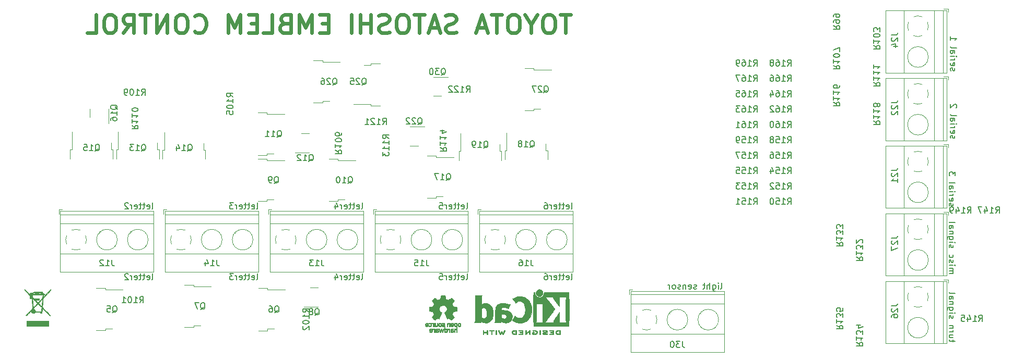
<source format=gbr>
%TF.GenerationSoftware,KiCad,Pcbnew,(6.0.0)*%
%TF.CreationDate,2022-05-14T17:25:00-07:00*%
%TF.ProjectId,Stencil,5374656e-6369-46c2-9e6b-696361645f70,rev?*%
%TF.SameCoordinates,Original*%
%TF.FileFunction,Legend,Bot*%
%TF.FilePolarity,Positive*%
%FSLAX46Y46*%
G04 Gerber Fmt 4.6, Leading zero omitted, Abs format (unit mm)*
G04 Created by KiCad (PCBNEW (6.0.0)) date 2022-05-14 17:25:00*
%MOMM*%
%LPD*%
G01*
G04 APERTURE LIST*
%ADD10C,0.150000*%
%ADD11C,0.600000*%
%ADD12C,0.120000*%
%ADD13C,0.010000*%
G04 APERTURE END LIST*
D10*
X100731547Y-123995356D02*
X100826785Y-123947737D01*
X100874404Y-123852499D01*
X100874404Y-122995356D01*
X99969642Y-123947737D02*
X100064880Y-123995356D01*
X100255357Y-123995356D01*
X100350595Y-123947737D01*
X100398214Y-123852499D01*
X100398214Y-123471547D01*
X100350595Y-123376309D01*
X100255357Y-123328690D01*
X100064880Y-123328690D01*
X99969642Y-123376309D01*
X99922023Y-123471547D01*
X99922023Y-123566785D01*
X100398214Y-123662023D01*
X99636309Y-123328690D02*
X99255357Y-123328690D01*
X99493452Y-122995356D02*
X99493452Y-123852499D01*
X99445833Y-123947737D01*
X99350595Y-123995356D01*
X99255357Y-123995356D01*
X99064880Y-123328690D02*
X98683928Y-123328690D01*
X98922023Y-122995356D02*
X98922023Y-123852499D01*
X98874404Y-123947737D01*
X98779166Y-123995356D01*
X98683928Y-123995356D01*
X97969642Y-123947737D02*
X98064880Y-123995356D01*
X98255357Y-123995356D01*
X98350595Y-123947737D01*
X98398214Y-123852499D01*
X98398214Y-123471547D01*
X98350595Y-123376309D01*
X98255357Y-123328690D01*
X98064880Y-123328690D01*
X97969642Y-123376309D01*
X97922023Y-123471547D01*
X97922023Y-123566785D01*
X98398214Y-123662023D01*
X97493452Y-123995356D02*
X97493452Y-123328690D01*
X97493452Y-123519166D02*
X97445833Y-123423928D01*
X97398214Y-123376309D01*
X97302976Y-123328690D01*
X97207738Y-123328690D01*
X96398214Y-122995356D02*
X96874404Y-122995356D01*
X96922023Y-123471547D01*
X96874404Y-123423928D01*
X96779166Y-123376309D01*
X96541071Y-123376309D01*
X96445833Y-123423928D01*
X96398214Y-123471547D01*
X96350595Y-123566785D01*
X96350595Y-123804880D01*
X96398214Y-123900118D01*
X96445833Y-123947737D01*
X96541071Y-123995356D01*
X96779166Y-123995356D01*
X96874404Y-123947737D01*
X96922023Y-123900118D01*
X179007619Y-134457380D02*
X179674285Y-134457380D01*
X179579047Y-134457380D02*
X179626666Y-134409761D01*
X179674285Y-134314523D01*
X179674285Y-134171666D01*
X179626666Y-134076428D01*
X179531428Y-134028809D01*
X179007619Y-134028809D01*
X179531428Y-134028809D02*
X179626666Y-133981190D01*
X179674285Y-133885952D01*
X179674285Y-133743095D01*
X179626666Y-133647856D01*
X179531428Y-133600237D01*
X179007619Y-133600237D01*
X179007619Y-133124047D02*
X179674285Y-133124047D01*
X180007619Y-133124047D02*
X179960000Y-133171666D01*
X179912380Y-133124047D01*
X179960000Y-133076428D01*
X180007619Y-133124047D01*
X179912380Y-133124047D01*
X179055238Y-132695476D02*
X179007619Y-132600237D01*
X179007619Y-132409761D01*
X179055238Y-132314523D01*
X179150476Y-132266904D01*
X179198095Y-132266904D01*
X179293333Y-132314523D01*
X179340952Y-132409761D01*
X179340952Y-132552618D01*
X179388571Y-132647856D01*
X179483809Y-132695476D01*
X179531428Y-132695476D01*
X179626666Y-132647856D01*
X179674285Y-132552618D01*
X179674285Y-132409761D01*
X179626666Y-132314523D01*
X179055238Y-131409761D02*
X179007619Y-131504999D01*
X179007619Y-131695476D01*
X179055238Y-131790714D01*
X179102857Y-131838333D01*
X179198095Y-131885952D01*
X179483809Y-131885952D01*
X179579047Y-131838333D01*
X179626666Y-131790714D01*
X179674285Y-131695476D01*
X179674285Y-131504999D01*
X179626666Y-131409761D01*
X179055238Y-130266904D02*
X179007619Y-130171666D01*
X179007619Y-129981190D01*
X179055238Y-129885952D01*
X179150476Y-129838333D01*
X179198095Y-129838333D01*
X179293333Y-129885952D01*
X179340952Y-129981190D01*
X179340952Y-130124047D01*
X179388571Y-130219285D01*
X179483809Y-130266904D01*
X179531428Y-130266904D01*
X179626666Y-130219285D01*
X179674285Y-130124047D01*
X179674285Y-129981190D01*
X179626666Y-129885952D01*
X179007619Y-129409761D02*
X179674285Y-129409761D01*
X180007619Y-129409761D02*
X179960000Y-129457380D01*
X179912380Y-129409761D01*
X179960000Y-129362142D01*
X180007619Y-129409761D01*
X179912380Y-129409761D01*
X179674285Y-128504999D02*
X178864761Y-128504999D01*
X178769523Y-128552618D01*
X178721904Y-128600237D01*
X178674285Y-128695476D01*
X178674285Y-128838333D01*
X178721904Y-128933571D01*
X179055238Y-128504999D02*
X179007619Y-128600237D01*
X179007619Y-128790714D01*
X179055238Y-128885952D01*
X179102857Y-128933571D01*
X179198095Y-128981190D01*
X179483809Y-128981190D01*
X179579047Y-128933571D01*
X179626666Y-128885952D01*
X179674285Y-128790714D01*
X179674285Y-128600237D01*
X179626666Y-128504999D01*
X179674285Y-128028809D02*
X179007619Y-128028809D01*
X179579047Y-128028809D02*
X179626666Y-127981190D01*
X179674285Y-127885952D01*
X179674285Y-127743095D01*
X179626666Y-127647856D01*
X179531428Y-127600237D01*
X179007619Y-127600237D01*
X179007619Y-126695476D02*
X179531428Y-126695476D01*
X179626666Y-126743095D01*
X179674285Y-126838333D01*
X179674285Y-127028809D01*
X179626666Y-127124047D01*
X179055238Y-126695476D02*
X179007619Y-126790714D01*
X179007619Y-127028809D01*
X179055238Y-127124047D01*
X179150476Y-127171666D01*
X179245714Y-127171666D01*
X179340952Y-127124047D01*
X179388571Y-127028809D01*
X179388571Y-126790714D01*
X179436190Y-126695476D01*
X179007619Y-126076428D02*
X179055238Y-126171666D01*
X179150476Y-126219285D01*
X180007619Y-126219285D01*
X117731547Y-135495356D02*
X117826785Y-135447737D01*
X117874404Y-135352499D01*
X117874404Y-134495356D01*
X116969642Y-135447737D02*
X117064880Y-135495356D01*
X117255357Y-135495356D01*
X117350595Y-135447737D01*
X117398214Y-135352499D01*
X117398214Y-134971547D01*
X117350595Y-134876309D01*
X117255357Y-134828690D01*
X117064880Y-134828690D01*
X116969642Y-134876309D01*
X116922023Y-134971547D01*
X116922023Y-135066785D01*
X117398214Y-135162023D01*
X116636309Y-134828690D02*
X116255357Y-134828690D01*
X116493452Y-134495356D02*
X116493452Y-135352499D01*
X116445833Y-135447737D01*
X116350595Y-135495356D01*
X116255357Y-135495356D01*
X116064880Y-134828690D02*
X115683928Y-134828690D01*
X115922023Y-134495356D02*
X115922023Y-135352499D01*
X115874404Y-135447737D01*
X115779166Y-135495356D01*
X115683928Y-135495356D01*
X114969642Y-135447737D02*
X115064880Y-135495356D01*
X115255357Y-135495356D01*
X115350595Y-135447737D01*
X115398214Y-135352499D01*
X115398214Y-134971547D01*
X115350595Y-134876309D01*
X115255357Y-134828690D01*
X115064880Y-134828690D01*
X114969642Y-134876309D01*
X114922023Y-134971547D01*
X114922023Y-135066785D01*
X115398214Y-135162023D01*
X114493452Y-135495356D02*
X114493452Y-134828690D01*
X114493452Y-135019166D02*
X114445833Y-134923928D01*
X114398214Y-134876309D01*
X114302976Y-134828690D01*
X114207738Y-134828690D01*
X113445833Y-134495356D02*
X113636309Y-134495356D01*
X113731547Y-134542976D01*
X113779166Y-134590595D01*
X113874404Y-134733452D01*
X113922023Y-134923928D01*
X113922023Y-135304880D01*
X113874404Y-135400118D01*
X113826785Y-135447737D01*
X113731547Y-135495356D01*
X113541071Y-135495356D01*
X113445833Y-135447737D01*
X113398214Y-135400118D01*
X113350595Y-135304880D01*
X113350595Y-135066785D01*
X113398214Y-134971547D01*
X113445833Y-134923928D01*
X113541071Y-134876309D01*
X113731547Y-134876309D01*
X113826785Y-134923928D01*
X113874404Y-134971547D01*
X113922023Y-135066785D01*
X49731547Y-135495356D02*
X49826785Y-135447737D01*
X49874404Y-135352499D01*
X49874404Y-134495356D01*
X48969642Y-135447737D02*
X49064880Y-135495356D01*
X49255357Y-135495356D01*
X49350595Y-135447737D01*
X49398214Y-135352499D01*
X49398214Y-134971547D01*
X49350595Y-134876309D01*
X49255357Y-134828690D01*
X49064880Y-134828690D01*
X48969642Y-134876309D01*
X48922023Y-134971547D01*
X48922023Y-135066785D01*
X49398214Y-135162023D01*
X48636309Y-134828690D02*
X48255357Y-134828690D01*
X48493452Y-134495356D02*
X48493452Y-135352499D01*
X48445833Y-135447737D01*
X48350595Y-135495356D01*
X48255357Y-135495356D01*
X48064880Y-134828690D02*
X47683928Y-134828690D01*
X47922023Y-134495356D02*
X47922023Y-135352499D01*
X47874404Y-135447737D01*
X47779166Y-135495356D01*
X47683928Y-135495356D01*
X46969642Y-135447737D02*
X47064880Y-135495356D01*
X47255357Y-135495356D01*
X47350595Y-135447737D01*
X47398214Y-135352499D01*
X47398214Y-134971547D01*
X47350595Y-134876309D01*
X47255357Y-134828690D01*
X47064880Y-134828690D01*
X46969642Y-134876309D01*
X46922023Y-134971547D01*
X46922023Y-135066785D01*
X47398214Y-135162023D01*
X46493452Y-135495356D02*
X46493452Y-134828690D01*
X46493452Y-135019166D02*
X46445833Y-134923928D01*
X46398214Y-134876309D01*
X46302976Y-134828690D01*
X46207738Y-134828690D01*
X45922023Y-134590595D02*
X45874404Y-134542976D01*
X45779166Y-134495356D01*
X45541071Y-134495356D01*
X45445833Y-134542976D01*
X45398214Y-134590595D01*
X45350595Y-134685833D01*
X45350595Y-134781071D01*
X45398214Y-134923928D01*
X45969642Y-135495356D01*
X45350595Y-135495356D01*
X100731547Y-135495356D02*
X100826785Y-135447737D01*
X100874404Y-135352499D01*
X100874404Y-134495356D01*
X99969642Y-135447737D02*
X100064880Y-135495356D01*
X100255357Y-135495356D01*
X100350595Y-135447737D01*
X100398214Y-135352499D01*
X100398214Y-134971547D01*
X100350595Y-134876309D01*
X100255357Y-134828690D01*
X100064880Y-134828690D01*
X99969642Y-134876309D01*
X99922023Y-134971547D01*
X99922023Y-135066785D01*
X100398214Y-135162023D01*
X99636309Y-134828690D02*
X99255357Y-134828690D01*
X99493452Y-134495356D02*
X99493452Y-135352499D01*
X99445833Y-135447737D01*
X99350595Y-135495356D01*
X99255357Y-135495356D01*
X99064880Y-134828690D02*
X98683928Y-134828690D01*
X98922023Y-134495356D02*
X98922023Y-135352499D01*
X98874404Y-135447737D01*
X98779166Y-135495356D01*
X98683928Y-135495356D01*
X97969642Y-135447737D02*
X98064880Y-135495356D01*
X98255357Y-135495356D01*
X98350595Y-135447737D01*
X98398214Y-135352499D01*
X98398214Y-134971547D01*
X98350595Y-134876309D01*
X98255357Y-134828690D01*
X98064880Y-134828690D01*
X97969642Y-134876309D01*
X97922023Y-134971547D01*
X97922023Y-135066785D01*
X98398214Y-135162023D01*
X97493452Y-135495356D02*
X97493452Y-134828690D01*
X97493452Y-135019166D02*
X97445833Y-134923928D01*
X97398214Y-134876309D01*
X97302976Y-134828690D01*
X97207738Y-134828690D01*
X96398214Y-134495356D02*
X96874404Y-134495356D01*
X96922023Y-134971547D01*
X96874404Y-134923928D01*
X96779166Y-134876309D01*
X96541071Y-134876309D01*
X96445833Y-134923928D01*
X96398214Y-134971547D01*
X96350595Y-135066785D01*
X96350595Y-135304880D01*
X96398214Y-135400118D01*
X96445833Y-135447737D01*
X96541071Y-135495356D01*
X96779166Y-135495356D01*
X96874404Y-135447737D01*
X96922023Y-135400118D01*
X49731547Y-123995356D02*
X49826785Y-123947737D01*
X49874404Y-123852499D01*
X49874404Y-122995356D01*
X48969642Y-123947737D02*
X49064880Y-123995356D01*
X49255357Y-123995356D01*
X49350595Y-123947737D01*
X49398214Y-123852499D01*
X49398214Y-123471547D01*
X49350595Y-123376309D01*
X49255357Y-123328690D01*
X49064880Y-123328690D01*
X48969642Y-123376309D01*
X48922023Y-123471547D01*
X48922023Y-123566785D01*
X49398214Y-123662023D01*
X48636309Y-123328690D02*
X48255357Y-123328690D01*
X48493452Y-122995356D02*
X48493452Y-123852499D01*
X48445833Y-123947737D01*
X48350595Y-123995356D01*
X48255357Y-123995356D01*
X48064880Y-123328690D02*
X47683928Y-123328690D01*
X47922023Y-122995356D02*
X47922023Y-123852499D01*
X47874404Y-123947737D01*
X47779166Y-123995356D01*
X47683928Y-123995356D01*
X46969642Y-123947737D02*
X47064880Y-123995356D01*
X47255357Y-123995356D01*
X47350595Y-123947737D01*
X47398214Y-123852499D01*
X47398214Y-123471547D01*
X47350595Y-123376309D01*
X47255357Y-123328690D01*
X47064880Y-123328690D01*
X46969642Y-123376309D01*
X46922023Y-123471547D01*
X46922023Y-123566785D01*
X47398214Y-123662023D01*
X46493452Y-123995356D02*
X46493452Y-123328690D01*
X46493452Y-123519166D02*
X46445833Y-123423928D01*
X46398214Y-123376309D01*
X46302976Y-123328690D01*
X46207738Y-123328690D01*
X45922023Y-123090595D02*
X45874404Y-123042976D01*
X45779166Y-122995356D01*
X45541071Y-122995356D01*
X45445833Y-123042976D01*
X45398214Y-123090595D01*
X45350595Y-123185833D01*
X45350595Y-123281071D01*
X45398214Y-123423928D01*
X45969642Y-123995356D01*
X45350595Y-123995356D01*
X179305238Y-101504999D02*
X179257619Y-101409761D01*
X179257619Y-101219285D01*
X179305238Y-101124047D01*
X179400476Y-101076428D01*
X179448095Y-101076428D01*
X179543333Y-101124047D01*
X179590952Y-101219285D01*
X179590952Y-101362142D01*
X179638571Y-101457380D01*
X179733809Y-101504999D01*
X179781428Y-101504999D01*
X179876666Y-101457380D01*
X179924285Y-101362142D01*
X179924285Y-101219285D01*
X179876666Y-101124047D01*
X179305238Y-100266904D02*
X179257619Y-100362142D01*
X179257619Y-100552618D01*
X179305238Y-100647856D01*
X179400476Y-100695476D01*
X179781428Y-100695476D01*
X179876666Y-100647856D01*
X179924285Y-100552618D01*
X179924285Y-100362142D01*
X179876666Y-100266904D01*
X179781428Y-100219285D01*
X179686190Y-100219285D01*
X179590952Y-100695476D01*
X179257619Y-99790714D02*
X179924285Y-99790714D01*
X179733809Y-99790714D02*
X179829047Y-99743095D01*
X179876666Y-99695476D01*
X179924285Y-99600237D01*
X179924285Y-99504999D01*
X179257619Y-99171666D02*
X179924285Y-99171666D01*
X180257619Y-99171666D02*
X180210000Y-99219285D01*
X180162380Y-99171666D01*
X180210000Y-99124047D01*
X180257619Y-99171666D01*
X180162380Y-99171666D01*
X179257619Y-98266904D02*
X179781428Y-98266904D01*
X179876666Y-98314523D01*
X179924285Y-98409761D01*
X179924285Y-98600237D01*
X179876666Y-98695476D01*
X179305238Y-98266904D02*
X179257619Y-98362142D01*
X179257619Y-98600237D01*
X179305238Y-98695476D01*
X179400476Y-98743095D01*
X179495714Y-98743095D01*
X179590952Y-98695476D01*
X179638571Y-98600237D01*
X179638571Y-98362142D01*
X179686190Y-98266904D01*
X179257619Y-97647856D02*
X179305238Y-97743095D01*
X179400476Y-97790714D01*
X180257619Y-97790714D01*
X179257619Y-95981190D02*
X179257619Y-96552618D01*
X179257619Y-96266904D02*
X180257619Y-96266904D01*
X180114761Y-96362142D01*
X180019523Y-96457380D01*
X179971904Y-96552618D01*
X179305238Y-112504999D02*
X179257619Y-112409761D01*
X179257619Y-112219285D01*
X179305238Y-112124047D01*
X179400476Y-112076428D01*
X179448095Y-112076428D01*
X179543333Y-112124047D01*
X179590952Y-112219285D01*
X179590952Y-112362142D01*
X179638571Y-112457380D01*
X179733809Y-112504999D01*
X179781428Y-112504999D01*
X179876666Y-112457380D01*
X179924285Y-112362142D01*
X179924285Y-112219285D01*
X179876666Y-112124047D01*
X179305238Y-111266904D02*
X179257619Y-111362142D01*
X179257619Y-111552618D01*
X179305238Y-111647856D01*
X179400476Y-111695476D01*
X179781428Y-111695476D01*
X179876666Y-111647856D01*
X179924285Y-111552618D01*
X179924285Y-111362142D01*
X179876666Y-111266904D01*
X179781428Y-111219285D01*
X179686190Y-111219285D01*
X179590952Y-111695476D01*
X179257619Y-110790714D02*
X179924285Y-110790714D01*
X179733809Y-110790714D02*
X179829047Y-110743095D01*
X179876666Y-110695476D01*
X179924285Y-110600237D01*
X179924285Y-110504999D01*
X179257619Y-110171666D02*
X179924285Y-110171666D01*
X180257619Y-110171666D02*
X180210000Y-110219285D01*
X180162380Y-110171666D01*
X180210000Y-110124047D01*
X180257619Y-110171666D01*
X180162380Y-110171666D01*
X179257619Y-109266904D02*
X179781428Y-109266904D01*
X179876666Y-109314523D01*
X179924285Y-109409761D01*
X179924285Y-109600237D01*
X179876666Y-109695476D01*
X179305238Y-109266904D02*
X179257619Y-109362142D01*
X179257619Y-109600237D01*
X179305238Y-109695476D01*
X179400476Y-109743095D01*
X179495714Y-109743095D01*
X179590952Y-109695476D01*
X179638571Y-109600237D01*
X179638571Y-109362142D01*
X179686190Y-109266904D01*
X179257619Y-108647856D02*
X179305238Y-108743095D01*
X179400476Y-108790714D01*
X180257619Y-108790714D01*
X180162380Y-107552618D02*
X180210000Y-107504999D01*
X180257619Y-107409761D01*
X180257619Y-107171666D01*
X180210000Y-107076428D01*
X180162380Y-107028809D01*
X180067142Y-106981190D01*
X179971904Y-106981190D01*
X179829047Y-107028809D01*
X179257619Y-107600237D01*
X179257619Y-106981190D01*
X117731547Y-123995356D02*
X117826785Y-123947737D01*
X117874404Y-123852499D01*
X117874404Y-122995356D01*
X116969642Y-123947737D02*
X117064880Y-123995356D01*
X117255357Y-123995356D01*
X117350595Y-123947737D01*
X117398214Y-123852499D01*
X117398214Y-123471547D01*
X117350595Y-123376309D01*
X117255357Y-123328690D01*
X117064880Y-123328690D01*
X116969642Y-123376309D01*
X116922023Y-123471547D01*
X116922023Y-123566785D01*
X117398214Y-123662023D01*
X116636309Y-123328690D02*
X116255357Y-123328690D01*
X116493452Y-122995356D02*
X116493452Y-123852499D01*
X116445833Y-123947737D01*
X116350595Y-123995356D01*
X116255357Y-123995356D01*
X116064880Y-123328690D02*
X115683928Y-123328690D01*
X115922023Y-122995356D02*
X115922023Y-123852499D01*
X115874404Y-123947737D01*
X115779166Y-123995356D01*
X115683928Y-123995356D01*
X114969642Y-123947737D02*
X115064880Y-123995356D01*
X115255357Y-123995356D01*
X115350595Y-123947737D01*
X115398214Y-123852499D01*
X115398214Y-123471547D01*
X115350595Y-123376309D01*
X115255357Y-123328690D01*
X115064880Y-123328690D01*
X114969642Y-123376309D01*
X114922023Y-123471547D01*
X114922023Y-123566785D01*
X115398214Y-123662023D01*
X114493452Y-123995356D02*
X114493452Y-123328690D01*
X114493452Y-123519166D02*
X114445833Y-123423928D01*
X114398214Y-123376309D01*
X114302976Y-123328690D01*
X114207738Y-123328690D01*
X113445833Y-122995356D02*
X113636309Y-122995356D01*
X113731547Y-123042976D01*
X113779166Y-123090595D01*
X113874404Y-123233452D01*
X113922023Y-123423928D01*
X113922023Y-123804880D01*
X113874404Y-123900118D01*
X113826785Y-123947737D01*
X113731547Y-123995356D01*
X113541071Y-123995356D01*
X113445833Y-123947737D01*
X113398214Y-123900118D01*
X113350595Y-123804880D01*
X113350595Y-123566785D01*
X113398214Y-123471547D01*
X113445833Y-123423928D01*
X113541071Y-123376309D01*
X113731547Y-123376309D01*
X113826785Y-123423928D01*
X113874404Y-123471547D01*
X113922023Y-123566785D01*
X66731547Y-123995356D02*
X66826785Y-123947737D01*
X66874404Y-123852499D01*
X66874404Y-122995356D01*
X65969642Y-123947737D02*
X66064880Y-123995356D01*
X66255357Y-123995356D01*
X66350595Y-123947737D01*
X66398214Y-123852499D01*
X66398214Y-123471547D01*
X66350595Y-123376309D01*
X66255357Y-123328690D01*
X66064880Y-123328690D01*
X65969642Y-123376309D01*
X65922023Y-123471547D01*
X65922023Y-123566785D01*
X66398214Y-123662023D01*
X65636309Y-123328690D02*
X65255357Y-123328690D01*
X65493452Y-122995356D02*
X65493452Y-123852499D01*
X65445833Y-123947737D01*
X65350595Y-123995356D01*
X65255357Y-123995356D01*
X65064880Y-123328690D02*
X64683928Y-123328690D01*
X64922023Y-122995356D02*
X64922023Y-123852499D01*
X64874404Y-123947737D01*
X64779166Y-123995356D01*
X64683928Y-123995356D01*
X63969642Y-123947737D02*
X64064880Y-123995356D01*
X64255357Y-123995356D01*
X64350595Y-123947737D01*
X64398214Y-123852499D01*
X64398214Y-123471547D01*
X64350595Y-123376309D01*
X64255357Y-123328690D01*
X64064880Y-123328690D01*
X63969642Y-123376309D01*
X63922023Y-123471547D01*
X63922023Y-123566785D01*
X64398214Y-123662023D01*
X63493452Y-123995356D02*
X63493452Y-123328690D01*
X63493452Y-123519166D02*
X63445833Y-123423928D01*
X63398214Y-123376309D01*
X63302976Y-123328690D01*
X63207738Y-123328690D01*
X62969642Y-122995356D02*
X62350595Y-122995356D01*
X62683928Y-123376309D01*
X62541071Y-123376309D01*
X62445833Y-123423928D01*
X62398214Y-123471547D01*
X62350595Y-123566785D01*
X62350595Y-123804880D01*
X62398214Y-123900118D01*
X62445833Y-123947737D01*
X62541071Y-123995356D01*
X62826785Y-123995356D01*
X62922023Y-123947737D01*
X62969642Y-123900118D01*
X83731547Y-123995356D02*
X83826785Y-123947737D01*
X83874404Y-123852499D01*
X83874404Y-122995356D01*
X82969642Y-123947737D02*
X83064880Y-123995356D01*
X83255357Y-123995356D01*
X83350595Y-123947737D01*
X83398214Y-123852499D01*
X83398214Y-123471547D01*
X83350595Y-123376309D01*
X83255357Y-123328690D01*
X83064880Y-123328690D01*
X82969642Y-123376309D01*
X82922023Y-123471547D01*
X82922023Y-123566785D01*
X83398214Y-123662023D01*
X82636309Y-123328690D02*
X82255357Y-123328690D01*
X82493452Y-122995356D02*
X82493452Y-123852499D01*
X82445833Y-123947737D01*
X82350595Y-123995356D01*
X82255357Y-123995356D01*
X82064880Y-123328690D02*
X81683928Y-123328690D01*
X81922023Y-122995356D02*
X81922023Y-123852499D01*
X81874404Y-123947737D01*
X81779166Y-123995356D01*
X81683928Y-123995356D01*
X80969642Y-123947737D02*
X81064880Y-123995356D01*
X81255357Y-123995356D01*
X81350595Y-123947737D01*
X81398214Y-123852499D01*
X81398214Y-123471547D01*
X81350595Y-123376309D01*
X81255357Y-123328690D01*
X81064880Y-123328690D01*
X80969642Y-123376309D01*
X80922023Y-123471547D01*
X80922023Y-123566785D01*
X81398214Y-123662023D01*
X80493452Y-123995356D02*
X80493452Y-123328690D01*
X80493452Y-123519166D02*
X80445833Y-123423928D01*
X80398214Y-123376309D01*
X80302976Y-123328690D01*
X80207738Y-123328690D01*
X79445833Y-123328690D02*
X79445833Y-123995356D01*
X79683928Y-122947737D02*
X79922023Y-123662023D01*
X79302976Y-123662023D01*
X179055238Y-123504999D02*
X179007619Y-123409761D01*
X179007619Y-123219285D01*
X179055238Y-123124047D01*
X179150476Y-123076428D01*
X179198095Y-123076428D01*
X179293333Y-123124047D01*
X179340952Y-123219285D01*
X179340952Y-123362142D01*
X179388571Y-123457380D01*
X179483809Y-123504999D01*
X179531428Y-123504999D01*
X179626666Y-123457380D01*
X179674285Y-123362142D01*
X179674285Y-123219285D01*
X179626666Y-123124047D01*
X179055238Y-122266904D02*
X179007619Y-122362142D01*
X179007619Y-122552618D01*
X179055238Y-122647856D01*
X179150476Y-122695476D01*
X179531428Y-122695476D01*
X179626666Y-122647856D01*
X179674285Y-122552618D01*
X179674285Y-122362142D01*
X179626666Y-122266904D01*
X179531428Y-122219285D01*
X179436190Y-122219285D01*
X179340952Y-122695476D01*
X179007619Y-121790714D02*
X179674285Y-121790714D01*
X179483809Y-121790714D02*
X179579047Y-121743095D01*
X179626666Y-121695476D01*
X179674285Y-121600237D01*
X179674285Y-121504999D01*
X179007619Y-121171666D02*
X179674285Y-121171666D01*
X180007619Y-121171666D02*
X179960000Y-121219285D01*
X179912380Y-121171666D01*
X179960000Y-121124047D01*
X180007619Y-121171666D01*
X179912380Y-121171666D01*
X179007619Y-120266904D02*
X179531428Y-120266904D01*
X179626666Y-120314523D01*
X179674285Y-120409761D01*
X179674285Y-120600237D01*
X179626666Y-120695476D01*
X179055238Y-120266904D02*
X179007619Y-120362142D01*
X179007619Y-120600237D01*
X179055238Y-120695476D01*
X179150476Y-120743095D01*
X179245714Y-120743095D01*
X179340952Y-120695476D01*
X179388571Y-120600237D01*
X179388571Y-120362142D01*
X179436190Y-120266904D01*
X179007619Y-119647856D02*
X179055238Y-119743095D01*
X179150476Y-119790714D01*
X180007619Y-119790714D01*
X180007619Y-118600237D02*
X180007619Y-117981190D01*
X179626666Y-118314523D01*
X179626666Y-118171666D01*
X179579047Y-118076428D01*
X179531428Y-118028809D01*
X179436190Y-117981190D01*
X179198095Y-117981190D01*
X179102857Y-118028809D01*
X179055238Y-118076428D01*
X179007619Y-118171666D01*
X179007619Y-118457380D01*
X179055238Y-118552618D01*
X179102857Y-118600237D01*
D11*
X117674285Y-92400118D02*
X115960000Y-92400118D01*
X116817142Y-95400118D02*
X116817142Y-92400118D01*
X114388571Y-92400118D02*
X113817142Y-92400118D01*
X113531428Y-92542976D01*
X113245714Y-92828690D01*
X113102857Y-93400118D01*
X113102857Y-94400118D01*
X113245714Y-94971547D01*
X113531428Y-95257261D01*
X113817142Y-95400118D01*
X114388571Y-95400118D01*
X114674285Y-95257261D01*
X114960000Y-94971547D01*
X115102857Y-94400118D01*
X115102857Y-93400118D01*
X114960000Y-92828690D01*
X114674285Y-92542976D01*
X114388571Y-92400118D01*
X111245714Y-93971547D02*
X111245714Y-95400118D01*
X112245714Y-92400118D02*
X111245714Y-93971547D01*
X110245714Y-92400118D01*
X108674285Y-92400118D02*
X108102857Y-92400118D01*
X107817142Y-92542976D01*
X107531428Y-92828690D01*
X107388571Y-93400118D01*
X107388571Y-94400118D01*
X107531428Y-94971547D01*
X107817142Y-95257261D01*
X108102857Y-95400118D01*
X108674285Y-95400118D01*
X108960000Y-95257261D01*
X109245714Y-94971547D01*
X109388571Y-94400118D01*
X109388571Y-93400118D01*
X109245714Y-92828690D01*
X108960000Y-92542976D01*
X108674285Y-92400118D01*
X106531428Y-92400118D02*
X104817142Y-92400118D01*
X105674285Y-95400118D02*
X105674285Y-92400118D01*
X103960000Y-94542976D02*
X102531428Y-94542976D01*
X104245714Y-95400118D02*
X103245714Y-92400118D01*
X102245714Y-95400118D01*
X99102857Y-95257261D02*
X98674285Y-95400118D01*
X97960000Y-95400118D01*
X97674285Y-95257261D01*
X97531428Y-95114404D01*
X97388571Y-94828690D01*
X97388571Y-94542976D01*
X97531428Y-94257261D01*
X97674285Y-94114404D01*
X97960000Y-93971547D01*
X98531428Y-93828690D01*
X98817142Y-93685833D01*
X98960000Y-93542976D01*
X99102857Y-93257261D01*
X99102857Y-92971547D01*
X98960000Y-92685833D01*
X98817142Y-92542976D01*
X98531428Y-92400118D01*
X97817142Y-92400118D01*
X97388571Y-92542976D01*
X96245714Y-94542976D02*
X94817142Y-94542976D01*
X96531428Y-95400118D02*
X95531428Y-92400118D01*
X94531428Y-95400118D01*
X93960000Y-92400118D02*
X92245714Y-92400118D01*
X93102857Y-95400118D02*
X93102857Y-92400118D01*
X90674285Y-92400118D02*
X90102857Y-92400118D01*
X89817142Y-92542976D01*
X89531428Y-92828690D01*
X89388571Y-93400118D01*
X89388571Y-94400118D01*
X89531428Y-94971547D01*
X89817142Y-95257261D01*
X90102857Y-95400118D01*
X90674285Y-95400118D01*
X90960000Y-95257261D01*
X91245714Y-94971547D01*
X91388571Y-94400118D01*
X91388571Y-93400118D01*
X91245714Y-92828690D01*
X90960000Y-92542976D01*
X90674285Y-92400118D01*
X88245714Y-95257261D02*
X87817142Y-95400118D01*
X87102857Y-95400118D01*
X86817142Y-95257261D01*
X86674285Y-95114404D01*
X86531428Y-94828690D01*
X86531428Y-94542976D01*
X86674285Y-94257261D01*
X86817142Y-94114404D01*
X87102857Y-93971547D01*
X87674285Y-93828690D01*
X87960000Y-93685833D01*
X88102857Y-93542976D01*
X88245714Y-93257261D01*
X88245714Y-92971547D01*
X88102857Y-92685833D01*
X87960000Y-92542976D01*
X87674285Y-92400118D01*
X86960000Y-92400118D01*
X86531428Y-92542976D01*
X85245714Y-95400118D02*
X85245714Y-92400118D01*
X85245714Y-93828690D02*
X83531428Y-93828690D01*
X83531428Y-95400118D02*
X83531428Y-92400118D01*
X82102857Y-95400118D02*
X82102857Y-92400118D01*
X78388571Y-93828690D02*
X77388571Y-93828690D01*
X76960000Y-95400118D02*
X78388571Y-95400118D01*
X78388571Y-92400118D01*
X76960000Y-92400118D01*
X75674285Y-95400118D02*
X75674285Y-92400118D01*
X74674285Y-94542976D01*
X73674285Y-92400118D01*
X73674285Y-95400118D01*
X71245714Y-93828690D02*
X70817142Y-93971547D01*
X70674285Y-94114404D01*
X70531428Y-94400118D01*
X70531428Y-94828690D01*
X70674285Y-95114404D01*
X70817142Y-95257261D01*
X71102857Y-95400118D01*
X72245714Y-95400118D01*
X72245714Y-92400118D01*
X71245714Y-92400118D01*
X70960000Y-92542976D01*
X70817142Y-92685833D01*
X70674285Y-92971547D01*
X70674285Y-93257261D01*
X70817142Y-93542976D01*
X70960000Y-93685833D01*
X71245714Y-93828690D01*
X72245714Y-93828690D01*
X67817142Y-95400118D02*
X69245714Y-95400118D01*
X69245714Y-92400118D01*
X66817142Y-93828690D02*
X65817142Y-93828690D01*
X65388571Y-95400118D02*
X66817142Y-95400118D01*
X66817142Y-92400118D01*
X65388571Y-92400118D01*
X64102857Y-95400118D02*
X64102857Y-92400118D01*
X63102857Y-94542976D01*
X62102857Y-92400118D01*
X62102857Y-95400118D01*
X56674285Y-95114404D02*
X56817142Y-95257261D01*
X57245714Y-95400118D01*
X57531428Y-95400118D01*
X57960000Y-95257261D01*
X58245714Y-94971547D01*
X58388571Y-94685833D01*
X58531428Y-94114404D01*
X58531428Y-93685833D01*
X58388571Y-93114404D01*
X58245714Y-92828690D01*
X57960000Y-92542976D01*
X57531428Y-92400118D01*
X57245714Y-92400118D01*
X56817142Y-92542976D01*
X56674285Y-92685833D01*
X54817142Y-92400118D02*
X54245714Y-92400118D01*
X53960000Y-92542976D01*
X53674285Y-92828690D01*
X53531428Y-93400118D01*
X53531428Y-94400118D01*
X53674285Y-94971547D01*
X53960000Y-95257261D01*
X54245714Y-95400118D01*
X54817142Y-95400118D01*
X55102857Y-95257261D01*
X55388571Y-94971547D01*
X55531428Y-94400118D01*
X55531428Y-93400118D01*
X55388571Y-92828690D01*
X55102857Y-92542976D01*
X54817142Y-92400118D01*
X52245714Y-95400118D02*
X52245714Y-92400118D01*
X50531428Y-95400118D01*
X50531428Y-92400118D01*
X49531428Y-92400118D02*
X47817142Y-92400118D01*
X48674285Y-95400118D02*
X48674285Y-92400118D01*
X45102857Y-95400118D02*
X46102857Y-93971547D01*
X46817142Y-95400118D02*
X46817142Y-92400118D01*
X45674285Y-92400118D01*
X45388571Y-92542976D01*
X45245714Y-92685833D01*
X45102857Y-92971547D01*
X45102857Y-93400118D01*
X45245714Y-93685833D01*
X45388571Y-93828690D01*
X45674285Y-93971547D01*
X46817142Y-93971547D01*
X43245714Y-92400118D02*
X42674285Y-92400118D01*
X42388571Y-92542976D01*
X42102857Y-92828690D01*
X41960000Y-93400118D01*
X41960000Y-94400118D01*
X42102857Y-94971547D01*
X42388571Y-95257261D01*
X42674285Y-95400118D01*
X43245714Y-95400118D01*
X43531428Y-95257261D01*
X43817142Y-94971547D01*
X43960000Y-94400118D01*
X43960000Y-93400118D01*
X43817142Y-92828690D01*
X43531428Y-92542976D01*
X43245714Y-92400118D01*
X39245714Y-95400118D02*
X40674285Y-95400118D01*
X40674285Y-92400118D01*
D10*
X179674285Y-145600237D02*
X179674285Y-145219285D01*
X180007619Y-145457380D02*
X179150476Y-145457380D01*
X179055238Y-145409761D01*
X179007619Y-145314523D01*
X179007619Y-145219285D01*
X179674285Y-144457380D02*
X179007619Y-144457380D01*
X179674285Y-144885952D02*
X179150476Y-144885952D01*
X179055238Y-144838333D01*
X179007619Y-144743095D01*
X179007619Y-144600237D01*
X179055238Y-144504999D01*
X179102857Y-144457380D01*
X179007619Y-143981190D02*
X179674285Y-143981190D01*
X179483809Y-143981190D02*
X179579047Y-143933571D01*
X179626666Y-143885952D01*
X179674285Y-143790714D01*
X179674285Y-143695476D01*
X179674285Y-143362142D02*
X179007619Y-143362142D01*
X179579047Y-143362142D02*
X179626666Y-143314523D01*
X179674285Y-143219285D01*
X179674285Y-143076428D01*
X179626666Y-142981190D01*
X179531428Y-142933571D01*
X179007619Y-142933571D01*
X179055238Y-141743095D02*
X179007619Y-141647856D01*
X179007619Y-141457380D01*
X179055238Y-141362142D01*
X179150476Y-141314523D01*
X179198095Y-141314523D01*
X179293333Y-141362142D01*
X179340952Y-141457380D01*
X179340952Y-141600237D01*
X179388571Y-141695476D01*
X179483809Y-141743095D01*
X179531428Y-141743095D01*
X179626666Y-141695476D01*
X179674285Y-141600237D01*
X179674285Y-141457380D01*
X179626666Y-141362142D01*
X179007619Y-140885952D02*
X179674285Y-140885952D01*
X180007619Y-140885952D02*
X179960000Y-140933571D01*
X179912380Y-140885952D01*
X179960000Y-140838333D01*
X180007619Y-140885952D01*
X179912380Y-140885952D01*
X179674285Y-139981190D02*
X178864761Y-139981190D01*
X178769523Y-140028809D01*
X178721904Y-140076428D01*
X178674285Y-140171666D01*
X178674285Y-140314523D01*
X178721904Y-140409761D01*
X179055238Y-139981190D02*
X179007619Y-140076428D01*
X179007619Y-140266904D01*
X179055238Y-140362142D01*
X179102857Y-140409761D01*
X179198095Y-140457380D01*
X179483809Y-140457380D01*
X179579047Y-140409761D01*
X179626666Y-140362142D01*
X179674285Y-140266904D01*
X179674285Y-140076428D01*
X179626666Y-139981190D01*
X179674285Y-139504999D02*
X179007619Y-139504999D01*
X179579047Y-139504999D02*
X179626666Y-139457380D01*
X179674285Y-139362142D01*
X179674285Y-139219285D01*
X179626666Y-139124047D01*
X179531428Y-139076428D01*
X179007619Y-139076428D01*
X179007619Y-138171666D02*
X179531428Y-138171666D01*
X179626666Y-138219285D01*
X179674285Y-138314523D01*
X179674285Y-138504999D01*
X179626666Y-138600237D01*
X179055238Y-138171666D02*
X179007619Y-138266904D01*
X179007619Y-138504999D01*
X179055238Y-138600237D01*
X179150476Y-138647856D01*
X179245714Y-138647856D01*
X179340952Y-138600237D01*
X179388571Y-138504999D01*
X179388571Y-138266904D01*
X179436190Y-138171666D01*
X179007619Y-137552618D02*
X179055238Y-137647856D01*
X179150476Y-137695476D01*
X180007619Y-137695476D01*
X66731547Y-135495356D02*
X66826785Y-135447737D01*
X66874404Y-135352499D01*
X66874404Y-134495356D01*
X65969642Y-135447737D02*
X66064880Y-135495356D01*
X66255357Y-135495356D01*
X66350595Y-135447737D01*
X66398214Y-135352499D01*
X66398214Y-134971547D01*
X66350595Y-134876309D01*
X66255357Y-134828690D01*
X66064880Y-134828690D01*
X65969642Y-134876309D01*
X65922023Y-134971547D01*
X65922023Y-135066785D01*
X66398214Y-135162023D01*
X65636309Y-134828690D02*
X65255357Y-134828690D01*
X65493452Y-134495356D02*
X65493452Y-135352499D01*
X65445833Y-135447737D01*
X65350595Y-135495356D01*
X65255357Y-135495356D01*
X65064880Y-134828690D02*
X64683928Y-134828690D01*
X64922023Y-134495356D02*
X64922023Y-135352499D01*
X64874404Y-135447737D01*
X64779166Y-135495356D01*
X64683928Y-135495356D01*
X63969642Y-135447737D02*
X64064880Y-135495356D01*
X64255357Y-135495356D01*
X64350595Y-135447737D01*
X64398214Y-135352499D01*
X64398214Y-134971547D01*
X64350595Y-134876309D01*
X64255357Y-134828690D01*
X64064880Y-134828690D01*
X63969642Y-134876309D01*
X63922023Y-134971547D01*
X63922023Y-135066785D01*
X64398214Y-135162023D01*
X63493452Y-135495356D02*
X63493452Y-134828690D01*
X63493452Y-135019166D02*
X63445833Y-134923928D01*
X63398214Y-134876309D01*
X63302976Y-134828690D01*
X63207738Y-134828690D01*
X62969642Y-134495356D02*
X62350595Y-134495356D01*
X62683928Y-134876309D01*
X62541071Y-134876309D01*
X62445833Y-134923928D01*
X62398214Y-134971547D01*
X62350595Y-135066785D01*
X62350595Y-135304880D01*
X62398214Y-135400118D01*
X62445833Y-135447737D01*
X62541071Y-135495356D01*
X62826785Y-135495356D01*
X62922023Y-135447737D01*
X62969642Y-135400118D01*
X83731547Y-135495356D02*
X83826785Y-135447737D01*
X83874404Y-135352499D01*
X83874404Y-134495356D01*
X82969642Y-135447737D02*
X83064880Y-135495356D01*
X83255357Y-135495356D01*
X83350595Y-135447737D01*
X83398214Y-135352499D01*
X83398214Y-134971547D01*
X83350595Y-134876309D01*
X83255357Y-134828690D01*
X83064880Y-134828690D01*
X82969642Y-134876309D01*
X82922023Y-134971547D01*
X82922023Y-135066785D01*
X83398214Y-135162023D01*
X82636309Y-134828690D02*
X82255357Y-134828690D01*
X82493452Y-134495356D02*
X82493452Y-135352499D01*
X82445833Y-135447737D01*
X82350595Y-135495356D01*
X82255357Y-135495356D01*
X82064880Y-134828690D02*
X81683928Y-134828690D01*
X81922023Y-134495356D02*
X81922023Y-135352499D01*
X81874404Y-135447737D01*
X81779166Y-135495356D01*
X81683928Y-135495356D01*
X80969642Y-135447737D02*
X81064880Y-135495356D01*
X81255357Y-135495356D01*
X81350595Y-135447737D01*
X81398214Y-135352499D01*
X81398214Y-134971547D01*
X81350595Y-134876309D01*
X81255357Y-134828690D01*
X81064880Y-134828690D01*
X80969642Y-134876309D01*
X80922023Y-134971547D01*
X80922023Y-135066785D01*
X81398214Y-135162023D01*
X80493452Y-135495356D02*
X80493452Y-134828690D01*
X80493452Y-135019166D02*
X80445833Y-134923928D01*
X80398214Y-134876309D01*
X80302976Y-134828690D01*
X80207738Y-134828690D01*
X79445833Y-134828690D02*
X79445833Y-135495356D01*
X79683928Y-134447737D02*
X79922023Y-135162023D01*
X79302976Y-135162023D01*
X141981547Y-136995356D02*
X142076785Y-136947737D01*
X142124404Y-136852499D01*
X142124404Y-135995356D01*
X141600595Y-136995356D02*
X141600595Y-136328690D01*
X141600595Y-135995356D02*
X141648214Y-136042976D01*
X141600595Y-136090595D01*
X141552976Y-136042976D01*
X141600595Y-135995356D01*
X141600595Y-136090595D01*
X140695833Y-136328690D02*
X140695833Y-137138214D01*
X140743452Y-137233452D01*
X140791071Y-137281071D01*
X140886309Y-137328690D01*
X141029166Y-137328690D01*
X141124404Y-137281071D01*
X140695833Y-136947737D02*
X140791071Y-136995356D01*
X140981547Y-136995356D01*
X141076785Y-136947737D01*
X141124404Y-136900118D01*
X141172023Y-136804880D01*
X141172023Y-136519166D01*
X141124404Y-136423928D01*
X141076785Y-136376309D01*
X140981547Y-136328690D01*
X140791071Y-136328690D01*
X140695833Y-136376309D01*
X140219642Y-136995356D02*
X140219642Y-135995356D01*
X139791071Y-136995356D02*
X139791071Y-136471547D01*
X139838690Y-136376309D01*
X139933928Y-136328690D01*
X140076785Y-136328690D01*
X140172023Y-136376309D01*
X140219642Y-136423928D01*
X139457738Y-136328690D02*
X139076785Y-136328690D01*
X139314880Y-135995356D02*
X139314880Y-136852499D01*
X139267261Y-136947737D01*
X139172023Y-136995356D01*
X139076785Y-136995356D01*
X138029166Y-136947737D02*
X137933928Y-136995356D01*
X137743452Y-136995356D01*
X137648214Y-136947737D01*
X137600595Y-136852499D01*
X137600595Y-136804880D01*
X137648214Y-136709642D01*
X137743452Y-136662023D01*
X137886309Y-136662023D01*
X137981547Y-136614404D01*
X138029166Y-136519166D01*
X138029166Y-136471547D01*
X137981547Y-136376309D01*
X137886309Y-136328690D01*
X137743452Y-136328690D01*
X137648214Y-136376309D01*
X136791071Y-136947737D02*
X136886309Y-136995356D01*
X137076785Y-136995356D01*
X137172023Y-136947737D01*
X137219642Y-136852499D01*
X137219642Y-136471547D01*
X137172023Y-136376309D01*
X137076785Y-136328690D01*
X136886309Y-136328690D01*
X136791071Y-136376309D01*
X136743452Y-136471547D01*
X136743452Y-136566785D01*
X137219642Y-136662023D01*
X136314880Y-136328690D02*
X136314880Y-136995356D01*
X136314880Y-136423928D02*
X136267261Y-136376309D01*
X136172023Y-136328690D01*
X136029166Y-136328690D01*
X135933928Y-136376309D01*
X135886309Y-136471547D01*
X135886309Y-136995356D01*
X135457738Y-136947737D02*
X135362500Y-136995356D01*
X135172023Y-136995356D01*
X135076785Y-136947737D01*
X135029166Y-136852499D01*
X135029166Y-136804880D01*
X135076785Y-136709642D01*
X135172023Y-136662023D01*
X135314880Y-136662023D01*
X135410119Y-136614404D01*
X135457738Y-136519166D01*
X135457738Y-136471547D01*
X135410119Y-136376309D01*
X135314880Y-136328690D01*
X135172023Y-136328690D01*
X135076785Y-136376309D01*
X134457738Y-136995356D02*
X134552976Y-136947737D01*
X134600595Y-136900118D01*
X134648214Y-136804880D01*
X134648214Y-136519166D01*
X134600595Y-136423928D01*
X134552976Y-136376309D01*
X134457738Y-136328690D01*
X134314880Y-136328690D01*
X134219642Y-136376309D01*
X134172023Y-136423928D01*
X134124404Y-136519166D01*
X134124404Y-136804880D01*
X134172023Y-136900118D01*
X134219642Y-136947737D01*
X134314880Y-136995356D01*
X134457738Y-136995356D01*
X133695833Y-136995356D02*
X133695833Y-136328690D01*
X133695833Y-136519166D02*
X133648214Y-136423928D01*
X133600595Y-136376309D01*
X133505357Y-136328690D01*
X133410119Y-136328690D01*
%TO.C,R107*%
X160257619Y-100662023D02*
X160733809Y-100995356D01*
X160257619Y-101233452D02*
X161257619Y-101233452D01*
X161257619Y-100852499D01*
X161210000Y-100757261D01*
X161162380Y-100709642D01*
X161067142Y-100662023D01*
X160924285Y-100662023D01*
X160829047Y-100709642D01*
X160781428Y-100757261D01*
X160733809Y-100852499D01*
X160733809Y-101233452D01*
X160257619Y-99709642D02*
X160257619Y-100281071D01*
X160257619Y-99995356D02*
X161257619Y-99995356D01*
X161114761Y-100090595D01*
X161019523Y-100185833D01*
X160971904Y-100281071D01*
X161257619Y-99090595D02*
X161257619Y-98995356D01*
X161210000Y-98900118D01*
X161162380Y-98852499D01*
X161067142Y-98804880D01*
X160876666Y-98757261D01*
X160638571Y-98757261D01*
X160448095Y-98804880D01*
X160352857Y-98852499D01*
X160305238Y-98900118D01*
X160257619Y-98995356D01*
X160257619Y-99090595D01*
X160305238Y-99185833D01*
X160352857Y-99233452D01*
X160448095Y-99281071D01*
X160638571Y-99328690D01*
X160876666Y-99328690D01*
X161067142Y-99281071D01*
X161162380Y-99233452D01*
X161210000Y-99185833D01*
X161257619Y-99090595D01*
X161257619Y-98423928D02*
X161257619Y-97757261D01*
X160257619Y-98185833D01*
%TO.C,R122*%
X100729047Y-104995356D02*
X101062380Y-104519166D01*
X101300476Y-104995356D02*
X101300476Y-103995356D01*
X100919523Y-103995356D01*
X100824285Y-104042976D01*
X100776666Y-104090595D01*
X100729047Y-104185833D01*
X100729047Y-104328690D01*
X100776666Y-104423928D01*
X100824285Y-104471547D01*
X100919523Y-104519166D01*
X101300476Y-104519166D01*
X99776666Y-104995356D02*
X100348095Y-104995356D01*
X100062380Y-104995356D02*
X100062380Y-103995356D01*
X100157619Y-104138214D01*
X100252857Y-104233452D01*
X100348095Y-104281071D01*
X99395714Y-104090595D02*
X99348095Y-104042976D01*
X99252857Y-103995356D01*
X99014761Y-103995356D01*
X98919523Y-104042976D01*
X98871904Y-104090595D01*
X98824285Y-104185833D01*
X98824285Y-104281071D01*
X98871904Y-104423928D01*
X99443333Y-104995356D01*
X98824285Y-104995356D01*
X98443333Y-104090595D02*
X98395714Y-104042976D01*
X98300476Y-103995356D01*
X98062380Y-103995356D01*
X97967142Y-104042976D01*
X97919523Y-104090595D01*
X97871904Y-104185833D01*
X97871904Y-104281071D01*
X97919523Y-104423928D01*
X98490952Y-104995356D01*
X97871904Y-104995356D01*
%TO.C,R132*%
X164007619Y-131812023D02*
X164483809Y-132145356D01*
X164007619Y-132383452D02*
X165007619Y-132383452D01*
X165007619Y-132002499D01*
X164960000Y-131907261D01*
X164912380Y-131859642D01*
X164817142Y-131812023D01*
X164674285Y-131812023D01*
X164579047Y-131859642D01*
X164531428Y-131907261D01*
X164483809Y-132002499D01*
X164483809Y-132383452D01*
X164007619Y-130859642D02*
X164007619Y-131431071D01*
X164007619Y-131145356D02*
X165007619Y-131145356D01*
X164864761Y-131240595D01*
X164769523Y-131335833D01*
X164721904Y-131431071D01*
X165007619Y-130526309D02*
X165007619Y-129907261D01*
X164626666Y-130240595D01*
X164626666Y-130097737D01*
X164579047Y-130002499D01*
X164531428Y-129954880D01*
X164436190Y-129907261D01*
X164198095Y-129907261D01*
X164102857Y-129954880D01*
X164055238Y-130002499D01*
X164007619Y-130097737D01*
X164007619Y-130383452D01*
X164055238Y-130478690D01*
X164102857Y-130526309D01*
X164912380Y-129526309D02*
X164960000Y-129478690D01*
X165007619Y-129383452D01*
X165007619Y-129145356D01*
X164960000Y-129050118D01*
X164912380Y-129002499D01*
X164817142Y-128954880D01*
X164721904Y-128954880D01*
X164579047Y-129002499D01*
X164007619Y-129573928D01*
X164007619Y-128954880D01*
%TO.C,R114*%
X96507619Y-114012023D02*
X96983809Y-114345356D01*
X96507619Y-114583452D02*
X97507619Y-114583452D01*
X97507619Y-114202499D01*
X97460000Y-114107261D01*
X97412380Y-114059642D01*
X97317142Y-114012023D01*
X97174285Y-114012023D01*
X97079047Y-114059642D01*
X97031428Y-114107261D01*
X96983809Y-114202499D01*
X96983809Y-114583452D01*
X96507619Y-113059642D02*
X96507619Y-113631071D01*
X96507619Y-113345356D02*
X97507619Y-113345356D01*
X97364761Y-113440595D01*
X97269523Y-113535833D01*
X97221904Y-113631071D01*
X96507619Y-112107261D02*
X96507619Y-112678690D01*
X96507619Y-112392976D02*
X97507619Y-112392976D01*
X97364761Y-112488214D01*
X97269523Y-112583452D01*
X97221904Y-112678690D01*
X97174285Y-111250118D02*
X96507619Y-111250118D01*
X97555238Y-111488214D02*
X96840952Y-111726309D01*
X96840952Y-111107261D01*
%TO.C,J27*%
X169662380Y-128733452D02*
X170376666Y-128733452D01*
X170519523Y-128685833D01*
X170614761Y-128590595D01*
X170662380Y-128447737D01*
X170662380Y-128352499D01*
X169757619Y-129162023D02*
X169710000Y-129209642D01*
X169662380Y-129304880D01*
X169662380Y-129542976D01*
X169710000Y-129638214D01*
X169757619Y-129685833D01*
X169852857Y-129733452D01*
X169948095Y-129733452D01*
X170090952Y-129685833D01*
X170662380Y-129114404D01*
X170662380Y-129733452D01*
X169662380Y-130066785D02*
X169662380Y-130733452D01*
X170662380Y-130304880D01*
%TO.C,R163*%
X147329047Y-108245356D02*
X147662380Y-107769166D01*
X147900476Y-108245356D02*
X147900476Y-107245356D01*
X147519523Y-107245356D01*
X147424285Y-107292976D01*
X147376666Y-107340595D01*
X147329047Y-107435833D01*
X147329047Y-107578690D01*
X147376666Y-107673928D01*
X147424285Y-107721547D01*
X147519523Y-107769166D01*
X147900476Y-107769166D01*
X146376666Y-108245356D02*
X146948095Y-108245356D01*
X146662380Y-108245356D02*
X146662380Y-107245356D01*
X146757619Y-107388214D01*
X146852857Y-107483452D01*
X146948095Y-107531071D01*
X145519523Y-107245356D02*
X145710000Y-107245356D01*
X145805238Y-107292976D01*
X145852857Y-107340595D01*
X145948095Y-107483452D01*
X145995714Y-107673928D01*
X145995714Y-108054880D01*
X145948095Y-108150118D01*
X145900476Y-108197737D01*
X145805238Y-108245356D01*
X145614761Y-108245356D01*
X145519523Y-108197737D01*
X145471904Y-108150118D01*
X145424285Y-108054880D01*
X145424285Y-107816785D01*
X145471904Y-107721547D01*
X145519523Y-107673928D01*
X145614761Y-107626309D01*
X145805238Y-107626309D01*
X145900476Y-107673928D01*
X145948095Y-107721547D01*
X145995714Y-107816785D01*
X145090952Y-107245356D02*
X144471904Y-107245356D01*
X144805238Y-107626309D01*
X144662380Y-107626309D01*
X144567142Y-107673928D01*
X144519523Y-107721547D01*
X144471904Y-107816785D01*
X144471904Y-108054880D01*
X144519523Y-108150118D01*
X144567142Y-108197737D01*
X144662380Y-108245356D01*
X144948095Y-108245356D01*
X145043333Y-108197737D01*
X145090952Y-108150118D01*
%TO.C,J13*%
X77269523Y-132245356D02*
X77269523Y-132959642D01*
X77317142Y-133102499D01*
X77412380Y-133197737D01*
X77555238Y-133245356D01*
X77650476Y-133245356D01*
X76269523Y-133245356D02*
X76840952Y-133245356D01*
X76555238Y-133245356D02*
X76555238Y-132245356D01*
X76650476Y-132388214D01*
X76745714Y-132483452D01*
X76840952Y-132531071D01*
X75936190Y-132245356D02*
X75317142Y-132245356D01*
X75650476Y-132626309D01*
X75507619Y-132626309D01*
X75412380Y-132673928D01*
X75364761Y-132721547D01*
X75317142Y-132816785D01*
X75317142Y-133054880D01*
X75364761Y-133150118D01*
X75412380Y-133197737D01*
X75507619Y-133245356D01*
X75793333Y-133245356D01*
X75888571Y-133197737D01*
X75936190Y-133150118D01*
%TO.C,R121*%
X87179047Y-110245356D02*
X87512380Y-109769166D01*
X87750476Y-110245356D02*
X87750476Y-109245356D01*
X87369523Y-109245356D01*
X87274285Y-109292976D01*
X87226666Y-109340595D01*
X87179047Y-109435833D01*
X87179047Y-109578690D01*
X87226666Y-109673928D01*
X87274285Y-109721547D01*
X87369523Y-109769166D01*
X87750476Y-109769166D01*
X86226666Y-110245356D02*
X86798095Y-110245356D01*
X86512380Y-110245356D02*
X86512380Y-109245356D01*
X86607619Y-109388214D01*
X86702857Y-109483452D01*
X86798095Y-109531071D01*
X85845714Y-109340595D02*
X85798095Y-109292976D01*
X85702857Y-109245356D01*
X85464761Y-109245356D01*
X85369523Y-109292976D01*
X85321904Y-109340595D01*
X85274285Y-109435833D01*
X85274285Y-109531071D01*
X85321904Y-109673928D01*
X85893333Y-110245356D01*
X85274285Y-110245356D01*
X84321904Y-110245356D02*
X84893333Y-110245356D01*
X84607619Y-110245356D02*
X84607619Y-109245356D01*
X84702857Y-109388214D01*
X84798095Y-109483452D01*
X84893333Y-109531071D01*
%TO.C,J16*%
X111219523Y-132245356D02*
X111219523Y-132959642D01*
X111267142Y-133102499D01*
X111362380Y-133197737D01*
X111505238Y-133245356D01*
X111600476Y-133245356D01*
X110219523Y-133245356D02*
X110790952Y-133245356D01*
X110505238Y-133245356D02*
X110505238Y-132245356D01*
X110600476Y-132388214D01*
X110695714Y-132483452D01*
X110790952Y-132531071D01*
X109362380Y-132245356D02*
X109552857Y-132245356D01*
X109648095Y-132292976D01*
X109695714Y-132340595D01*
X109790952Y-132483452D01*
X109838571Y-132673928D01*
X109838571Y-133054880D01*
X109790952Y-133150118D01*
X109743333Y-133197737D01*
X109648095Y-133245356D01*
X109457619Y-133245356D01*
X109362380Y-133197737D01*
X109314761Y-133150118D01*
X109267142Y-133054880D01*
X109267142Y-132816785D01*
X109314761Y-132721547D01*
X109362380Y-132673928D01*
X109457619Y-132626309D01*
X109648095Y-132626309D01*
X109743333Y-132673928D01*
X109790952Y-132721547D01*
X109838571Y-132816785D01*
%TO.C,Q11*%
X70031428Y-112340595D02*
X70126666Y-112292976D01*
X70221904Y-112197737D01*
X70364761Y-112054880D01*
X70460000Y-112007261D01*
X70555238Y-112007261D01*
X70507619Y-112245356D02*
X70602857Y-112197737D01*
X70698095Y-112102499D01*
X70745714Y-111912023D01*
X70745714Y-111578690D01*
X70698095Y-111388214D01*
X70602857Y-111292976D01*
X70507619Y-111245356D01*
X70317142Y-111245356D01*
X70221904Y-111292976D01*
X70126666Y-111388214D01*
X70079047Y-111578690D01*
X70079047Y-111912023D01*
X70126666Y-112102499D01*
X70221904Y-112197737D01*
X70317142Y-112245356D01*
X70507619Y-112245356D01*
X69126666Y-112245356D02*
X69698095Y-112245356D01*
X69412380Y-112245356D02*
X69412380Y-111245356D01*
X69507619Y-111388214D01*
X69602857Y-111483452D01*
X69698095Y-111531071D01*
X68174285Y-112245356D02*
X68745714Y-112245356D01*
X68460000Y-112245356D02*
X68460000Y-111245356D01*
X68555238Y-111388214D01*
X68650476Y-111483452D01*
X68745714Y-111531071D01*
%TO.C,Q7*%
X57630238Y-140340595D02*
X57725476Y-140292976D01*
X57820714Y-140197737D01*
X57963571Y-140054880D01*
X58058809Y-140007261D01*
X58154047Y-140007261D01*
X58106428Y-140245356D02*
X58201666Y-140197737D01*
X58296904Y-140102499D01*
X58344523Y-139912023D01*
X58344523Y-139578690D01*
X58296904Y-139388214D01*
X58201666Y-139292976D01*
X58106428Y-139245356D01*
X57915952Y-139245356D01*
X57820714Y-139292976D01*
X57725476Y-139388214D01*
X57677857Y-139578690D01*
X57677857Y-139912023D01*
X57725476Y-140102499D01*
X57820714Y-140197737D01*
X57915952Y-140245356D01*
X58106428Y-140245356D01*
X57344523Y-139245356D02*
X56677857Y-139245356D01*
X57106428Y-140245356D01*
%TO.C,R161*%
X147329047Y-110745356D02*
X147662380Y-110269166D01*
X147900476Y-110745356D02*
X147900476Y-109745356D01*
X147519523Y-109745356D01*
X147424285Y-109792976D01*
X147376666Y-109840595D01*
X147329047Y-109935833D01*
X147329047Y-110078690D01*
X147376666Y-110173928D01*
X147424285Y-110221547D01*
X147519523Y-110269166D01*
X147900476Y-110269166D01*
X146376666Y-110745356D02*
X146948095Y-110745356D01*
X146662380Y-110745356D02*
X146662380Y-109745356D01*
X146757619Y-109888214D01*
X146852857Y-109983452D01*
X146948095Y-110031071D01*
X145519523Y-109745356D02*
X145710000Y-109745356D01*
X145805238Y-109792976D01*
X145852857Y-109840595D01*
X145948095Y-109983452D01*
X145995714Y-110173928D01*
X145995714Y-110554880D01*
X145948095Y-110650118D01*
X145900476Y-110697737D01*
X145805238Y-110745356D01*
X145614761Y-110745356D01*
X145519523Y-110697737D01*
X145471904Y-110650118D01*
X145424285Y-110554880D01*
X145424285Y-110316785D01*
X145471904Y-110221547D01*
X145519523Y-110173928D01*
X145614761Y-110126309D01*
X145805238Y-110126309D01*
X145900476Y-110173928D01*
X145948095Y-110221547D01*
X145995714Y-110316785D01*
X144471904Y-110745356D02*
X145043333Y-110745356D01*
X144757619Y-110745356D02*
X144757619Y-109745356D01*
X144852857Y-109888214D01*
X144948095Y-109983452D01*
X145043333Y-110031071D01*
%TO.C,R145*%
X183829047Y-142245356D02*
X184162380Y-141769166D01*
X184400476Y-142245356D02*
X184400476Y-141245356D01*
X184019523Y-141245356D01*
X183924285Y-141292976D01*
X183876666Y-141340595D01*
X183829047Y-141435833D01*
X183829047Y-141578690D01*
X183876666Y-141673928D01*
X183924285Y-141721547D01*
X184019523Y-141769166D01*
X184400476Y-141769166D01*
X182876666Y-142245356D02*
X183448095Y-142245356D01*
X183162380Y-142245356D02*
X183162380Y-141245356D01*
X183257619Y-141388214D01*
X183352857Y-141483452D01*
X183448095Y-141531071D01*
X182019523Y-141578690D02*
X182019523Y-142245356D01*
X182257619Y-141197737D02*
X182495714Y-141912023D01*
X181876666Y-141912023D01*
X181019523Y-141245356D02*
X181495714Y-141245356D01*
X181543333Y-141721547D01*
X181495714Y-141673928D01*
X181400476Y-141626309D01*
X181162380Y-141626309D01*
X181067142Y-141673928D01*
X181019523Y-141721547D01*
X180971904Y-141816785D01*
X180971904Y-142054880D01*
X181019523Y-142150118D01*
X181067142Y-142197737D01*
X181162380Y-142245356D01*
X181400476Y-142245356D01*
X181495714Y-142197737D01*
X181543333Y-142150118D01*
%TO.C,R109*%
X48096547Y-105495356D02*
X48429880Y-105019166D01*
X48667976Y-105495356D02*
X48667976Y-104495356D01*
X48287023Y-104495356D01*
X48191785Y-104542976D01*
X48144166Y-104590595D01*
X48096547Y-104685833D01*
X48096547Y-104828690D01*
X48144166Y-104923928D01*
X48191785Y-104971547D01*
X48287023Y-105019166D01*
X48667976Y-105019166D01*
X47144166Y-105495356D02*
X47715595Y-105495356D01*
X47429880Y-105495356D02*
X47429880Y-104495356D01*
X47525119Y-104638214D01*
X47620357Y-104733452D01*
X47715595Y-104781071D01*
X46525119Y-104495356D02*
X46429880Y-104495356D01*
X46334642Y-104542976D01*
X46287023Y-104590595D01*
X46239404Y-104685833D01*
X46191785Y-104876309D01*
X46191785Y-105114404D01*
X46239404Y-105304880D01*
X46287023Y-105400118D01*
X46334642Y-105447737D01*
X46429880Y-105495356D01*
X46525119Y-105495356D01*
X46620357Y-105447737D01*
X46667976Y-105400118D01*
X46715595Y-105304880D01*
X46763214Y-105114404D01*
X46763214Y-104876309D01*
X46715595Y-104685833D01*
X46667976Y-104590595D01*
X46620357Y-104542976D01*
X46525119Y-104495356D01*
X45715595Y-105495356D02*
X45525119Y-105495356D01*
X45429880Y-105447737D01*
X45382261Y-105400118D01*
X45287023Y-105257261D01*
X45239404Y-105066785D01*
X45239404Y-104685833D01*
X45287023Y-104590595D01*
X45334642Y-104542976D01*
X45429880Y-104495356D01*
X45620357Y-104495356D01*
X45715595Y-104542976D01*
X45763214Y-104590595D01*
X45810833Y-104685833D01*
X45810833Y-104923928D01*
X45763214Y-105019166D01*
X45715595Y-105066785D01*
X45620357Y-105114404D01*
X45429880Y-105114404D01*
X45334642Y-105066785D01*
X45287023Y-105019166D01*
X45239404Y-104923928D01*
%TO.C,R99*%
X160257619Y-94185833D02*
X160733809Y-94519166D01*
X160257619Y-94757261D02*
X161257619Y-94757261D01*
X161257619Y-94376309D01*
X161210000Y-94281071D01*
X161162380Y-94233452D01*
X161067142Y-94185833D01*
X160924285Y-94185833D01*
X160829047Y-94233452D01*
X160781428Y-94281071D01*
X160733809Y-94376309D01*
X160733809Y-94757261D01*
X160257619Y-93709642D02*
X160257619Y-93519166D01*
X160305238Y-93423928D01*
X160352857Y-93376309D01*
X160495714Y-93281071D01*
X160686190Y-93233452D01*
X161067142Y-93233452D01*
X161162380Y-93281071D01*
X161210000Y-93328690D01*
X161257619Y-93423928D01*
X161257619Y-93614404D01*
X161210000Y-93709642D01*
X161162380Y-93757261D01*
X161067142Y-93804880D01*
X160829047Y-93804880D01*
X160733809Y-93757261D01*
X160686190Y-93709642D01*
X160638571Y-93614404D01*
X160638571Y-93423928D01*
X160686190Y-93328690D01*
X160733809Y-93281071D01*
X160829047Y-93233452D01*
X160257619Y-92757261D02*
X160257619Y-92566785D01*
X160305238Y-92471547D01*
X160352857Y-92423928D01*
X160495714Y-92328690D01*
X160686190Y-92281071D01*
X161067142Y-92281071D01*
X161162380Y-92328690D01*
X161210000Y-92376309D01*
X161257619Y-92471547D01*
X161257619Y-92662023D01*
X161210000Y-92757261D01*
X161162380Y-92804880D01*
X161067142Y-92852499D01*
X160829047Y-92852499D01*
X160733809Y-92804880D01*
X160686190Y-92757261D01*
X160638571Y-92662023D01*
X160638571Y-92471547D01*
X160686190Y-92376309D01*
X160733809Y-92328690D01*
X160829047Y-92281071D01*
%TO.C,R150*%
X152829047Y-123245356D02*
X153162380Y-122769166D01*
X153400476Y-123245356D02*
X153400476Y-122245356D01*
X153019523Y-122245356D01*
X152924285Y-122292976D01*
X152876666Y-122340595D01*
X152829047Y-122435833D01*
X152829047Y-122578690D01*
X152876666Y-122673928D01*
X152924285Y-122721547D01*
X153019523Y-122769166D01*
X153400476Y-122769166D01*
X151876666Y-123245356D02*
X152448095Y-123245356D01*
X152162380Y-123245356D02*
X152162380Y-122245356D01*
X152257619Y-122388214D01*
X152352857Y-122483452D01*
X152448095Y-122531071D01*
X150971904Y-122245356D02*
X151448095Y-122245356D01*
X151495714Y-122721547D01*
X151448095Y-122673928D01*
X151352857Y-122626309D01*
X151114761Y-122626309D01*
X151019523Y-122673928D01*
X150971904Y-122721547D01*
X150924285Y-122816785D01*
X150924285Y-123054880D01*
X150971904Y-123150118D01*
X151019523Y-123197737D01*
X151114761Y-123245356D01*
X151352857Y-123245356D01*
X151448095Y-123197737D01*
X151495714Y-123150118D01*
X150305238Y-122245356D02*
X150210000Y-122245356D01*
X150114761Y-122292976D01*
X150067142Y-122340595D01*
X150019523Y-122435833D01*
X149971904Y-122626309D01*
X149971904Y-122864404D01*
X150019523Y-123054880D01*
X150067142Y-123150118D01*
X150114761Y-123197737D01*
X150210000Y-123245356D01*
X150305238Y-123245356D01*
X150400476Y-123197737D01*
X150448095Y-123150118D01*
X150495714Y-123054880D01*
X150543333Y-122864404D01*
X150543333Y-122626309D01*
X150495714Y-122435833D01*
X150448095Y-122340595D01*
X150400476Y-122292976D01*
X150305238Y-122245356D01*
%TO.C,R102*%
X75212380Y-140773928D02*
X74736190Y-140440595D01*
X75212380Y-140202499D02*
X74212380Y-140202499D01*
X74212380Y-140583452D01*
X74260000Y-140678690D01*
X74307619Y-140726309D01*
X74402857Y-140773928D01*
X74545714Y-140773928D01*
X74640952Y-140726309D01*
X74688571Y-140678690D01*
X74736190Y-140583452D01*
X74736190Y-140202499D01*
X75212380Y-141726309D02*
X75212380Y-141154880D01*
X75212380Y-141440595D02*
X74212380Y-141440595D01*
X74355238Y-141345356D01*
X74450476Y-141250118D01*
X74498095Y-141154880D01*
X74212380Y-142345356D02*
X74212380Y-142440595D01*
X74260000Y-142535833D01*
X74307619Y-142583452D01*
X74402857Y-142631071D01*
X74593333Y-142678690D01*
X74831428Y-142678690D01*
X75021904Y-142631071D01*
X75117142Y-142583452D01*
X75164761Y-142535833D01*
X75212380Y-142440595D01*
X75212380Y-142345356D01*
X75164761Y-142250118D01*
X75117142Y-142202499D01*
X75021904Y-142154880D01*
X74831428Y-142107261D01*
X74593333Y-142107261D01*
X74402857Y-142154880D01*
X74307619Y-142202499D01*
X74260000Y-142250118D01*
X74212380Y-142345356D01*
X74307619Y-143059642D02*
X74260000Y-143107261D01*
X74212380Y-143202499D01*
X74212380Y-143440595D01*
X74260000Y-143535833D01*
X74307619Y-143583452D01*
X74402857Y-143631071D01*
X74498095Y-143631071D01*
X74640952Y-143583452D01*
X75212380Y-143012023D01*
X75212380Y-143631071D01*
%TO.C,Q5*%
X43355238Y-140840595D02*
X43450476Y-140792976D01*
X43545714Y-140697737D01*
X43688571Y-140554880D01*
X43783809Y-140507261D01*
X43879047Y-140507261D01*
X43831428Y-140745356D02*
X43926666Y-140697737D01*
X44021904Y-140602499D01*
X44069523Y-140412023D01*
X44069523Y-140078690D01*
X44021904Y-139888214D01*
X43926666Y-139792976D01*
X43831428Y-139745356D01*
X43640952Y-139745356D01*
X43545714Y-139792976D01*
X43450476Y-139888214D01*
X43402857Y-140078690D01*
X43402857Y-140412023D01*
X43450476Y-140602499D01*
X43545714Y-140697737D01*
X43640952Y-140745356D01*
X43831428Y-140745356D01*
X42498095Y-139745356D02*
X42974285Y-139745356D01*
X43021904Y-140221547D01*
X42974285Y-140173928D01*
X42879047Y-140126309D01*
X42640952Y-140126309D01*
X42545714Y-140173928D01*
X42498095Y-140221547D01*
X42450476Y-140316785D01*
X42450476Y-140554880D01*
X42498095Y-140650118D01*
X42545714Y-140697737D01*
X42640952Y-140745356D01*
X42879047Y-140745356D01*
X42974285Y-140697737D01*
X43021904Y-140650118D01*
%TO.C,Q19*%
X103531428Y-114090595D02*
X103626666Y-114042976D01*
X103721904Y-113947737D01*
X103864761Y-113804880D01*
X103960000Y-113757261D01*
X104055238Y-113757261D01*
X104007619Y-113995356D02*
X104102857Y-113947737D01*
X104198095Y-113852499D01*
X104245714Y-113662023D01*
X104245714Y-113328690D01*
X104198095Y-113138214D01*
X104102857Y-113042976D01*
X104007619Y-112995356D01*
X103817142Y-112995356D01*
X103721904Y-113042976D01*
X103626666Y-113138214D01*
X103579047Y-113328690D01*
X103579047Y-113662023D01*
X103626666Y-113852499D01*
X103721904Y-113947737D01*
X103817142Y-113995356D01*
X104007619Y-113995356D01*
X102626666Y-113995356D02*
X103198095Y-113995356D01*
X102912380Y-113995356D02*
X102912380Y-112995356D01*
X103007619Y-113138214D01*
X103102857Y-113233452D01*
X103198095Y-113281071D01*
X102150476Y-113995356D02*
X101960000Y-113995356D01*
X101864761Y-113947737D01*
X101817142Y-113900118D01*
X101721904Y-113757261D01*
X101674285Y-113566785D01*
X101674285Y-113185833D01*
X101721904Y-113090595D01*
X101769523Y-113042976D01*
X101864761Y-112995356D01*
X102055238Y-112995356D01*
X102150476Y-113042976D01*
X102198095Y-113090595D01*
X102245714Y-113185833D01*
X102245714Y-113423928D01*
X102198095Y-113519166D01*
X102150476Y-113566785D01*
X102055238Y-113614404D01*
X101864761Y-113614404D01*
X101769523Y-113566785D01*
X101721904Y-113519166D01*
X101674285Y-113423928D01*
%TO.C,R164*%
X152829047Y-105745356D02*
X153162380Y-105269166D01*
X153400476Y-105745356D02*
X153400476Y-104745356D01*
X153019523Y-104745356D01*
X152924285Y-104792976D01*
X152876666Y-104840595D01*
X152829047Y-104935833D01*
X152829047Y-105078690D01*
X152876666Y-105173928D01*
X152924285Y-105221547D01*
X153019523Y-105269166D01*
X153400476Y-105269166D01*
X151876666Y-105745356D02*
X152448095Y-105745356D01*
X152162380Y-105745356D02*
X152162380Y-104745356D01*
X152257619Y-104888214D01*
X152352857Y-104983452D01*
X152448095Y-105031071D01*
X151019523Y-104745356D02*
X151210000Y-104745356D01*
X151305238Y-104792976D01*
X151352857Y-104840595D01*
X151448095Y-104983452D01*
X151495714Y-105173928D01*
X151495714Y-105554880D01*
X151448095Y-105650118D01*
X151400476Y-105697737D01*
X151305238Y-105745356D01*
X151114761Y-105745356D01*
X151019523Y-105697737D01*
X150971904Y-105650118D01*
X150924285Y-105554880D01*
X150924285Y-105316785D01*
X150971904Y-105221547D01*
X151019523Y-105173928D01*
X151114761Y-105126309D01*
X151305238Y-105126309D01*
X151400476Y-105173928D01*
X151448095Y-105221547D01*
X151495714Y-105316785D01*
X150067142Y-105078690D02*
X150067142Y-105745356D01*
X150305238Y-104697737D02*
X150543333Y-105412023D01*
X149924285Y-105412023D01*
%TO.C,R156*%
X152829047Y-115745356D02*
X153162380Y-115269166D01*
X153400476Y-115745356D02*
X153400476Y-114745356D01*
X153019523Y-114745356D01*
X152924285Y-114792976D01*
X152876666Y-114840595D01*
X152829047Y-114935833D01*
X152829047Y-115078690D01*
X152876666Y-115173928D01*
X152924285Y-115221547D01*
X153019523Y-115269166D01*
X153400476Y-115269166D01*
X151876666Y-115745356D02*
X152448095Y-115745356D01*
X152162380Y-115745356D02*
X152162380Y-114745356D01*
X152257619Y-114888214D01*
X152352857Y-114983452D01*
X152448095Y-115031071D01*
X150971904Y-114745356D02*
X151448095Y-114745356D01*
X151495714Y-115221547D01*
X151448095Y-115173928D01*
X151352857Y-115126309D01*
X151114761Y-115126309D01*
X151019523Y-115173928D01*
X150971904Y-115221547D01*
X150924285Y-115316785D01*
X150924285Y-115554880D01*
X150971904Y-115650118D01*
X151019523Y-115697737D01*
X151114761Y-115745356D01*
X151352857Y-115745356D01*
X151448095Y-115697737D01*
X151495714Y-115650118D01*
X150067142Y-114745356D02*
X150257619Y-114745356D01*
X150352857Y-114792976D01*
X150400476Y-114840595D01*
X150495714Y-114983452D01*
X150543333Y-115173928D01*
X150543333Y-115554880D01*
X150495714Y-115650118D01*
X150448095Y-115697737D01*
X150352857Y-115745356D01*
X150162380Y-115745356D01*
X150067142Y-115697737D01*
X150019523Y-115650118D01*
X149971904Y-115554880D01*
X149971904Y-115316785D01*
X150019523Y-115221547D01*
X150067142Y-115173928D01*
X150162380Y-115126309D01*
X150352857Y-115126309D01*
X150448095Y-115173928D01*
X150495714Y-115221547D01*
X150543333Y-115316785D01*
%TO.C,J22*%
X169662380Y-106733452D02*
X170376666Y-106733452D01*
X170519523Y-106685833D01*
X170614761Y-106590595D01*
X170662380Y-106447737D01*
X170662380Y-106352499D01*
X169757619Y-107162023D02*
X169710000Y-107209642D01*
X169662380Y-107304880D01*
X169662380Y-107542976D01*
X169710000Y-107638214D01*
X169757619Y-107685833D01*
X169852857Y-107733452D01*
X169948095Y-107733452D01*
X170090952Y-107685833D01*
X170662380Y-107114404D01*
X170662380Y-107733452D01*
X169757619Y-108114404D02*
X169710000Y-108162023D01*
X169662380Y-108257261D01*
X169662380Y-108495356D01*
X169710000Y-108590595D01*
X169757619Y-108638214D01*
X169852857Y-108685833D01*
X169948095Y-108685833D01*
X170090952Y-108638214D01*
X170662380Y-108066785D01*
X170662380Y-108685833D01*
%TO.C,Q22*%
X92831428Y-110290595D02*
X92926666Y-110242976D01*
X93021904Y-110147737D01*
X93164761Y-110004880D01*
X93260000Y-109957261D01*
X93355238Y-109957261D01*
X93307619Y-110195356D02*
X93402857Y-110147737D01*
X93498095Y-110052499D01*
X93545714Y-109862023D01*
X93545714Y-109528690D01*
X93498095Y-109338214D01*
X93402857Y-109242976D01*
X93307619Y-109195356D01*
X93117142Y-109195356D01*
X93021904Y-109242976D01*
X92926666Y-109338214D01*
X92879047Y-109528690D01*
X92879047Y-109862023D01*
X92926666Y-110052499D01*
X93021904Y-110147737D01*
X93117142Y-110195356D01*
X93307619Y-110195356D01*
X92498095Y-109290595D02*
X92450476Y-109242976D01*
X92355238Y-109195356D01*
X92117142Y-109195356D01*
X92021904Y-109242976D01*
X91974285Y-109290595D01*
X91926666Y-109385833D01*
X91926666Y-109481071D01*
X91974285Y-109623928D01*
X92545714Y-110195356D01*
X91926666Y-110195356D01*
X91545714Y-109290595D02*
X91498095Y-109242976D01*
X91402857Y-109195356D01*
X91164761Y-109195356D01*
X91069523Y-109242976D01*
X91021904Y-109290595D01*
X90974285Y-109385833D01*
X90974285Y-109481071D01*
X91021904Y-109623928D01*
X91593333Y-110195356D01*
X90974285Y-110195356D01*
%TO.C,R153*%
X147329047Y-120745356D02*
X147662380Y-120269166D01*
X147900476Y-120745356D02*
X147900476Y-119745356D01*
X147519523Y-119745356D01*
X147424285Y-119792976D01*
X147376666Y-119840595D01*
X147329047Y-119935833D01*
X147329047Y-120078690D01*
X147376666Y-120173928D01*
X147424285Y-120221547D01*
X147519523Y-120269166D01*
X147900476Y-120269166D01*
X146376666Y-120745356D02*
X146948095Y-120745356D01*
X146662380Y-120745356D02*
X146662380Y-119745356D01*
X146757619Y-119888214D01*
X146852857Y-119983452D01*
X146948095Y-120031071D01*
X145471904Y-119745356D02*
X145948095Y-119745356D01*
X145995714Y-120221547D01*
X145948095Y-120173928D01*
X145852857Y-120126309D01*
X145614761Y-120126309D01*
X145519523Y-120173928D01*
X145471904Y-120221547D01*
X145424285Y-120316785D01*
X145424285Y-120554880D01*
X145471904Y-120650118D01*
X145519523Y-120697737D01*
X145614761Y-120745356D01*
X145852857Y-120745356D01*
X145948095Y-120697737D01*
X145995714Y-120650118D01*
X145090952Y-119745356D02*
X144471904Y-119745356D01*
X144805238Y-120126309D01*
X144662380Y-120126309D01*
X144567142Y-120173928D01*
X144519523Y-120221547D01*
X144471904Y-120316785D01*
X144471904Y-120554880D01*
X144519523Y-120650118D01*
X144567142Y-120697737D01*
X144662380Y-120745356D01*
X144948095Y-120745356D01*
X145043333Y-120697737D01*
X145090952Y-120650118D01*
%TO.C,R118*%
X166757619Y-109662023D02*
X167233809Y-109995356D01*
X166757619Y-110233452D02*
X167757619Y-110233452D01*
X167757619Y-109852499D01*
X167710000Y-109757261D01*
X167662380Y-109709642D01*
X167567142Y-109662023D01*
X167424285Y-109662023D01*
X167329047Y-109709642D01*
X167281428Y-109757261D01*
X167233809Y-109852499D01*
X167233809Y-110233452D01*
X166757619Y-108709642D02*
X166757619Y-109281071D01*
X166757619Y-108995356D02*
X167757619Y-108995356D01*
X167614761Y-109090595D01*
X167519523Y-109185833D01*
X167471904Y-109281071D01*
X166757619Y-107757261D02*
X166757619Y-108328690D01*
X166757619Y-108042976D02*
X167757619Y-108042976D01*
X167614761Y-108138214D01*
X167519523Y-108233452D01*
X167471904Y-108328690D01*
X167329047Y-107185833D02*
X167376666Y-107281071D01*
X167424285Y-107328690D01*
X167519523Y-107376309D01*
X167567142Y-107376309D01*
X167662380Y-107328690D01*
X167710000Y-107281071D01*
X167757619Y-107185833D01*
X167757619Y-106995356D01*
X167710000Y-106900118D01*
X167662380Y-106852499D01*
X167567142Y-106804880D01*
X167519523Y-106804880D01*
X167424285Y-106852499D01*
X167376666Y-106900118D01*
X167329047Y-106995356D01*
X167329047Y-107185833D01*
X167281428Y-107281071D01*
X167233809Y-107328690D01*
X167138571Y-107376309D01*
X166948095Y-107376309D01*
X166852857Y-107328690D01*
X166805238Y-107281071D01*
X166757619Y-107185833D01*
X166757619Y-106995356D01*
X166805238Y-106900118D01*
X166852857Y-106852499D01*
X166948095Y-106804880D01*
X167138571Y-106804880D01*
X167233809Y-106852499D01*
X167281428Y-106900118D01*
X167329047Y-106995356D01*
%TO.C,R159*%
X147329047Y-113245356D02*
X147662380Y-112769166D01*
X147900476Y-113245356D02*
X147900476Y-112245356D01*
X147519523Y-112245356D01*
X147424285Y-112292976D01*
X147376666Y-112340595D01*
X147329047Y-112435833D01*
X147329047Y-112578690D01*
X147376666Y-112673928D01*
X147424285Y-112721547D01*
X147519523Y-112769166D01*
X147900476Y-112769166D01*
X146376666Y-113245356D02*
X146948095Y-113245356D01*
X146662380Y-113245356D02*
X146662380Y-112245356D01*
X146757619Y-112388214D01*
X146852857Y-112483452D01*
X146948095Y-112531071D01*
X145471904Y-112245356D02*
X145948095Y-112245356D01*
X145995714Y-112721547D01*
X145948095Y-112673928D01*
X145852857Y-112626309D01*
X145614761Y-112626309D01*
X145519523Y-112673928D01*
X145471904Y-112721547D01*
X145424285Y-112816785D01*
X145424285Y-113054880D01*
X145471904Y-113150118D01*
X145519523Y-113197737D01*
X145614761Y-113245356D01*
X145852857Y-113245356D01*
X145948095Y-113197737D01*
X145995714Y-113150118D01*
X144948095Y-113245356D02*
X144757619Y-113245356D01*
X144662380Y-113197737D01*
X144614761Y-113150118D01*
X144519523Y-113007261D01*
X144471904Y-112816785D01*
X144471904Y-112435833D01*
X144519523Y-112340595D01*
X144567142Y-112292976D01*
X144662380Y-112245356D01*
X144852857Y-112245356D01*
X144948095Y-112292976D01*
X144995714Y-112340595D01*
X145043333Y-112435833D01*
X145043333Y-112673928D01*
X144995714Y-112769166D01*
X144948095Y-112816785D01*
X144852857Y-112864404D01*
X144662380Y-112864404D01*
X144567142Y-112816785D01*
X144519523Y-112769166D01*
X144471904Y-112673928D01*
%TO.C,Q6*%
X69630238Y-140865595D02*
X69725476Y-140817976D01*
X69820714Y-140722737D01*
X69963571Y-140579880D01*
X70058809Y-140532261D01*
X70154047Y-140532261D01*
X70106428Y-140770356D02*
X70201666Y-140722737D01*
X70296904Y-140627499D01*
X70344523Y-140437023D01*
X70344523Y-140103690D01*
X70296904Y-139913214D01*
X70201666Y-139817976D01*
X70106428Y-139770356D01*
X69915952Y-139770356D01*
X69820714Y-139817976D01*
X69725476Y-139913214D01*
X69677857Y-140103690D01*
X69677857Y-140437023D01*
X69725476Y-140627499D01*
X69820714Y-140722737D01*
X69915952Y-140770356D01*
X70106428Y-140770356D01*
X68820714Y-139770356D02*
X69011190Y-139770356D01*
X69106428Y-139817976D01*
X69154047Y-139865595D01*
X69249285Y-140008452D01*
X69296904Y-140198928D01*
X69296904Y-140579880D01*
X69249285Y-140675118D01*
X69201666Y-140722737D01*
X69106428Y-140770356D01*
X68915952Y-140770356D01*
X68820714Y-140722737D01*
X68773095Y-140675118D01*
X68725476Y-140579880D01*
X68725476Y-140341785D01*
X68773095Y-140246547D01*
X68820714Y-140198928D01*
X68915952Y-140151309D01*
X69106428Y-140151309D01*
X69201666Y-140198928D01*
X69249285Y-140246547D01*
X69296904Y-140341785D01*
%TO.C,R165*%
X147329047Y-105745356D02*
X147662380Y-105269166D01*
X147900476Y-105745356D02*
X147900476Y-104745356D01*
X147519523Y-104745356D01*
X147424285Y-104792976D01*
X147376666Y-104840595D01*
X147329047Y-104935833D01*
X147329047Y-105078690D01*
X147376666Y-105173928D01*
X147424285Y-105221547D01*
X147519523Y-105269166D01*
X147900476Y-105269166D01*
X146376666Y-105745356D02*
X146948095Y-105745356D01*
X146662380Y-105745356D02*
X146662380Y-104745356D01*
X146757619Y-104888214D01*
X146852857Y-104983452D01*
X146948095Y-105031071D01*
X145519523Y-104745356D02*
X145710000Y-104745356D01*
X145805238Y-104792976D01*
X145852857Y-104840595D01*
X145948095Y-104983452D01*
X145995714Y-105173928D01*
X145995714Y-105554880D01*
X145948095Y-105650118D01*
X145900476Y-105697737D01*
X145805238Y-105745356D01*
X145614761Y-105745356D01*
X145519523Y-105697737D01*
X145471904Y-105650118D01*
X145424285Y-105554880D01*
X145424285Y-105316785D01*
X145471904Y-105221547D01*
X145519523Y-105173928D01*
X145614761Y-105126309D01*
X145805238Y-105126309D01*
X145900476Y-105173928D01*
X145948095Y-105221547D01*
X145995714Y-105316785D01*
X144519523Y-104745356D02*
X144995714Y-104745356D01*
X145043333Y-105221547D01*
X144995714Y-105173928D01*
X144900476Y-105126309D01*
X144662380Y-105126309D01*
X144567142Y-105173928D01*
X144519523Y-105221547D01*
X144471904Y-105316785D01*
X144471904Y-105554880D01*
X144519523Y-105650118D01*
X144567142Y-105697737D01*
X144662380Y-105745356D01*
X144900476Y-105745356D01*
X144995714Y-105697737D01*
X145043333Y-105650118D01*
%TO.C,Q10*%
X81531428Y-119840595D02*
X81626666Y-119792976D01*
X81721904Y-119697737D01*
X81864761Y-119554880D01*
X81960000Y-119507261D01*
X82055238Y-119507261D01*
X82007619Y-119745356D02*
X82102857Y-119697737D01*
X82198095Y-119602499D01*
X82245714Y-119412023D01*
X82245714Y-119078690D01*
X82198095Y-118888214D01*
X82102857Y-118792976D01*
X82007619Y-118745356D01*
X81817142Y-118745356D01*
X81721904Y-118792976D01*
X81626666Y-118888214D01*
X81579047Y-119078690D01*
X81579047Y-119412023D01*
X81626666Y-119602499D01*
X81721904Y-119697737D01*
X81817142Y-119745356D01*
X82007619Y-119745356D01*
X80626666Y-119745356D02*
X81198095Y-119745356D01*
X80912380Y-119745356D02*
X80912380Y-118745356D01*
X81007619Y-118888214D01*
X81102857Y-118983452D01*
X81198095Y-119031071D01*
X80007619Y-118745356D02*
X79912380Y-118745356D01*
X79817142Y-118792976D01*
X79769523Y-118840595D01*
X79721904Y-118935833D01*
X79674285Y-119126309D01*
X79674285Y-119364404D01*
X79721904Y-119554880D01*
X79769523Y-119650118D01*
X79817142Y-119697737D01*
X79912380Y-119745356D01*
X80007619Y-119745356D01*
X80102857Y-119697737D01*
X80150476Y-119650118D01*
X80198095Y-119554880D01*
X80245714Y-119364404D01*
X80245714Y-119126309D01*
X80198095Y-118935833D01*
X80150476Y-118840595D01*
X80102857Y-118792976D01*
X80007619Y-118745356D01*
%TO.C,R167*%
X147329047Y-103245356D02*
X147662380Y-102769166D01*
X147900476Y-103245356D02*
X147900476Y-102245356D01*
X147519523Y-102245356D01*
X147424285Y-102292976D01*
X147376666Y-102340595D01*
X147329047Y-102435833D01*
X147329047Y-102578690D01*
X147376666Y-102673928D01*
X147424285Y-102721547D01*
X147519523Y-102769166D01*
X147900476Y-102769166D01*
X146376666Y-103245356D02*
X146948095Y-103245356D01*
X146662380Y-103245356D02*
X146662380Y-102245356D01*
X146757619Y-102388214D01*
X146852857Y-102483452D01*
X146948095Y-102531071D01*
X145519523Y-102245356D02*
X145710000Y-102245356D01*
X145805238Y-102292976D01*
X145852857Y-102340595D01*
X145948095Y-102483452D01*
X145995714Y-102673928D01*
X145995714Y-103054880D01*
X145948095Y-103150118D01*
X145900476Y-103197737D01*
X145805238Y-103245356D01*
X145614761Y-103245356D01*
X145519523Y-103197737D01*
X145471904Y-103150118D01*
X145424285Y-103054880D01*
X145424285Y-102816785D01*
X145471904Y-102721547D01*
X145519523Y-102673928D01*
X145614761Y-102626309D01*
X145805238Y-102626309D01*
X145900476Y-102673928D01*
X145948095Y-102721547D01*
X145995714Y-102816785D01*
X145090952Y-102245356D02*
X144424285Y-102245356D01*
X144852857Y-103245356D01*
%TO.C,J21*%
X169662380Y-117733452D02*
X170376666Y-117733452D01*
X170519523Y-117685833D01*
X170614761Y-117590595D01*
X170662380Y-117447737D01*
X170662380Y-117352499D01*
X169757619Y-118162023D02*
X169710000Y-118209642D01*
X169662380Y-118304880D01*
X169662380Y-118542976D01*
X169710000Y-118638214D01*
X169757619Y-118685833D01*
X169852857Y-118733452D01*
X169948095Y-118733452D01*
X170090952Y-118685833D01*
X170662380Y-118114404D01*
X170662380Y-118733452D01*
X170662380Y-119685833D02*
X170662380Y-119114404D01*
X170662380Y-119400118D02*
X169662380Y-119400118D01*
X169805238Y-119304880D01*
X169900476Y-119209642D01*
X169948095Y-119114404D01*
%TO.C,R168*%
X152829047Y-100745356D02*
X153162380Y-100269166D01*
X153400476Y-100745356D02*
X153400476Y-99745356D01*
X153019523Y-99745356D01*
X152924285Y-99792976D01*
X152876666Y-99840595D01*
X152829047Y-99935833D01*
X152829047Y-100078690D01*
X152876666Y-100173928D01*
X152924285Y-100221547D01*
X153019523Y-100269166D01*
X153400476Y-100269166D01*
X151876666Y-100745356D02*
X152448095Y-100745356D01*
X152162380Y-100745356D02*
X152162380Y-99745356D01*
X152257619Y-99888214D01*
X152352857Y-99983452D01*
X152448095Y-100031071D01*
X151019523Y-99745356D02*
X151210000Y-99745356D01*
X151305238Y-99792976D01*
X151352857Y-99840595D01*
X151448095Y-99983452D01*
X151495714Y-100173928D01*
X151495714Y-100554880D01*
X151448095Y-100650118D01*
X151400476Y-100697737D01*
X151305238Y-100745356D01*
X151114761Y-100745356D01*
X151019523Y-100697737D01*
X150971904Y-100650118D01*
X150924285Y-100554880D01*
X150924285Y-100316785D01*
X150971904Y-100221547D01*
X151019523Y-100173928D01*
X151114761Y-100126309D01*
X151305238Y-100126309D01*
X151400476Y-100173928D01*
X151448095Y-100221547D01*
X151495714Y-100316785D01*
X150352857Y-100173928D02*
X150448095Y-100126309D01*
X150495714Y-100078690D01*
X150543333Y-99983452D01*
X150543333Y-99935833D01*
X150495714Y-99840595D01*
X150448095Y-99792976D01*
X150352857Y-99745356D01*
X150162380Y-99745356D01*
X150067142Y-99792976D01*
X150019523Y-99840595D01*
X149971904Y-99935833D01*
X149971904Y-99983452D01*
X150019523Y-100078690D01*
X150067142Y-100126309D01*
X150162380Y-100173928D01*
X150352857Y-100173928D01*
X150448095Y-100221547D01*
X150495714Y-100269166D01*
X150543333Y-100364404D01*
X150543333Y-100554880D01*
X150495714Y-100650118D01*
X150448095Y-100697737D01*
X150352857Y-100745356D01*
X150162380Y-100745356D01*
X150067142Y-100697737D01*
X150019523Y-100650118D01*
X149971904Y-100554880D01*
X149971904Y-100364404D01*
X150019523Y-100269166D01*
X150067142Y-100221547D01*
X150162380Y-100173928D01*
%TO.C,R113*%
X88162380Y-112523928D02*
X87686190Y-112190595D01*
X88162380Y-111952499D02*
X87162380Y-111952499D01*
X87162380Y-112333452D01*
X87210000Y-112428690D01*
X87257619Y-112476309D01*
X87352857Y-112523928D01*
X87495714Y-112523928D01*
X87590952Y-112476309D01*
X87638571Y-112428690D01*
X87686190Y-112333452D01*
X87686190Y-111952499D01*
X88162380Y-113476309D02*
X88162380Y-112904880D01*
X88162380Y-113190595D02*
X87162380Y-113190595D01*
X87305238Y-113095356D01*
X87400476Y-113000118D01*
X87448095Y-112904880D01*
X88162380Y-114428690D02*
X88162380Y-113857261D01*
X88162380Y-114142976D02*
X87162380Y-114142976D01*
X87305238Y-114047737D01*
X87400476Y-113952499D01*
X87448095Y-113857261D01*
X87162380Y-114762023D02*
X87162380Y-115381071D01*
X87543333Y-115047737D01*
X87543333Y-115190595D01*
X87590952Y-115285833D01*
X87638571Y-115333452D01*
X87733809Y-115381071D01*
X87971904Y-115381071D01*
X88067142Y-115333452D01*
X88114761Y-115285833D01*
X88162380Y-115190595D01*
X88162380Y-114904880D01*
X88114761Y-114809642D01*
X88067142Y-114762023D01*
%TO.C,Q18*%
X111031428Y-113990595D02*
X111126666Y-113942976D01*
X111221904Y-113847737D01*
X111364761Y-113704880D01*
X111460000Y-113657261D01*
X111555238Y-113657261D01*
X111507619Y-113895356D02*
X111602857Y-113847737D01*
X111698095Y-113752499D01*
X111745714Y-113562023D01*
X111745714Y-113228690D01*
X111698095Y-113038214D01*
X111602857Y-112942976D01*
X111507619Y-112895356D01*
X111317142Y-112895356D01*
X111221904Y-112942976D01*
X111126666Y-113038214D01*
X111079047Y-113228690D01*
X111079047Y-113562023D01*
X111126666Y-113752499D01*
X111221904Y-113847737D01*
X111317142Y-113895356D01*
X111507619Y-113895356D01*
X110126666Y-113895356D02*
X110698095Y-113895356D01*
X110412380Y-113895356D02*
X110412380Y-112895356D01*
X110507619Y-113038214D01*
X110602857Y-113133452D01*
X110698095Y-113181071D01*
X109555238Y-113323928D02*
X109650476Y-113276309D01*
X109698095Y-113228690D01*
X109745714Y-113133452D01*
X109745714Y-113085833D01*
X109698095Y-112990595D01*
X109650476Y-112942976D01*
X109555238Y-112895356D01*
X109364761Y-112895356D01*
X109269523Y-112942976D01*
X109221904Y-112990595D01*
X109174285Y-113085833D01*
X109174285Y-113133452D01*
X109221904Y-113228690D01*
X109269523Y-113276309D01*
X109364761Y-113323928D01*
X109555238Y-113323928D01*
X109650476Y-113371547D01*
X109698095Y-113419166D01*
X109745714Y-113514404D01*
X109745714Y-113704880D01*
X109698095Y-113800118D01*
X109650476Y-113847737D01*
X109555238Y-113895356D01*
X109364761Y-113895356D01*
X109269523Y-113847737D01*
X109221904Y-113800118D01*
X109174285Y-113704880D01*
X109174285Y-113514404D01*
X109221904Y-113419166D01*
X109269523Y-113371547D01*
X109364761Y-113323928D01*
%TO.C,Q12*%
X75181428Y-116240595D02*
X75276666Y-116192976D01*
X75371904Y-116097737D01*
X75514761Y-115954880D01*
X75610000Y-115907261D01*
X75705238Y-115907261D01*
X75657619Y-116145356D02*
X75752857Y-116097737D01*
X75848095Y-116002499D01*
X75895714Y-115812023D01*
X75895714Y-115478690D01*
X75848095Y-115288214D01*
X75752857Y-115192976D01*
X75657619Y-115145356D01*
X75467142Y-115145356D01*
X75371904Y-115192976D01*
X75276666Y-115288214D01*
X75229047Y-115478690D01*
X75229047Y-115812023D01*
X75276666Y-116002499D01*
X75371904Y-116097737D01*
X75467142Y-116145356D01*
X75657619Y-116145356D01*
X74276666Y-116145356D02*
X74848095Y-116145356D01*
X74562380Y-116145356D02*
X74562380Y-115145356D01*
X74657619Y-115288214D01*
X74752857Y-115383452D01*
X74848095Y-115431071D01*
X73895714Y-115240595D02*
X73848095Y-115192976D01*
X73752857Y-115145356D01*
X73514761Y-115145356D01*
X73419523Y-115192976D01*
X73371904Y-115240595D01*
X73324285Y-115335833D01*
X73324285Y-115431071D01*
X73371904Y-115573928D01*
X73943333Y-116145356D01*
X73324285Y-116145356D01*
%TO.C,R147*%
X186579047Y-124647856D02*
X186912380Y-124171666D01*
X187150476Y-124647856D02*
X187150476Y-123647856D01*
X186769523Y-123647856D01*
X186674285Y-123695476D01*
X186626666Y-123743095D01*
X186579047Y-123838333D01*
X186579047Y-123981190D01*
X186626666Y-124076428D01*
X186674285Y-124124047D01*
X186769523Y-124171666D01*
X187150476Y-124171666D01*
X185626666Y-124647856D02*
X186198095Y-124647856D01*
X185912380Y-124647856D02*
X185912380Y-123647856D01*
X186007619Y-123790714D01*
X186102857Y-123885952D01*
X186198095Y-123933571D01*
X184769523Y-123981190D02*
X184769523Y-124647856D01*
X185007619Y-123600237D02*
X185245714Y-124314523D01*
X184626666Y-124314523D01*
X184340952Y-123647856D02*
X183674285Y-123647856D01*
X184102857Y-124647856D01*
%TO.C,Q26*%
X79031428Y-103840595D02*
X79126666Y-103792976D01*
X79221904Y-103697737D01*
X79364761Y-103554880D01*
X79460000Y-103507261D01*
X79555238Y-103507261D01*
X79507619Y-103745356D02*
X79602857Y-103697737D01*
X79698095Y-103602499D01*
X79745714Y-103412023D01*
X79745714Y-103078690D01*
X79698095Y-102888214D01*
X79602857Y-102792976D01*
X79507619Y-102745356D01*
X79317142Y-102745356D01*
X79221904Y-102792976D01*
X79126666Y-102888214D01*
X79079047Y-103078690D01*
X79079047Y-103412023D01*
X79126666Y-103602499D01*
X79221904Y-103697737D01*
X79317142Y-103745356D01*
X79507619Y-103745356D01*
X78698095Y-102840595D02*
X78650476Y-102792976D01*
X78555238Y-102745356D01*
X78317142Y-102745356D01*
X78221904Y-102792976D01*
X78174285Y-102840595D01*
X78126666Y-102935833D01*
X78126666Y-103031071D01*
X78174285Y-103173928D01*
X78745714Y-103745356D01*
X78126666Y-103745356D01*
X77269523Y-102745356D02*
X77460000Y-102745356D01*
X77555238Y-102792976D01*
X77602857Y-102840595D01*
X77698095Y-102983452D01*
X77745714Y-103173928D01*
X77745714Y-103554880D01*
X77698095Y-103650118D01*
X77650476Y-103697737D01*
X77555238Y-103745356D01*
X77364761Y-103745356D01*
X77269523Y-103697737D01*
X77221904Y-103650118D01*
X77174285Y-103554880D01*
X77174285Y-103316785D01*
X77221904Y-103221547D01*
X77269523Y-103173928D01*
X77364761Y-103126309D01*
X77555238Y-103126309D01*
X77650476Y-103173928D01*
X77698095Y-103221547D01*
X77745714Y-103316785D01*
%TO.C,Q30*%
X96631428Y-102240595D02*
X96726666Y-102192976D01*
X96821904Y-102097737D01*
X96964761Y-101954880D01*
X97060000Y-101907261D01*
X97155238Y-101907261D01*
X97107619Y-102145356D02*
X97202857Y-102097737D01*
X97298095Y-102002499D01*
X97345714Y-101812023D01*
X97345714Y-101478690D01*
X97298095Y-101288214D01*
X97202857Y-101192976D01*
X97107619Y-101145356D01*
X96917142Y-101145356D01*
X96821904Y-101192976D01*
X96726666Y-101288214D01*
X96679047Y-101478690D01*
X96679047Y-101812023D01*
X96726666Y-102002499D01*
X96821904Y-102097737D01*
X96917142Y-102145356D01*
X97107619Y-102145356D01*
X96345714Y-101145356D02*
X95726666Y-101145356D01*
X96060000Y-101526309D01*
X95917142Y-101526309D01*
X95821904Y-101573928D01*
X95774285Y-101621547D01*
X95726666Y-101716785D01*
X95726666Y-101954880D01*
X95774285Y-102050118D01*
X95821904Y-102097737D01*
X95917142Y-102145356D01*
X96202857Y-102145356D01*
X96298095Y-102097737D01*
X96345714Y-102050118D01*
X95107619Y-101145356D02*
X95012380Y-101145356D01*
X94917142Y-101192976D01*
X94869523Y-101240595D01*
X94821904Y-101335833D01*
X94774285Y-101526309D01*
X94774285Y-101764404D01*
X94821904Y-101954880D01*
X94869523Y-102050118D01*
X94917142Y-102097737D01*
X95012380Y-102145356D01*
X95107619Y-102145356D01*
X95202857Y-102097737D01*
X95250476Y-102050118D01*
X95298095Y-101954880D01*
X95345714Y-101764404D01*
X95345714Y-101526309D01*
X95298095Y-101335833D01*
X95250476Y-101240595D01*
X95202857Y-101192976D01*
X95107619Y-101145356D01*
%TO.C,R101*%
X47779047Y-139245356D02*
X48112380Y-138769166D01*
X48350476Y-139245356D02*
X48350476Y-138245356D01*
X47969523Y-138245356D01*
X47874285Y-138292976D01*
X47826666Y-138340595D01*
X47779047Y-138435833D01*
X47779047Y-138578690D01*
X47826666Y-138673928D01*
X47874285Y-138721547D01*
X47969523Y-138769166D01*
X48350476Y-138769166D01*
X46826666Y-139245356D02*
X47398095Y-139245356D01*
X47112380Y-139245356D02*
X47112380Y-138245356D01*
X47207619Y-138388214D01*
X47302857Y-138483452D01*
X47398095Y-138531071D01*
X46207619Y-138245356D02*
X46112380Y-138245356D01*
X46017142Y-138292976D01*
X45969523Y-138340595D01*
X45921904Y-138435833D01*
X45874285Y-138626309D01*
X45874285Y-138864404D01*
X45921904Y-139054880D01*
X45969523Y-139150118D01*
X46017142Y-139197737D01*
X46112380Y-139245356D01*
X46207619Y-139245356D01*
X46302857Y-139197737D01*
X46350476Y-139150118D01*
X46398095Y-139054880D01*
X46445714Y-138864404D01*
X46445714Y-138626309D01*
X46398095Y-138435833D01*
X46350476Y-138340595D01*
X46302857Y-138292976D01*
X46207619Y-138245356D01*
X44921904Y-139245356D02*
X45493333Y-139245356D01*
X45207619Y-139245356D02*
X45207619Y-138245356D01*
X45302857Y-138388214D01*
X45398095Y-138483452D01*
X45493333Y-138531071D01*
%TO.C,R166*%
X152829047Y-103245356D02*
X153162380Y-102769166D01*
X153400476Y-103245356D02*
X153400476Y-102245356D01*
X153019523Y-102245356D01*
X152924285Y-102292976D01*
X152876666Y-102340595D01*
X152829047Y-102435833D01*
X152829047Y-102578690D01*
X152876666Y-102673928D01*
X152924285Y-102721547D01*
X153019523Y-102769166D01*
X153400476Y-102769166D01*
X151876666Y-103245356D02*
X152448095Y-103245356D01*
X152162380Y-103245356D02*
X152162380Y-102245356D01*
X152257619Y-102388214D01*
X152352857Y-102483452D01*
X152448095Y-102531071D01*
X151019523Y-102245356D02*
X151210000Y-102245356D01*
X151305238Y-102292976D01*
X151352857Y-102340595D01*
X151448095Y-102483452D01*
X151495714Y-102673928D01*
X151495714Y-103054880D01*
X151448095Y-103150118D01*
X151400476Y-103197737D01*
X151305238Y-103245356D01*
X151114761Y-103245356D01*
X151019523Y-103197737D01*
X150971904Y-103150118D01*
X150924285Y-103054880D01*
X150924285Y-102816785D01*
X150971904Y-102721547D01*
X151019523Y-102673928D01*
X151114761Y-102626309D01*
X151305238Y-102626309D01*
X151400476Y-102673928D01*
X151448095Y-102721547D01*
X151495714Y-102816785D01*
X150067142Y-102245356D02*
X150257619Y-102245356D01*
X150352857Y-102292976D01*
X150400476Y-102340595D01*
X150495714Y-102483452D01*
X150543333Y-102673928D01*
X150543333Y-103054880D01*
X150495714Y-103150118D01*
X150448095Y-103197737D01*
X150352857Y-103245356D01*
X150162380Y-103245356D01*
X150067142Y-103197737D01*
X150019523Y-103150118D01*
X149971904Y-103054880D01*
X149971904Y-102816785D01*
X150019523Y-102721547D01*
X150067142Y-102673928D01*
X150162380Y-102626309D01*
X150352857Y-102626309D01*
X150448095Y-102673928D01*
X150495714Y-102721547D01*
X150543333Y-102816785D01*
%TO.C,R155*%
X147329047Y-118245356D02*
X147662380Y-117769166D01*
X147900476Y-118245356D02*
X147900476Y-117245356D01*
X147519523Y-117245356D01*
X147424285Y-117292976D01*
X147376666Y-117340595D01*
X147329047Y-117435833D01*
X147329047Y-117578690D01*
X147376666Y-117673928D01*
X147424285Y-117721547D01*
X147519523Y-117769166D01*
X147900476Y-117769166D01*
X146376666Y-118245356D02*
X146948095Y-118245356D01*
X146662380Y-118245356D02*
X146662380Y-117245356D01*
X146757619Y-117388214D01*
X146852857Y-117483452D01*
X146948095Y-117531071D01*
X145471904Y-117245356D02*
X145948095Y-117245356D01*
X145995714Y-117721547D01*
X145948095Y-117673928D01*
X145852857Y-117626309D01*
X145614761Y-117626309D01*
X145519523Y-117673928D01*
X145471904Y-117721547D01*
X145424285Y-117816785D01*
X145424285Y-118054880D01*
X145471904Y-118150118D01*
X145519523Y-118197737D01*
X145614761Y-118245356D01*
X145852857Y-118245356D01*
X145948095Y-118197737D01*
X145995714Y-118150118D01*
X144519523Y-117245356D02*
X144995714Y-117245356D01*
X145043333Y-117721547D01*
X144995714Y-117673928D01*
X144900476Y-117626309D01*
X144662380Y-117626309D01*
X144567142Y-117673928D01*
X144519523Y-117721547D01*
X144471904Y-117816785D01*
X144471904Y-118054880D01*
X144519523Y-118150118D01*
X144567142Y-118197737D01*
X144662380Y-118245356D01*
X144900476Y-118245356D01*
X144995714Y-118197737D01*
X145043333Y-118150118D01*
%TO.C,J14*%
X60269523Y-132245356D02*
X60269523Y-132959642D01*
X60317142Y-133102499D01*
X60412380Y-133197737D01*
X60555238Y-133245356D01*
X60650476Y-133245356D01*
X59269523Y-133245356D02*
X59840952Y-133245356D01*
X59555238Y-133245356D02*
X59555238Y-132245356D01*
X59650476Y-132388214D01*
X59745714Y-132483452D01*
X59840952Y-132531071D01*
X58412380Y-132578690D02*
X58412380Y-133245356D01*
X58650476Y-132197737D02*
X58888571Y-132912023D01*
X58269523Y-132912023D01*
%TO.C,R133*%
X160757619Y-129412023D02*
X161233809Y-129745356D01*
X160757619Y-129983452D02*
X161757619Y-129983452D01*
X161757619Y-129602499D01*
X161710000Y-129507261D01*
X161662380Y-129459642D01*
X161567142Y-129412023D01*
X161424285Y-129412023D01*
X161329047Y-129459642D01*
X161281428Y-129507261D01*
X161233809Y-129602499D01*
X161233809Y-129983452D01*
X160757619Y-128459642D02*
X160757619Y-129031071D01*
X160757619Y-128745356D02*
X161757619Y-128745356D01*
X161614761Y-128840595D01*
X161519523Y-128935833D01*
X161471904Y-129031071D01*
X161757619Y-128126309D02*
X161757619Y-127507261D01*
X161376666Y-127840595D01*
X161376666Y-127697737D01*
X161329047Y-127602499D01*
X161281428Y-127554880D01*
X161186190Y-127507261D01*
X160948095Y-127507261D01*
X160852857Y-127554880D01*
X160805238Y-127602499D01*
X160757619Y-127697737D01*
X160757619Y-127983452D01*
X160805238Y-128078690D01*
X160852857Y-128126309D01*
X161757619Y-127173928D02*
X161757619Y-126554880D01*
X161376666Y-126888214D01*
X161376666Y-126745356D01*
X161329047Y-126650118D01*
X161281428Y-126602499D01*
X161186190Y-126554880D01*
X160948095Y-126554880D01*
X160852857Y-126602499D01*
X160805238Y-126650118D01*
X160757619Y-126745356D01*
X160757619Y-127031071D01*
X160805238Y-127126309D01*
X160852857Y-127173928D01*
%TO.C,Q25*%
X83781428Y-103840595D02*
X83876666Y-103792976D01*
X83971904Y-103697737D01*
X84114761Y-103554880D01*
X84210000Y-103507261D01*
X84305238Y-103507261D01*
X84257619Y-103745356D02*
X84352857Y-103697737D01*
X84448095Y-103602499D01*
X84495714Y-103412023D01*
X84495714Y-103078690D01*
X84448095Y-102888214D01*
X84352857Y-102792976D01*
X84257619Y-102745356D01*
X84067142Y-102745356D01*
X83971904Y-102792976D01*
X83876666Y-102888214D01*
X83829047Y-103078690D01*
X83829047Y-103412023D01*
X83876666Y-103602499D01*
X83971904Y-103697737D01*
X84067142Y-103745356D01*
X84257619Y-103745356D01*
X83448095Y-102840595D02*
X83400476Y-102792976D01*
X83305238Y-102745356D01*
X83067142Y-102745356D01*
X82971904Y-102792976D01*
X82924285Y-102840595D01*
X82876666Y-102935833D01*
X82876666Y-103031071D01*
X82924285Y-103173928D01*
X83495714Y-103745356D01*
X82876666Y-103745356D01*
X81971904Y-102745356D02*
X82448095Y-102745356D01*
X82495714Y-103221547D01*
X82448095Y-103173928D01*
X82352857Y-103126309D01*
X82114761Y-103126309D01*
X82019523Y-103173928D01*
X81971904Y-103221547D01*
X81924285Y-103316785D01*
X81924285Y-103554880D01*
X81971904Y-103650118D01*
X82019523Y-103697737D01*
X82114761Y-103745356D01*
X82352857Y-103745356D01*
X82448095Y-103697737D01*
X82495714Y-103650118D01*
%TO.C,J12*%
X43269523Y-132245356D02*
X43269523Y-132959642D01*
X43317142Y-133102499D01*
X43412380Y-133197737D01*
X43555238Y-133245356D01*
X43650476Y-133245356D01*
X42269523Y-133245356D02*
X42840952Y-133245356D01*
X42555238Y-133245356D02*
X42555238Y-132245356D01*
X42650476Y-132388214D01*
X42745714Y-132483452D01*
X42840952Y-132531071D01*
X41888571Y-132340595D02*
X41840952Y-132292976D01*
X41745714Y-132245356D01*
X41507619Y-132245356D01*
X41412380Y-132292976D01*
X41364761Y-132340595D01*
X41317142Y-132435833D01*
X41317142Y-132531071D01*
X41364761Y-132673928D01*
X41936190Y-133245356D01*
X41317142Y-133245356D01*
%TO.C,R157*%
X147329047Y-115745356D02*
X147662380Y-115269166D01*
X147900476Y-115745356D02*
X147900476Y-114745356D01*
X147519523Y-114745356D01*
X147424285Y-114792976D01*
X147376666Y-114840595D01*
X147329047Y-114935833D01*
X147329047Y-115078690D01*
X147376666Y-115173928D01*
X147424285Y-115221547D01*
X147519523Y-115269166D01*
X147900476Y-115269166D01*
X146376666Y-115745356D02*
X146948095Y-115745356D01*
X146662380Y-115745356D02*
X146662380Y-114745356D01*
X146757619Y-114888214D01*
X146852857Y-114983452D01*
X146948095Y-115031071D01*
X145471904Y-114745356D02*
X145948095Y-114745356D01*
X145995714Y-115221547D01*
X145948095Y-115173928D01*
X145852857Y-115126309D01*
X145614761Y-115126309D01*
X145519523Y-115173928D01*
X145471904Y-115221547D01*
X145424285Y-115316785D01*
X145424285Y-115554880D01*
X145471904Y-115650118D01*
X145519523Y-115697737D01*
X145614761Y-115745356D01*
X145852857Y-115745356D01*
X145948095Y-115697737D01*
X145995714Y-115650118D01*
X145090952Y-114745356D02*
X144424285Y-114745356D01*
X144852857Y-115745356D01*
%TO.C,R110*%
X46507619Y-110412023D02*
X46983809Y-110745356D01*
X46507619Y-110983452D02*
X47507619Y-110983452D01*
X47507619Y-110602499D01*
X47460000Y-110507261D01*
X47412380Y-110459642D01*
X47317142Y-110412023D01*
X47174285Y-110412023D01*
X47079047Y-110459642D01*
X47031428Y-110507261D01*
X46983809Y-110602499D01*
X46983809Y-110983452D01*
X46507619Y-109459642D02*
X46507619Y-110031071D01*
X46507619Y-109745356D02*
X47507619Y-109745356D01*
X47364761Y-109840595D01*
X47269523Y-109935833D01*
X47221904Y-110031071D01*
X46507619Y-108507261D02*
X46507619Y-109078690D01*
X46507619Y-108792976D02*
X47507619Y-108792976D01*
X47364761Y-108888214D01*
X47269523Y-108983452D01*
X47221904Y-109078690D01*
X47507619Y-107888214D02*
X47507619Y-107792976D01*
X47460000Y-107697737D01*
X47412380Y-107650118D01*
X47317142Y-107602499D01*
X47126666Y-107554880D01*
X46888571Y-107554880D01*
X46698095Y-107602499D01*
X46602857Y-107650118D01*
X46555238Y-107697737D01*
X46507619Y-107792976D01*
X46507619Y-107888214D01*
X46555238Y-107983452D01*
X46602857Y-108031071D01*
X46698095Y-108078690D01*
X46888571Y-108126309D01*
X47126666Y-108126309D01*
X47317142Y-108078690D01*
X47412380Y-108031071D01*
X47460000Y-107983452D01*
X47507619Y-107888214D01*
%TO.C,R169*%
X147329047Y-100745356D02*
X147662380Y-100269166D01*
X147900476Y-100745356D02*
X147900476Y-99745356D01*
X147519523Y-99745356D01*
X147424285Y-99792976D01*
X147376666Y-99840595D01*
X147329047Y-99935833D01*
X147329047Y-100078690D01*
X147376666Y-100173928D01*
X147424285Y-100221547D01*
X147519523Y-100269166D01*
X147900476Y-100269166D01*
X146376666Y-100745356D02*
X146948095Y-100745356D01*
X146662380Y-100745356D02*
X146662380Y-99745356D01*
X146757619Y-99888214D01*
X146852857Y-99983452D01*
X146948095Y-100031071D01*
X145519523Y-99745356D02*
X145710000Y-99745356D01*
X145805238Y-99792976D01*
X145852857Y-99840595D01*
X145948095Y-99983452D01*
X145995714Y-100173928D01*
X145995714Y-100554880D01*
X145948095Y-100650118D01*
X145900476Y-100697737D01*
X145805238Y-100745356D01*
X145614761Y-100745356D01*
X145519523Y-100697737D01*
X145471904Y-100650118D01*
X145424285Y-100554880D01*
X145424285Y-100316785D01*
X145471904Y-100221547D01*
X145519523Y-100173928D01*
X145614761Y-100126309D01*
X145805238Y-100126309D01*
X145900476Y-100173928D01*
X145948095Y-100221547D01*
X145995714Y-100316785D01*
X144948095Y-100745356D02*
X144757619Y-100745356D01*
X144662380Y-100697737D01*
X144614761Y-100650118D01*
X144519523Y-100507261D01*
X144471904Y-100316785D01*
X144471904Y-99935833D01*
X144519523Y-99840595D01*
X144567142Y-99792976D01*
X144662380Y-99745356D01*
X144852857Y-99745356D01*
X144948095Y-99792976D01*
X144995714Y-99840595D01*
X145043333Y-99935833D01*
X145043333Y-100173928D01*
X144995714Y-100269166D01*
X144948095Y-100316785D01*
X144852857Y-100364404D01*
X144662380Y-100364404D01*
X144567142Y-100316785D01*
X144519523Y-100269166D01*
X144471904Y-100173928D01*
%TO.C,Q16*%
X44157619Y-107821547D02*
X44110000Y-107726309D01*
X44014761Y-107631071D01*
X43871904Y-107488214D01*
X43824285Y-107392976D01*
X43824285Y-107297737D01*
X44062380Y-107345356D02*
X44014761Y-107250118D01*
X43919523Y-107154880D01*
X43729047Y-107107261D01*
X43395714Y-107107261D01*
X43205238Y-107154880D01*
X43110000Y-107250118D01*
X43062380Y-107345356D01*
X43062380Y-107535833D01*
X43110000Y-107631071D01*
X43205238Y-107726309D01*
X43395714Y-107773928D01*
X43729047Y-107773928D01*
X43919523Y-107726309D01*
X44014761Y-107631071D01*
X44062380Y-107535833D01*
X44062380Y-107345356D01*
X44062380Y-108726309D02*
X44062380Y-108154880D01*
X44062380Y-108440595D02*
X43062380Y-108440595D01*
X43205238Y-108345356D01*
X43300476Y-108250118D01*
X43348095Y-108154880D01*
X43062380Y-109583452D02*
X43062380Y-109392976D01*
X43110000Y-109297737D01*
X43157619Y-109250118D01*
X43300476Y-109154880D01*
X43490952Y-109107261D01*
X43871904Y-109107261D01*
X43967142Y-109154880D01*
X44014761Y-109202499D01*
X44062380Y-109297737D01*
X44062380Y-109488214D01*
X44014761Y-109583452D01*
X43967142Y-109631071D01*
X43871904Y-109678690D01*
X43633809Y-109678690D01*
X43538571Y-109631071D01*
X43490952Y-109583452D01*
X43443333Y-109488214D01*
X43443333Y-109297737D01*
X43490952Y-109202499D01*
X43538571Y-109154880D01*
X43633809Y-109107261D01*
%TO.C,Q17*%
X97456428Y-119340595D02*
X97551666Y-119292976D01*
X97646904Y-119197737D01*
X97789761Y-119054880D01*
X97885000Y-119007261D01*
X97980238Y-119007261D01*
X97932619Y-119245356D02*
X98027857Y-119197737D01*
X98123095Y-119102499D01*
X98170714Y-118912023D01*
X98170714Y-118578690D01*
X98123095Y-118388214D01*
X98027857Y-118292976D01*
X97932619Y-118245356D01*
X97742142Y-118245356D01*
X97646904Y-118292976D01*
X97551666Y-118388214D01*
X97504047Y-118578690D01*
X97504047Y-118912023D01*
X97551666Y-119102499D01*
X97646904Y-119197737D01*
X97742142Y-119245356D01*
X97932619Y-119245356D01*
X96551666Y-119245356D02*
X97123095Y-119245356D01*
X96837380Y-119245356D02*
X96837380Y-118245356D01*
X96932619Y-118388214D01*
X97027857Y-118483452D01*
X97123095Y-118531071D01*
X96218333Y-118245356D02*
X95551666Y-118245356D01*
X95980238Y-119245356D01*
%TO.C,R151*%
X147329047Y-123245356D02*
X147662380Y-122769166D01*
X147900476Y-123245356D02*
X147900476Y-122245356D01*
X147519523Y-122245356D01*
X147424285Y-122292976D01*
X147376666Y-122340595D01*
X147329047Y-122435833D01*
X147329047Y-122578690D01*
X147376666Y-122673928D01*
X147424285Y-122721547D01*
X147519523Y-122769166D01*
X147900476Y-122769166D01*
X146376666Y-123245356D02*
X146948095Y-123245356D01*
X146662380Y-123245356D02*
X146662380Y-122245356D01*
X146757619Y-122388214D01*
X146852857Y-122483452D01*
X146948095Y-122531071D01*
X145471904Y-122245356D02*
X145948095Y-122245356D01*
X145995714Y-122721547D01*
X145948095Y-122673928D01*
X145852857Y-122626309D01*
X145614761Y-122626309D01*
X145519523Y-122673928D01*
X145471904Y-122721547D01*
X145424285Y-122816785D01*
X145424285Y-123054880D01*
X145471904Y-123150118D01*
X145519523Y-123197737D01*
X145614761Y-123245356D01*
X145852857Y-123245356D01*
X145948095Y-123197737D01*
X145995714Y-123150118D01*
X144471904Y-123245356D02*
X145043333Y-123245356D01*
X144757619Y-123245356D02*
X144757619Y-122245356D01*
X144852857Y-122388214D01*
X144948095Y-122483452D01*
X145043333Y-122531071D01*
%TO.C,R154*%
X152829047Y-118245356D02*
X153162380Y-117769166D01*
X153400476Y-118245356D02*
X153400476Y-117245356D01*
X153019523Y-117245356D01*
X152924285Y-117292976D01*
X152876666Y-117340595D01*
X152829047Y-117435833D01*
X152829047Y-117578690D01*
X152876666Y-117673928D01*
X152924285Y-117721547D01*
X153019523Y-117769166D01*
X153400476Y-117769166D01*
X151876666Y-118245356D02*
X152448095Y-118245356D01*
X152162380Y-118245356D02*
X152162380Y-117245356D01*
X152257619Y-117388214D01*
X152352857Y-117483452D01*
X152448095Y-117531071D01*
X150971904Y-117245356D02*
X151448095Y-117245356D01*
X151495714Y-117721547D01*
X151448095Y-117673928D01*
X151352857Y-117626309D01*
X151114761Y-117626309D01*
X151019523Y-117673928D01*
X150971904Y-117721547D01*
X150924285Y-117816785D01*
X150924285Y-118054880D01*
X150971904Y-118150118D01*
X151019523Y-118197737D01*
X151114761Y-118245356D01*
X151352857Y-118245356D01*
X151448095Y-118197737D01*
X151495714Y-118150118D01*
X150067142Y-117578690D02*
X150067142Y-118245356D01*
X150305238Y-117197737D02*
X150543333Y-117912023D01*
X149924285Y-117912023D01*
%TO.C,R106*%
X79507619Y-114412023D02*
X79983809Y-114745356D01*
X79507619Y-114983452D02*
X80507619Y-114983452D01*
X80507619Y-114602499D01*
X80460000Y-114507261D01*
X80412380Y-114459642D01*
X80317142Y-114412023D01*
X80174285Y-114412023D01*
X80079047Y-114459642D01*
X80031428Y-114507261D01*
X79983809Y-114602499D01*
X79983809Y-114983452D01*
X79507619Y-113459642D02*
X79507619Y-114031071D01*
X79507619Y-113745356D02*
X80507619Y-113745356D01*
X80364761Y-113840595D01*
X80269523Y-113935833D01*
X80221904Y-114031071D01*
X80507619Y-112840595D02*
X80507619Y-112745356D01*
X80460000Y-112650118D01*
X80412380Y-112602499D01*
X80317142Y-112554880D01*
X80126666Y-112507261D01*
X79888571Y-112507261D01*
X79698095Y-112554880D01*
X79602857Y-112602499D01*
X79555238Y-112650118D01*
X79507619Y-112745356D01*
X79507619Y-112840595D01*
X79555238Y-112935833D01*
X79602857Y-112983452D01*
X79698095Y-113031071D01*
X79888571Y-113078690D01*
X80126666Y-113078690D01*
X80317142Y-113031071D01*
X80412380Y-112983452D01*
X80460000Y-112935833D01*
X80507619Y-112840595D01*
X80507619Y-111650118D02*
X80507619Y-111840595D01*
X80460000Y-111935833D01*
X80412380Y-111983452D01*
X80269523Y-112078690D01*
X80079047Y-112126309D01*
X79698095Y-112126309D01*
X79602857Y-112078690D01*
X79555238Y-112031071D01*
X79507619Y-111935833D01*
X79507619Y-111745356D01*
X79555238Y-111650118D01*
X79602857Y-111602499D01*
X79698095Y-111554880D01*
X79936190Y-111554880D01*
X80031428Y-111602499D01*
X80079047Y-111650118D01*
X80126666Y-111745356D01*
X80126666Y-111935833D01*
X80079047Y-112031071D01*
X80031428Y-112078690D01*
X79936190Y-112126309D01*
%TO.C,R158*%
X152829047Y-113245356D02*
X153162380Y-112769166D01*
X153400476Y-113245356D02*
X153400476Y-112245356D01*
X153019523Y-112245356D01*
X152924285Y-112292976D01*
X152876666Y-112340595D01*
X152829047Y-112435833D01*
X152829047Y-112578690D01*
X152876666Y-112673928D01*
X152924285Y-112721547D01*
X153019523Y-112769166D01*
X153400476Y-112769166D01*
X151876666Y-113245356D02*
X152448095Y-113245356D01*
X152162380Y-113245356D02*
X152162380Y-112245356D01*
X152257619Y-112388214D01*
X152352857Y-112483452D01*
X152448095Y-112531071D01*
X150971904Y-112245356D02*
X151448095Y-112245356D01*
X151495714Y-112721547D01*
X151448095Y-112673928D01*
X151352857Y-112626309D01*
X151114761Y-112626309D01*
X151019523Y-112673928D01*
X150971904Y-112721547D01*
X150924285Y-112816785D01*
X150924285Y-113054880D01*
X150971904Y-113150118D01*
X151019523Y-113197737D01*
X151114761Y-113245356D01*
X151352857Y-113245356D01*
X151448095Y-113197737D01*
X151495714Y-113150118D01*
X150352857Y-112673928D02*
X150448095Y-112626309D01*
X150495714Y-112578690D01*
X150543333Y-112483452D01*
X150543333Y-112435833D01*
X150495714Y-112340595D01*
X150448095Y-112292976D01*
X150352857Y-112245356D01*
X150162380Y-112245356D01*
X150067142Y-112292976D01*
X150019523Y-112340595D01*
X149971904Y-112435833D01*
X149971904Y-112483452D01*
X150019523Y-112578690D01*
X150067142Y-112626309D01*
X150162380Y-112673928D01*
X150352857Y-112673928D01*
X150448095Y-112721547D01*
X150495714Y-112769166D01*
X150543333Y-112864404D01*
X150543333Y-113054880D01*
X150495714Y-113150118D01*
X150448095Y-113197737D01*
X150352857Y-113245356D01*
X150162380Y-113245356D01*
X150067142Y-113197737D01*
X150019523Y-113150118D01*
X149971904Y-113054880D01*
X149971904Y-112864404D01*
X150019523Y-112769166D01*
X150067142Y-112721547D01*
X150162380Y-112673928D01*
%TO.C,R160*%
X152829047Y-110745356D02*
X153162380Y-110269166D01*
X153400476Y-110745356D02*
X153400476Y-109745356D01*
X153019523Y-109745356D01*
X152924285Y-109792976D01*
X152876666Y-109840595D01*
X152829047Y-109935833D01*
X152829047Y-110078690D01*
X152876666Y-110173928D01*
X152924285Y-110221547D01*
X153019523Y-110269166D01*
X153400476Y-110269166D01*
X151876666Y-110745356D02*
X152448095Y-110745356D01*
X152162380Y-110745356D02*
X152162380Y-109745356D01*
X152257619Y-109888214D01*
X152352857Y-109983452D01*
X152448095Y-110031071D01*
X151019523Y-109745356D02*
X151210000Y-109745356D01*
X151305238Y-109792976D01*
X151352857Y-109840595D01*
X151448095Y-109983452D01*
X151495714Y-110173928D01*
X151495714Y-110554880D01*
X151448095Y-110650118D01*
X151400476Y-110697737D01*
X151305238Y-110745356D01*
X151114761Y-110745356D01*
X151019523Y-110697737D01*
X150971904Y-110650118D01*
X150924285Y-110554880D01*
X150924285Y-110316785D01*
X150971904Y-110221547D01*
X151019523Y-110173928D01*
X151114761Y-110126309D01*
X151305238Y-110126309D01*
X151400476Y-110173928D01*
X151448095Y-110221547D01*
X151495714Y-110316785D01*
X150305238Y-109745356D02*
X150210000Y-109745356D01*
X150114761Y-109792976D01*
X150067142Y-109840595D01*
X150019523Y-109935833D01*
X149971904Y-110126309D01*
X149971904Y-110364404D01*
X150019523Y-110554880D01*
X150067142Y-110650118D01*
X150114761Y-110697737D01*
X150210000Y-110745356D01*
X150305238Y-110745356D01*
X150400476Y-110697737D01*
X150448095Y-110650118D01*
X150495714Y-110554880D01*
X150543333Y-110364404D01*
X150543333Y-110126309D01*
X150495714Y-109935833D01*
X150448095Y-109840595D01*
X150400476Y-109792976D01*
X150305238Y-109745356D01*
%TO.C,R162*%
X152829047Y-108245356D02*
X153162380Y-107769166D01*
X153400476Y-108245356D02*
X153400476Y-107245356D01*
X153019523Y-107245356D01*
X152924285Y-107292976D01*
X152876666Y-107340595D01*
X152829047Y-107435833D01*
X152829047Y-107578690D01*
X152876666Y-107673928D01*
X152924285Y-107721547D01*
X153019523Y-107769166D01*
X153400476Y-107769166D01*
X151876666Y-108245356D02*
X152448095Y-108245356D01*
X152162380Y-108245356D02*
X152162380Y-107245356D01*
X152257619Y-107388214D01*
X152352857Y-107483452D01*
X152448095Y-107531071D01*
X151019523Y-107245356D02*
X151210000Y-107245356D01*
X151305238Y-107292976D01*
X151352857Y-107340595D01*
X151448095Y-107483452D01*
X151495714Y-107673928D01*
X151495714Y-108054880D01*
X151448095Y-108150118D01*
X151400476Y-108197737D01*
X151305238Y-108245356D01*
X151114761Y-108245356D01*
X151019523Y-108197737D01*
X150971904Y-108150118D01*
X150924285Y-108054880D01*
X150924285Y-107816785D01*
X150971904Y-107721547D01*
X151019523Y-107673928D01*
X151114761Y-107626309D01*
X151305238Y-107626309D01*
X151400476Y-107673928D01*
X151448095Y-107721547D01*
X151495714Y-107816785D01*
X150543333Y-107340595D02*
X150495714Y-107292976D01*
X150400476Y-107245356D01*
X150162380Y-107245356D01*
X150067142Y-107292976D01*
X150019523Y-107340595D01*
X149971904Y-107435833D01*
X149971904Y-107531071D01*
X150019523Y-107673928D01*
X150590952Y-108245356D01*
X149971904Y-108245356D01*
%TO.C,J24*%
X169662380Y-95733452D02*
X170376666Y-95733452D01*
X170519523Y-95685833D01*
X170614761Y-95590595D01*
X170662380Y-95447737D01*
X170662380Y-95352499D01*
X169757619Y-96162023D02*
X169710000Y-96209642D01*
X169662380Y-96304880D01*
X169662380Y-96542976D01*
X169710000Y-96638214D01*
X169757619Y-96685833D01*
X169852857Y-96733452D01*
X169948095Y-96733452D01*
X170090952Y-96685833D01*
X170662380Y-96114404D01*
X170662380Y-96733452D01*
X169995714Y-97590595D02*
X170662380Y-97590595D01*
X169614761Y-97352499D02*
X170329047Y-97114404D01*
X170329047Y-97733452D01*
%TO.C,Q9*%
X69555238Y-119840595D02*
X69650476Y-119792976D01*
X69745714Y-119697737D01*
X69888571Y-119554880D01*
X69983809Y-119507261D01*
X70079047Y-119507261D01*
X70031428Y-119745356D02*
X70126666Y-119697737D01*
X70221904Y-119602499D01*
X70269523Y-119412023D01*
X70269523Y-119078690D01*
X70221904Y-118888214D01*
X70126666Y-118792976D01*
X70031428Y-118745356D01*
X69840952Y-118745356D01*
X69745714Y-118792976D01*
X69650476Y-118888214D01*
X69602857Y-119078690D01*
X69602857Y-119412023D01*
X69650476Y-119602499D01*
X69745714Y-119697737D01*
X69840952Y-119745356D01*
X70031428Y-119745356D01*
X69126666Y-119745356D02*
X68936190Y-119745356D01*
X68840952Y-119697737D01*
X68793333Y-119650118D01*
X68698095Y-119507261D01*
X68650476Y-119316785D01*
X68650476Y-118935833D01*
X68698095Y-118840595D01*
X68745714Y-118792976D01*
X68840952Y-118745356D01*
X69031428Y-118745356D01*
X69126666Y-118792976D01*
X69174285Y-118840595D01*
X69221904Y-118935833D01*
X69221904Y-119173928D01*
X69174285Y-119269166D01*
X69126666Y-119316785D01*
X69031428Y-119364404D01*
X68840952Y-119364404D01*
X68745714Y-119316785D01*
X68698095Y-119269166D01*
X68650476Y-119173928D01*
%TO.C,R103*%
X166757619Y-97412023D02*
X167233809Y-97745356D01*
X166757619Y-97983452D02*
X167757619Y-97983452D01*
X167757619Y-97602499D01*
X167710000Y-97507261D01*
X167662380Y-97459642D01*
X167567142Y-97412023D01*
X167424285Y-97412023D01*
X167329047Y-97459642D01*
X167281428Y-97507261D01*
X167233809Y-97602499D01*
X167233809Y-97983452D01*
X166757619Y-96459642D02*
X166757619Y-97031071D01*
X166757619Y-96745356D02*
X167757619Y-96745356D01*
X167614761Y-96840595D01*
X167519523Y-96935833D01*
X167471904Y-97031071D01*
X167757619Y-95840595D02*
X167757619Y-95745356D01*
X167710000Y-95650118D01*
X167662380Y-95602499D01*
X167567142Y-95554880D01*
X167376666Y-95507261D01*
X167138571Y-95507261D01*
X166948095Y-95554880D01*
X166852857Y-95602499D01*
X166805238Y-95650118D01*
X166757619Y-95745356D01*
X166757619Y-95840595D01*
X166805238Y-95935833D01*
X166852857Y-95983452D01*
X166948095Y-96031071D01*
X167138571Y-96078690D01*
X167376666Y-96078690D01*
X167567142Y-96031071D01*
X167662380Y-95983452D01*
X167710000Y-95935833D01*
X167757619Y-95840595D01*
X167757619Y-95173928D02*
X167757619Y-94554880D01*
X167376666Y-94888214D01*
X167376666Y-94745356D01*
X167329047Y-94650118D01*
X167281428Y-94602499D01*
X167186190Y-94554880D01*
X166948095Y-94554880D01*
X166852857Y-94602499D01*
X166805238Y-94650118D01*
X166757619Y-94745356D01*
X166757619Y-95031071D01*
X166805238Y-95126309D01*
X166852857Y-95173928D01*
%TO.C,R116*%
X160257619Y-106662023D02*
X160733809Y-106995356D01*
X160257619Y-107233452D02*
X161257619Y-107233452D01*
X161257619Y-106852499D01*
X161210000Y-106757261D01*
X161162380Y-106709642D01*
X161067142Y-106662023D01*
X160924285Y-106662023D01*
X160829047Y-106709642D01*
X160781428Y-106757261D01*
X160733809Y-106852499D01*
X160733809Y-107233452D01*
X160257619Y-105709642D02*
X160257619Y-106281071D01*
X160257619Y-105995356D02*
X161257619Y-105995356D01*
X161114761Y-106090595D01*
X161019523Y-106185833D01*
X160971904Y-106281071D01*
X160257619Y-104757261D02*
X160257619Y-105328690D01*
X160257619Y-105042976D02*
X161257619Y-105042976D01*
X161114761Y-105138214D01*
X161019523Y-105233452D01*
X160971904Y-105328690D01*
X161257619Y-103900118D02*
X161257619Y-104090595D01*
X161210000Y-104185833D01*
X161162380Y-104233452D01*
X161019523Y-104328690D01*
X160829047Y-104376309D01*
X160448095Y-104376309D01*
X160352857Y-104328690D01*
X160305238Y-104281071D01*
X160257619Y-104185833D01*
X160257619Y-103995356D01*
X160305238Y-103900118D01*
X160352857Y-103852499D01*
X160448095Y-103804880D01*
X160686190Y-103804880D01*
X160781428Y-103852499D01*
X160829047Y-103900118D01*
X160876666Y-103995356D01*
X160876666Y-104185833D01*
X160829047Y-104281071D01*
X160781428Y-104328690D01*
X160686190Y-104376309D01*
%TO.C,Q15*%
X40531428Y-114590595D02*
X40626666Y-114542976D01*
X40721904Y-114447737D01*
X40864761Y-114304880D01*
X40960000Y-114257261D01*
X41055238Y-114257261D01*
X41007619Y-114495356D02*
X41102857Y-114447737D01*
X41198095Y-114352499D01*
X41245714Y-114162023D01*
X41245714Y-113828690D01*
X41198095Y-113638214D01*
X41102857Y-113542976D01*
X41007619Y-113495356D01*
X40817142Y-113495356D01*
X40721904Y-113542976D01*
X40626666Y-113638214D01*
X40579047Y-113828690D01*
X40579047Y-114162023D01*
X40626666Y-114352499D01*
X40721904Y-114447737D01*
X40817142Y-114495356D01*
X41007619Y-114495356D01*
X39626666Y-114495356D02*
X40198095Y-114495356D01*
X39912380Y-114495356D02*
X39912380Y-113495356D01*
X40007619Y-113638214D01*
X40102857Y-113733452D01*
X40198095Y-113781071D01*
X38721904Y-113495356D02*
X39198095Y-113495356D01*
X39245714Y-113971547D01*
X39198095Y-113923928D01*
X39102857Y-113876309D01*
X38864761Y-113876309D01*
X38769523Y-113923928D01*
X38721904Y-113971547D01*
X38674285Y-114066785D01*
X38674285Y-114304880D01*
X38721904Y-114400118D01*
X38769523Y-114447737D01*
X38864761Y-114495356D01*
X39102857Y-114495356D01*
X39198095Y-114447737D01*
X39245714Y-114400118D01*
%TO.C,Q13*%
X48031428Y-114590595D02*
X48126666Y-114542976D01*
X48221904Y-114447737D01*
X48364761Y-114304880D01*
X48460000Y-114257261D01*
X48555238Y-114257261D01*
X48507619Y-114495356D02*
X48602857Y-114447737D01*
X48698095Y-114352499D01*
X48745714Y-114162023D01*
X48745714Y-113828690D01*
X48698095Y-113638214D01*
X48602857Y-113542976D01*
X48507619Y-113495356D01*
X48317142Y-113495356D01*
X48221904Y-113542976D01*
X48126666Y-113638214D01*
X48079047Y-113828690D01*
X48079047Y-114162023D01*
X48126666Y-114352499D01*
X48221904Y-114447737D01*
X48317142Y-114495356D01*
X48507619Y-114495356D01*
X47126666Y-114495356D02*
X47698095Y-114495356D01*
X47412380Y-114495356D02*
X47412380Y-113495356D01*
X47507619Y-113638214D01*
X47602857Y-113733452D01*
X47698095Y-113781071D01*
X46793333Y-113495356D02*
X46174285Y-113495356D01*
X46507619Y-113876309D01*
X46364761Y-113876309D01*
X46269523Y-113923928D01*
X46221904Y-113971547D01*
X46174285Y-114066785D01*
X46174285Y-114304880D01*
X46221904Y-114400118D01*
X46269523Y-114447737D01*
X46364761Y-114495356D01*
X46650476Y-114495356D01*
X46745714Y-114447737D01*
X46793333Y-114400118D01*
%TO.C,Q14*%
X55531428Y-114590595D02*
X55626666Y-114542976D01*
X55721904Y-114447737D01*
X55864761Y-114304880D01*
X55960000Y-114257261D01*
X56055238Y-114257261D01*
X56007619Y-114495356D02*
X56102857Y-114447737D01*
X56198095Y-114352499D01*
X56245714Y-114162023D01*
X56245714Y-113828690D01*
X56198095Y-113638214D01*
X56102857Y-113542976D01*
X56007619Y-113495356D01*
X55817142Y-113495356D01*
X55721904Y-113542976D01*
X55626666Y-113638214D01*
X55579047Y-113828690D01*
X55579047Y-114162023D01*
X55626666Y-114352499D01*
X55721904Y-114447737D01*
X55817142Y-114495356D01*
X56007619Y-114495356D01*
X54626666Y-114495356D02*
X55198095Y-114495356D01*
X54912380Y-114495356D02*
X54912380Y-113495356D01*
X55007619Y-113638214D01*
X55102857Y-113733452D01*
X55198095Y-113781071D01*
X53769523Y-113828690D02*
X53769523Y-114495356D01*
X54007619Y-113447737D02*
X54245714Y-114162023D01*
X53626666Y-114162023D01*
%TO.C,R152*%
X152829047Y-120745356D02*
X153162380Y-120269166D01*
X153400476Y-120745356D02*
X153400476Y-119745356D01*
X153019523Y-119745356D01*
X152924285Y-119792976D01*
X152876666Y-119840595D01*
X152829047Y-119935833D01*
X152829047Y-120078690D01*
X152876666Y-120173928D01*
X152924285Y-120221547D01*
X153019523Y-120269166D01*
X153400476Y-120269166D01*
X151876666Y-120745356D02*
X152448095Y-120745356D01*
X152162380Y-120745356D02*
X152162380Y-119745356D01*
X152257619Y-119888214D01*
X152352857Y-119983452D01*
X152448095Y-120031071D01*
X150971904Y-119745356D02*
X151448095Y-119745356D01*
X151495714Y-120221547D01*
X151448095Y-120173928D01*
X151352857Y-120126309D01*
X151114761Y-120126309D01*
X151019523Y-120173928D01*
X150971904Y-120221547D01*
X150924285Y-120316785D01*
X150924285Y-120554880D01*
X150971904Y-120650118D01*
X151019523Y-120697737D01*
X151114761Y-120745356D01*
X151352857Y-120745356D01*
X151448095Y-120697737D01*
X151495714Y-120650118D01*
X150543333Y-119840595D02*
X150495714Y-119792976D01*
X150400476Y-119745356D01*
X150162380Y-119745356D01*
X150067142Y-119792976D01*
X150019523Y-119840595D01*
X149971904Y-119935833D01*
X149971904Y-120031071D01*
X150019523Y-120173928D01*
X150590952Y-120745356D01*
X149971904Y-120745356D01*
%TO.C,R135*%
X160757619Y-142912023D02*
X161233809Y-143245356D01*
X160757619Y-143483452D02*
X161757619Y-143483452D01*
X161757619Y-143102499D01*
X161710000Y-143007261D01*
X161662380Y-142959642D01*
X161567142Y-142912023D01*
X161424285Y-142912023D01*
X161329047Y-142959642D01*
X161281428Y-143007261D01*
X161233809Y-143102499D01*
X161233809Y-143483452D01*
X160757619Y-141959642D02*
X160757619Y-142531071D01*
X160757619Y-142245356D02*
X161757619Y-142245356D01*
X161614761Y-142340595D01*
X161519523Y-142435833D01*
X161471904Y-142531071D01*
X161757619Y-141626309D02*
X161757619Y-141007261D01*
X161376666Y-141340595D01*
X161376666Y-141197737D01*
X161329047Y-141102499D01*
X161281428Y-141054880D01*
X161186190Y-141007261D01*
X160948095Y-141007261D01*
X160852857Y-141054880D01*
X160805238Y-141102499D01*
X160757619Y-141197737D01*
X160757619Y-141483452D01*
X160805238Y-141578690D01*
X160852857Y-141626309D01*
X161757619Y-140102499D02*
X161757619Y-140578690D01*
X161281428Y-140626309D01*
X161329047Y-140578690D01*
X161376666Y-140483452D01*
X161376666Y-140245356D01*
X161329047Y-140150118D01*
X161281428Y-140102499D01*
X161186190Y-140054880D01*
X160948095Y-140054880D01*
X160852857Y-140102499D01*
X160805238Y-140150118D01*
X160757619Y-140245356D01*
X160757619Y-140483452D01*
X160805238Y-140578690D01*
X160852857Y-140626309D01*
%TO.C,R134*%
X164007619Y-145662023D02*
X164483809Y-145995356D01*
X164007619Y-146233452D02*
X165007619Y-146233452D01*
X165007619Y-145852499D01*
X164960000Y-145757261D01*
X164912380Y-145709642D01*
X164817142Y-145662023D01*
X164674285Y-145662023D01*
X164579047Y-145709642D01*
X164531428Y-145757261D01*
X164483809Y-145852499D01*
X164483809Y-146233452D01*
X164007619Y-144709642D02*
X164007619Y-145281071D01*
X164007619Y-144995356D02*
X165007619Y-144995356D01*
X164864761Y-145090595D01*
X164769523Y-145185833D01*
X164721904Y-145281071D01*
X165007619Y-144376309D02*
X165007619Y-143757261D01*
X164626666Y-144090595D01*
X164626666Y-143947737D01*
X164579047Y-143852499D01*
X164531428Y-143804880D01*
X164436190Y-143757261D01*
X164198095Y-143757261D01*
X164102857Y-143804880D01*
X164055238Y-143852499D01*
X164007619Y-143947737D01*
X164007619Y-144233452D01*
X164055238Y-144328690D01*
X164102857Y-144376309D01*
X164674285Y-142900118D02*
X164007619Y-142900118D01*
X165055238Y-143138214D02*
X164340952Y-143376309D01*
X164340952Y-142757261D01*
%TO.C,J26*%
X169662380Y-139733452D02*
X170376666Y-139733452D01*
X170519523Y-139685833D01*
X170614761Y-139590595D01*
X170662380Y-139447737D01*
X170662380Y-139352499D01*
X169757619Y-140162023D02*
X169710000Y-140209642D01*
X169662380Y-140304880D01*
X169662380Y-140542976D01*
X169710000Y-140638214D01*
X169757619Y-140685833D01*
X169852857Y-140733452D01*
X169948095Y-140733452D01*
X170090952Y-140685833D01*
X170662380Y-140114404D01*
X170662380Y-140733452D01*
X169662380Y-141590595D02*
X169662380Y-141400118D01*
X169710000Y-141304880D01*
X169757619Y-141257261D01*
X169900476Y-141162023D01*
X170090952Y-141114404D01*
X170471904Y-141114404D01*
X170567142Y-141162023D01*
X170614761Y-141209642D01*
X170662380Y-141304880D01*
X170662380Y-141495356D01*
X170614761Y-141590595D01*
X170567142Y-141638214D01*
X170471904Y-141685833D01*
X170233809Y-141685833D01*
X170138571Y-141638214D01*
X170090952Y-141590595D01*
X170043333Y-141495356D01*
X170043333Y-141304880D01*
X170090952Y-141209642D01*
X170138571Y-141162023D01*
X170233809Y-141114404D01*
%TO.C,Q8*%
X76155238Y-141290595D02*
X76250476Y-141242976D01*
X76345714Y-141147737D01*
X76488571Y-141004880D01*
X76583809Y-140957261D01*
X76679047Y-140957261D01*
X76631428Y-141195356D02*
X76726666Y-141147737D01*
X76821904Y-141052499D01*
X76869523Y-140862023D01*
X76869523Y-140528690D01*
X76821904Y-140338214D01*
X76726666Y-140242976D01*
X76631428Y-140195356D01*
X76440952Y-140195356D01*
X76345714Y-140242976D01*
X76250476Y-140338214D01*
X76202857Y-140528690D01*
X76202857Y-140862023D01*
X76250476Y-141052499D01*
X76345714Y-141147737D01*
X76440952Y-141195356D01*
X76631428Y-141195356D01*
X75631428Y-140623928D02*
X75726666Y-140576309D01*
X75774285Y-140528690D01*
X75821904Y-140433452D01*
X75821904Y-140385833D01*
X75774285Y-140290595D01*
X75726666Y-140242976D01*
X75631428Y-140195356D01*
X75440952Y-140195356D01*
X75345714Y-140242976D01*
X75298095Y-140290595D01*
X75250476Y-140385833D01*
X75250476Y-140433452D01*
X75298095Y-140528690D01*
X75345714Y-140576309D01*
X75440952Y-140623928D01*
X75631428Y-140623928D01*
X75726666Y-140671547D01*
X75774285Y-140719166D01*
X75821904Y-140814404D01*
X75821904Y-141004880D01*
X75774285Y-141100118D01*
X75726666Y-141147737D01*
X75631428Y-141195356D01*
X75440952Y-141195356D01*
X75345714Y-141147737D01*
X75298095Y-141100118D01*
X75250476Y-141004880D01*
X75250476Y-140814404D01*
X75298095Y-140719166D01*
X75345714Y-140671547D01*
X75440952Y-140623928D01*
%TO.C,J30*%
X135769523Y-145495356D02*
X135769523Y-146209642D01*
X135817142Y-146352499D01*
X135912380Y-146447737D01*
X136055238Y-146495356D01*
X136150476Y-146495356D01*
X135388571Y-145495356D02*
X134769523Y-145495356D01*
X135102857Y-145876309D01*
X134960000Y-145876309D01*
X134864761Y-145923928D01*
X134817142Y-145971547D01*
X134769523Y-146066785D01*
X134769523Y-146304880D01*
X134817142Y-146400118D01*
X134864761Y-146447737D01*
X134960000Y-146495356D01*
X135245714Y-146495356D01*
X135340952Y-146447737D01*
X135388571Y-146400118D01*
X134150476Y-145495356D02*
X134055238Y-145495356D01*
X133960000Y-145542976D01*
X133912380Y-145590595D01*
X133864761Y-145685833D01*
X133817142Y-145876309D01*
X133817142Y-146114404D01*
X133864761Y-146304880D01*
X133912380Y-146400118D01*
X133960000Y-146447737D01*
X134055238Y-146495356D01*
X134150476Y-146495356D01*
X134245714Y-146447737D01*
X134293333Y-146400118D01*
X134340952Y-146304880D01*
X134388571Y-146114404D01*
X134388571Y-145876309D01*
X134340952Y-145685833D01*
X134293333Y-145590595D01*
X134245714Y-145542976D01*
X134150476Y-145495356D01*
%TO.C,R111*%
X166757619Y-103412023D02*
X167233809Y-103745356D01*
X166757619Y-103983452D02*
X167757619Y-103983452D01*
X167757619Y-103602499D01*
X167710000Y-103507261D01*
X167662380Y-103459642D01*
X167567142Y-103412023D01*
X167424285Y-103412023D01*
X167329047Y-103459642D01*
X167281428Y-103507261D01*
X167233809Y-103602499D01*
X167233809Y-103983452D01*
X166757619Y-102459642D02*
X166757619Y-103031071D01*
X166757619Y-102745356D02*
X167757619Y-102745356D01*
X167614761Y-102840595D01*
X167519523Y-102935833D01*
X167471904Y-103031071D01*
X166757619Y-101507261D02*
X166757619Y-102078690D01*
X166757619Y-101792976D02*
X167757619Y-101792976D01*
X167614761Y-101888214D01*
X167519523Y-101983452D01*
X167471904Y-102078690D01*
X166757619Y-100554880D02*
X166757619Y-101126309D01*
X166757619Y-100840595D02*
X167757619Y-100840595D01*
X167614761Y-100935833D01*
X167519523Y-101031071D01*
X167471904Y-101126309D01*
%TO.C,R149*%
X181979047Y-124665356D02*
X182312380Y-124189166D01*
X182550476Y-124665356D02*
X182550476Y-123665356D01*
X182169523Y-123665356D01*
X182074285Y-123712976D01*
X182026666Y-123760595D01*
X181979047Y-123855833D01*
X181979047Y-123998690D01*
X182026666Y-124093928D01*
X182074285Y-124141547D01*
X182169523Y-124189166D01*
X182550476Y-124189166D01*
X181026666Y-124665356D02*
X181598095Y-124665356D01*
X181312380Y-124665356D02*
X181312380Y-123665356D01*
X181407619Y-123808214D01*
X181502857Y-123903452D01*
X181598095Y-123951071D01*
X180169523Y-123998690D02*
X180169523Y-124665356D01*
X180407619Y-123617737D02*
X180645714Y-124332023D01*
X180026666Y-124332023D01*
X179598095Y-124665356D02*
X179407619Y-124665356D01*
X179312380Y-124617737D01*
X179264761Y-124570118D01*
X179169523Y-124427261D01*
X179121904Y-124236785D01*
X179121904Y-123855833D01*
X179169523Y-123760595D01*
X179217142Y-123712976D01*
X179312380Y-123665356D01*
X179502857Y-123665356D01*
X179598095Y-123712976D01*
X179645714Y-123760595D01*
X179693333Y-123855833D01*
X179693333Y-124093928D01*
X179645714Y-124189166D01*
X179598095Y-124236785D01*
X179502857Y-124284404D01*
X179312380Y-124284404D01*
X179217142Y-124236785D01*
X179169523Y-124189166D01*
X179121904Y-124093928D01*
%TO.C,Q27*%
X113281428Y-105090595D02*
X113376666Y-105042976D01*
X113471904Y-104947737D01*
X113614761Y-104804880D01*
X113710000Y-104757261D01*
X113805238Y-104757261D01*
X113757619Y-104995356D02*
X113852857Y-104947737D01*
X113948095Y-104852499D01*
X113995714Y-104662023D01*
X113995714Y-104328690D01*
X113948095Y-104138214D01*
X113852857Y-104042976D01*
X113757619Y-103995356D01*
X113567142Y-103995356D01*
X113471904Y-104042976D01*
X113376666Y-104138214D01*
X113329047Y-104328690D01*
X113329047Y-104662023D01*
X113376666Y-104852499D01*
X113471904Y-104947737D01*
X113567142Y-104995356D01*
X113757619Y-104995356D01*
X112948095Y-104090595D02*
X112900476Y-104042976D01*
X112805238Y-103995356D01*
X112567142Y-103995356D01*
X112471904Y-104042976D01*
X112424285Y-104090595D01*
X112376666Y-104185833D01*
X112376666Y-104281071D01*
X112424285Y-104423928D01*
X112995714Y-104995356D01*
X112376666Y-104995356D01*
X112043333Y-103995356D02*
X111376666Y-103995356D01*
X111805238Y-104995356D01*
%TO.C,J15*%
X94269523Y-132245356D02*
X94269523Y-132959642D01*
X94317142Y-133102499D01*
X94412380Y-133197737D01*
X94555238Y-133245356D01*
X94650476Y-133245356D01*
X93269523Y-133245356D02*
X93840952Y-133245356D01*
X93555238Y-133245356D02*
X93555238Y-132245356D01*
X93650476Y-132388214D01*
X93745714Y-132483452D01*
X93840952Y-132531071D01*
X92364761Y-132245356D02*
X92840952Y-132245356D01*
X92888571Y-132721547D01*
X92840952Y-132673928D01*
X92745714Y-132626309D01*
X92507619Y-132626309D01*
X92412380Y-132673928D01*
X92364761Y-132721547D01*
X92317142Y-132816785D01*
X92317142Y-133054880D01*
X92364761Y-133150118D01*
X92412380Y-133197737D01*
X92507619Y-133245356D01*
X92745714Y-133245356D01*
X92840952Y-133197737D01*
X92888571Y-133150118D01*
%TO.C,R105*%
X62912380Y-105773928D02*
X62436190Y-105440595D01*
X62912380Y-105202499D02*
X61912380Y-105202499D01*
X61912380Y-105583452D01*
X61960000Y-105678690D01*
X62007619Y-105726309D01*
X62102857Y-105773928D01*
X62245714Y-105773928D01*
X62340952Y-105726309D01*
X62388571Y-105678690D01*
X62436190Y-105583452D01*
X62436190Y-105202499D01*
X62912380Y-106726309D02*
X62912380Y-106154880D01*
X62912380Y-106440595D02*
X61912380Y-106440595D01*
X62055238Y-106345356D01*
X62150476Y-106250118D01*
X62198095Y-106154880D01*
X61912380Y-107345356D02*
X61912380Y-107440595D01*
X61960000Y-107535833D01*
X62007619Y-107583452D01*
X62102857Y-107631071D01*
X62293333Y-107678690D01*
X62531428Y-107678690D01*
X62721904Y-107631071D01*
X62817142Y-107583452D01*
X62864761Y-107535833D01*
X62912380Y-107440595D01*
X62912380Y-107345356D01*
X62864761Y-107250118D01*
X62817142Y-107202499D01*
X62721904Y-107154880D01*
X62531428Y-107107261D01*
X62293333Y-107107261D01*
X62102857Y-107154880D01*
X62007619Y-107202499D01*
X61960000Y-107250118D01*
X61912380Y-107345356D01*
X61912380Y-108583452D02*
X61912380Y-108107261D01*
X62388571Y-108059642D01*
X62340952Y-108107261D01*
X62293333Y-108202499D01*
X62293333Y-108440595D01*
X62340952Y-108535833D01*
X62388571Y-108583452D01*
X62483809Y-108631071D01*
X62721904Y-108631071D01*
X62817142Y-108583452D01*
X62864761Y-108535833D01*
X62912380Y-108440595D01*
X62912380Y-108202499D01*
X62864761Y-108107261D01*
X62817142Y-108059642D01*
D12*
%TO.C,J27*%
X178620000Y-124732976D02*
X178620000Y-134852976D01*
X178860000Y-124492976D02*
X178860000Y-124992976D01*
X172891000Y-133567976D02*
X172937000Y-133520976D01*
X174983000Y-131065976D02*
X175029000Y-131018976D01*
X168699000Y-124732976D02*
X168699000Y-134852976D01*
X178060000Y-124732976D02*
X178060000Y-134852976D01*
X168699000Y-124732976D02*
X178620000Y-124732976D01*
X178120000Y-124492976D02*
X178860000Y-124492976D01*
X168699000Y-134852976D02*
X178620000Y-134852976D01*
X175199000Y-131258976D02*
X175234000Y-131223976D01*
X172685000Y-133362976D02*
X172721000Y-133327976D01*
X176560000Y-124732976D02*
X176560000Y-134852976D01*
X171659000Y-124732976D02*
X171659000Y-134852976D01*
X175640253Y-127321781D02*
G75*
G03*
X175495000Y-126608976I-1680254J28806D01*
G01*
X175494756Y-127976294D02*
G75*
G03*
X175640000Y-127292976I-1534748J683317D01*
G01*
X172424573Y-126609934D02*
G75*
G03*
X172425000Y-127976976I1535431J-683041D01*
G01*
X173276958Y-128828403D02*
G75*
G03*
X174644000Y-128827976I683041J1535431D01*
G01*
X174643042Y-125757549D02*
G75*
G03*
X173276000Y-125757976I-683041J-1535431D01*
G01*
X175640000Y-132292976D02*
G75*
G03*
X175640000Y-132292976I-1680000J0D01*
G01*
D13*
%TO.C,LOGO1*%
X95160540Y-142501006D02*
X95117289Y-142514221D01*
X95117289Y-142514221D02*
X95089442Y-142530917D01*
X95089442Y-142530917D02*
X95080371Y-142544121D01*
X95080371Y-142544121D02*
X95082868Y-142559773D01*
X95082868Y-142559773D02*
X95099069Y-142584361D01*
X95099069Y-142584361D02*
X95112768Y-142601776D01*
X95112768Y-142601776D02*
X95141008Y-142633259D01*
X95141008Y-142633259D02*
X95162225Y-142646505D01*
X95162225Y-142646505D02*
X95180312Y-142645640D01*
X95180312Y-142645640D02*
X95233965Y-142631986D01*
X95233965Y-142631986D02*
X95273370Y-142632606D01*
X95273370Y-142632606D02*
X95305368Y-142648080D01*
X95305368Y-142648080D02*
X95316110Y-142657137D01*
X95316110Y-142657137D02*
X95350495Y-142689003D01*
X95350495Y-142689003D02*
X95350495Y-143105155D01*
X95350495Y-143105155D02*
X95488812Y-143105155D01*
X95488812Y-143105155D02*
X95488812Y-142501590D01*
X95488812Y-142501590D02*
X95419653Y-142501590D01*
X95419653Y-142501590D02*
X95378131Y-142503232D01*
X95378131Y-142503232D02*
X95356709Y-142509063D01*
X95356709Y-142509063D02*
X95350498Y-142520437D01*
X95350498Y-142520437D02*
X95350495Y-142520774D01*
X95350495Y-142520774D02*
X95347561Y-142532689D01*
X95347561Y-142532689D02*
X95334296Y-142531135D01*
X95334296Y-142531135D02*
X95315916Y-142522539D01*
X95315916Y-142522539D02*
X95277954Y-142506544D01*
X95277954Y-142506544D02*
X95247128Y-142496921D01*
X95247128Y-142496921D02*
X95207464Y-142494454D01*
X95207464Y-142494454D02*
X95160540Y-142501006D01*
X95160540Y-142501006D02*
X95160540Y-142501006D01*
G36*
X95247128Y-142496921D02*
G01*
X95277954Y-142506544D01*
X95315916Y-142522539D01*
X95334296Y-142531135D01*
X95347561Y-142532689D01*
X95350495Y-142520774D01*
X95350498Y-142520437D01*
X95356709Y-142509063D01*
X95378131Y-142503232D01*
X95419653Y-142501590D01*
X95488812Y-142501590D01*
X95488812Y-143105155D01*
X95350495Y-143105155D01*
X95350495Y-142689003D01*
X95316110Y-142657137D01*
X95305368Y-142648080D01*
X95273370Y-142632606D01*
X95233965Y-142631986D01*
X95180312Y-142645640D01*
X95162225Y-142646505D01*
X95141008Y-142633259D01*
X95112768Y-142601776D01*
X95099069Y-142584361D01*
X95082868Y-142559773D01*
X95080371Y-142544121D01*
X95089442Y-142530917D01*
X95117289Y-142514221D01*
X95160540Y-142501006D01*
X95207464Y-142494454D01*
X95247128Y-142496921D01*
G37*
X95247128Y-142496921D02*
X95277954Y-142506544D01*
X95315916Y-142522539D01*
X95334296Y-142531135D01*
X95347561Y-142532689D01*
X95350495Y-142520774D01*
X95350498Y-142520437D01*
X95356709Y-142509063D01*
X95378131Y-142503232D01*
X95419653Y-142501590D01*
X95488812Y-142501590D01*
X95488812Y-143105155D01*
X95350495Y-143105155D01*
X95350495Y-142689003D01*
X95316110Y-142657137D01*
X95305368Y-142648080D01*
X95273370Y-142632606D01*
X95233965Y-142631986D01*
X95180312Y-142645640D01*
X95162225Y-142646505D01*
X95141008Y-142633259D01*
X95112768Y-142601776D01*
X95099069Y-142584361D01*
X95082868Y-142559773D01*
X95080371Y-142544121D01*
X95089442Y-142530917D01*
X95117289Y-142514221D01*
X95160540Y-142501006D01*
X95207464Y-142494454D01*
X95247128Y-142496921D01*
X95921589Y-143448393D02*
X95868589Y-143461266D01*
X95868589Y-143461266D02*
X95853269Y-143468086D01*
X95853269Y-143468086D02*
X95823572Y-143485950D01*
X95823572Y-143485950D02*
X95800780Y-143506069D01*
X95800780Y-143506069D02*
X95783917Y-143531938D01*
X95783917Y-143531938D02*
X95772002Y-143567049D01*
X95772002Y-143567049D02*
X95764058Y-143614896D01*
X95764058Y-143614896D02*
X95759106Y-143678972D01*
X95759106Y-143678972D02*
X95756169Y-143762770D01*
X95756169Y-143762770D02*
X95755053Y-143818744D01*
X95755053Y-143818744D02*
X95750948Y-144060798D01*
X95750948Y-144060798D02*
X95821068Y-144060798D01*
X95821068Y-144060798D02*
X95863607Y-144059014D01*
X95863607Y-144059014D02*
X95885524Y-144052918D01*
X95885524Y-144052918D02*
X95891188Y-144042682D01*
X95891188Y-144042682D02*
X95894179Y-144031613D01*
X95894179Y-144031613D02*
X95907549Y-144033730D01*
X95907549Y-144033730D02*
X95925767Y-144042605D01*
X95925767Y-144042605D02*
X95971376Y-144056209D01*
X95971376Y-144056209D02*
X96029993Y-144059875D01*
X96029993Y-144059875D02*
X96091646Y-144053879D01*
X96091646Y-144053879D02*
X96146362Y-144038497D01*
X96146362Y-144038497D02*
X96151270Y-144036362D01*
X96151270Y-144036362D02*
X96201277Y-144001231D01*
X96201277Y-144001231D02*
X96234244Y-143952395D01*
X96234244Y-143952395D02*
X96249413Y-143895309D01*
X96249413Y-143895309D02*
X96248254Y-143874800D01*
X96248254Y-143874800D02*
X96124492Y-143874800D01*
X96124492Y-143874800D02*
X96113587Y-143902401D01*
X96113587Y-143902401D02*
X96081255Y-143922180D01*
X96081255Y-143922180D02*
X96029090Y-143932795D01*
X96029090Y-143932795D02*
X96001213Y-143934204D01*
X96001213Y-143934204D02*
X95954753Y-143930596D01*
X95954753Y-143930596D02*
X95923871Y-143916573D01*
X95923871Y-143916573D02*
X95916336Y-143909907D01*
X95916336Y-143909907D02*
X95895924Y-143873642D01*
X95895924Y-143873642D02*
X95891188Y-143840749D01*
X95891188Y-143840749D02*
X95891188Y-143796739D01*
X95891188Y-143796739D02*
X95952487Y-143796739D01*
X95952487Y-143796739D02*
X96023744Y-143800371D01*
X96023744Y-143800371D02*
X96073724Y-143811794D01*
X96073724Y-143811794D02*
X96105304Y-143831800D01*
X96105304Y-143831800D02*
X96112374Y-143840719D01*
X96112374Y-143840719D02*
X96124492Y-143874800D01*
X96124492Y-143874800D02*
X96248254Y-143874800D01*
X96248254Y-143874800D02*
X96246029Y-143835432D01*
X96246029Y-143835432D02*
X96223337Y-143778220D01*
X96223337Y-143778220D02*
X96192376Y-143739556D01*
X96192376Y-143739556D02*
X96173624Y-143722840D01*
X96173624Y-143722840D02*
X96155267Y-143711854D01*
X96155267Y-143711854D02*
X96131381Y-143705156D01*
X96131381Y-143705156D02*
X96096043Y-143701302D01*
X96096043Y-143701302D02*
X96043331Y-143698849D01*
X96043331Y-143698849D02*
X96022423Y-143698144D01*
X96022423Y-143698144D02*
X95891188Y-143693855D01*
X95891188Y-143693855D02*
X95891380Y-143654134D01*
X95891380Y-143654134D02*
X95896463Y-143612381D01*
X95896463Y-143612381D02*
X95914838Y-143587134D01*
X95914838Y-143587134D02*
X95951961Y-143571006D01*
X95951961Y-143571006D02*
X95952957Y-143570718D01*
X95952957Y-143570718D02*
X96005590Y-143564376D01*
X96005590Y-143564376D02*
X96057094Y-143572660D01*
X96057094Y-143572660D02*
X96095370Y-143592803D01*
X96095370Y-143592803D02*
X96110728Y-143602749D01*
X96110728Y-143602749D02*
X96127270Y-143601373D01*
X96127270Y-143601373D02*
X96152725Y-143586963D01*
X96152725Y-143586963D02*
X96167672Y-143576793D01*
X96167672Y-143576793D02*
X96196909Y-143555064D01*
X96196909Y-143555064D02*
X96215020Y-143538776D01*
X96215020Y-143538776D02*
X96217926Y-143534113D01*
X96217926Y-143534113D02*
X96205960Y-143509981D01*
X96205960Y-143509981D02*
X96170604Y-143481161D01*
X96170604Y-143481161D02*
X96155247Y-143471437D01*
X96155247Y-143471437D02*
X96111099Y-143454690D01*
X96111099Y-143454690D02*
X96051602Y-143445203D01*
X96051602Y-143445203D02*
X95985513Y-143443071D01*
X95985513Y-143443071D02*
X95921589Y-143448393D01*
X95921589Y-143448393D02*
X95921589Y-143448393D01*
G36*
X96234244Y-143952395D02*
G01*
X96201277Y-144001231D01*
X96151270Y-144036362D01*
X96146362Y-144038497D01*
X96091646Y-144053879D01*
X96029993Y-144059875D01*
X95971376Y-144056209D01*
X95925767Y-144042605D01*
X95907549Y-144033730D01*
X95894179Y-144031613D01*
X95891188Y-144042682D01*
X95885524Y-144052918D01*
X95863607Y-144059014D01*
X95821068Y-144060798D01*
X95750948Y-144060798D01*
X95754680Y-143840749D01*
X95891188Y-143840749D01*
X95895924Y-143873642D01*
X95916336Y-143909907D01*
X95923871Y-143916573D01*
X95954753Y-143930596D01*
X96001213Y-143934204D01*
X96029090Y-143932795D01*
X96081255Y-143922180D01*
X96113587Y-143902401D01*
X96124492Y-143874800D01*
X96112374Y-143840719D01*
X96105304Y-143831800D01*
X96073724Y-143811794D01*
X96023744Y-143800371D01*
X95952487Y-143796739D01*
X95891188Y-143796739D01*
X95891188Y-143840749D01*
X95754680Y-143840749D01*
X95755053Y-143818744D01*
X95756169Y-143762770D01*
X95759106Y-143678972D01*
X95764058Y-143614896D01*
X95772002Y-143567049D01*
X95783917Y-143531938D01*
X95800780Y-143506069D01*
X95823572Y-143485950D01*
X95853269Y-143468086D01*
X95868589Y-143461266D01*
X95921589Y-143448393D01*
X95985513Y-143443071D01*
X96051602Y-143445203D01*
X96111099Y-143454690D01*
X96155247Y-143471437D01*
X96170604Y-143481161D01*
X96205960Y-143509981D01*
X96217926Y-143534113D01*
X96215020Y-143538776D01*
X96196909Y-143555064D01*
X96167672Y-143576793D01*
X96152725Y-143586963D01*
X96127270Y-143601373D01*
X96110728Y-143602749D01*
X96095370Y-143592803D01*
X96057094Y-143572660D01*
X96005590Y-143564376D01*
X95952957Y-143570718D01*
X95951961Y-143571006D01*
X95914838Y-143587134D01*
X95896463Y-143612381D01*
X95891380Y-143654134D01*
X95891188Y-143693855D01*
X96022423Y-143698144D01*
X96043331Y-143698849D01*
X96096043Y-143701302D01*
X96131381Y-143705156D01*
X96155267Y-143711854D01*
X96173624Y-143722840D01*
X96192376Y-143739556D01*
X96223337Y-143778220D01*
X96246029Y-143835432D01*
X96248254Y-143874800D01*
X96249413Y-143895309D01*
X96234244Y-143952395D01*
G37*
X96234244Y-143952395D02*
X96201277Y-144001231D01*
X96151270Y-144036362D01*
X96146362Y-144038497D01*
X96091646Y-144053879D01*
X96029993Y-144059875D01*
X95971376Y-144056209D01*
X95925767Y-144042605D01*
X95907549Y-144033730D01*
X95894179Y-144031613D01*
X95891188Y-144042682D01*
X95885524Y-144052918D01*
X95863607Y-144059014D01*
X95821068Y-144060798D01*
X95750948Y-144060798D01*
X95754680Y-143840749D01*
X95891188Y-143840749D01*
X95895924Y-143873642D01*
X95916336Y-143909907D01*
X95923871Y-143916573D01*
X95954753Y-143930596D01*
X96001213Y-143934204D01*
X96029090Y-143932795D01*
X96081255Y-143922180D01*
X96113587Y-143902401D01*
X96124492Y-143874800D01*
X96112374Y-143840719D01*
X96105304Y-143831800D01*
X96073724Y-143811794D01*
X96023744Y-143800371D01*
X95952487Y-143796739D01*
X95891188Y-143796739D01*
X95891188Y-143840749D01*
X95754680Y-143840749D01*
X95755053Y-143818744D01*
X95756169Y-143762770D01*
X95759106Y-143678972D01*
X95764058Y-143614896D01*
X95772002Y-143567049D01*
X95783917Y-143531938D01*
X95800780Y-143506069D01*
X95823572Y-143485950D01*
X95853269Y-143468086D01*
X95868589Y-143461266D01*
X95921589Y-143448393D01*
X95985513Y-143443071D01*
X96051602Y-143445203D01*
X96111099Y-143454690D01*
X96155247Y-143471437D01*
X96170604Y-143481161D01*
X96205960Y-143509981D01*
X96217926Y-143534113D01*
X96215020Y-143538776D01*
X96196909Y-143555064D01*
X96167672Y-143576793D01*
X96152725Y-143586963D01*
X96127270Y-143601373D01*
X96110728Y-143602749D01*
X96095370Y-143592803D01*
X96057094Y-143572660D01*
X96005590Y-143564376D01*
X95952957Y-143570718D01*
X95951961Y-143571006D01*
X95914838Y-143587134D01*
X95896463Y-143612381D01*
X95891380Y-143654134D01*
X95891188Y-143693855D01*
X96022423Y-143698144D01*
X96043331Y-143698849D01*
X96096043Y-143701302D01*
X96131381Y-143705156D01*
X96155267Y-143711854D01*
X96173624Y-143722840D01*
X96192376Y-143739556D01*
X96223337Y-143778220D01*
X96246029Y-143835432D01*
X96248254Y-143874800D01*
X96249413Y-143895309D01*
X96234244Y-143952395D01*
X95324745Y-143444462D02*
X95276405Y-143453991D01*
X95276405Y-143453991D02*
X95248886Y-143468101D01*
X95248886Y-143468101D02*
X95219936Y-143491544D01*
X95219936Y-143491544D02*
X95261124Y-143543547D01*
X95261124Y-143543547D02*
X95286518Y-143575040D01*
X95286518Y-143575040D02*
X95303762Y-143590404D01*
X95303762Y-143590404D02*
X95320898Y-143592752D01*
X95320898Y-143592752D02*
X95345973Y-143585193D01*
X95345973Y-143585193D02*
X95357743Y-143580917D01*
X95357743Y-143580917D02*
X95405730Y-143574607D01*
X95405730Y-143574607D02*
X95449676Y-143588132D01*
X95449676Y-143588132D02*
X95481940Y-143618686D01*
X95481940Y-143618686D02*
X95487181Y-143628428D01*
X95487181Y-143628428D02*
X95492888Y-143654234D01*
X95492888Y-143654234D02*
X95497294Y-143701793D01*
X95497294Y-143701793D02*
X95500189Y-143767734D01*
X95500189Y-143767734D02*
X95501369Y-143848686D01*
X95501369Y-143848686D02*
X95501386Y-143860202D01*
X95501386Y-143860202D02*
X95501386Y-144060798D01*
X95501386Y-144060798D02*
X95639703Y-144060798D01*
X95639703Y-144060798D02*
X95639703Y-143444659D01*
X95639703Y-143444659D02*
X95570544Y-143444659D01*
X95570544Y-143444659D02*
X95530667Y-143445701D01*
X95530667Y-143445701D02*
X95509893Y-143450334D01*
X95509893Y-143450334D02*
X95502211Y-143460825D01*
X95502211Y-143460825D02*
X95501386Y-143470721D01*
X95501386Y-143470721D02*
X95501386Y-143496782D01*
X95501386Y-143496782D02*
X95468255Y-143470721D01*
X95468255Y-143470721D02*
X95430265Y-143452941D01*
X95430265Y-143452941D02*
X95379230Y-143444150D01*
X95379230Y-143444150D02*
X95324745Y-143444462D01*
X95324745Y-143444462D02*
X95324745Y-143444462D01*
G36*
X95430265Y-143452941D02*
G01*
X95468255Y-143470721D01*
X95501386Y-143496782D01*
X95501386Y-143470721D01*
X95502211Y-143460825D01*
X95509893Y-143450334D01*
X95530667Y-143445701D01*
X95570544Y-143444659D01*
X95639703Y-143444659D01*
X95639703Y-144060798D01*
X95501386Y-144060798D01*
X95501386Y-143860202D01*
X95501369Y-143848686D01*
X95500189Y-143767734D01*
X95497294Y-143701793D01*
X95492888Y-143654234D01*
X95487181Y-143628428D01*
X95481940Y-143618686D01*
X95449676Y-143588132D01*
X95405730Y-143574607D01*
X95357743Y-143580917D01*
X95345973Y-143585193D01*
X95320898Y-143592752D01*
X95303762Y-143590404D01*
X95286518Y-143575040D01*
X95261124Y-143543547D01*
X95219936Y-143491544D01*
X95248886Y-143468101D01*
X95276405Y-143453991D01*
X95324745Y-143444462D01*
X95379230Y-143444150D01*
X95430265Y-143452941D01*
G37*
X95430265Y-143452941D02*
X95468255Y-143470721D01*
X95501386Y-143496782D01*
X95501386Y-143470721D01*
X95502211Y-143460825D01*
X95509893Y-143450334D01*
X95530667Y-143445701D01*
X95570544Y-143444659D01*
X95639703Y-143444659D01*
X95639703Y-144060798D01*
X95501386Y-144060798D01*
X95501386Y-143860202D01*
X95501369Y-143848686D01*
X95500189Y-143767734D01*
X95497294Y-143701793D01*
X95492888Y-143654234D01*
X95487181Y-143628428D01*
X95481940Y-143618686D01*
X95449676Y-143588132D01*
X95405730Y-143574607D01*
X95357743Y-143580917D01*
X95345973Y-143585193D01*
X95320898Y-143592752D01*
X95303762Y-143590404D01*
X95286518Y-143575040D01*
X95261124Y-143543547D01*
X95219936Y-143491544D01*
X95248886Y-143468101D01*
X95276405Y-143453991D01*
X95324745Y-143444462D01*
X95379230Y-143444150D01*
X95430265Y-143452941D01*
X99498261Y-142508124D02*
X99432479Y-142537207D01*
X99432479Y-142537207D02*
X99382540Y-142585769D01*
X99382540Y-142585769D02*
X99348374Y-142653884D01*
X99348374Y-142653884D02*
X99329907Y-142741627D01*
X99329907Y-142741627D02*
X99328583Y-142755327D01*
X99328583Y-142755327D02*
X99327546Y-142851915D01*
X99327546Y-142851915D02*
X99340993Y-142936578D01*
X99340993Y-142936578D02*
X99368108Y-143005197D01*
X99368108Y-143005197D02*
X99382627Y-143027270D01*
X99382627Y-143027270D02*
X99433201Y-143073987D01*
X99433201Y-143073987D02*
X99497609Y-143104244D01*
X99497609Y-143104244D02*
X99569666Y-143116800D01*
X99569666Y-143116800D02*
X99643185Y-143110415D01*
X99643185Y-143110415D02*
X99699072Y-143090748D01*
X99699072Y-143090748D02*
X99747132Y-143057605D01*
X99747132Y-143057605D02*
X99786412Y-143014151D01*
X99786412Y-143014151D02*
X99787092Y-143013134D01*
X99787092Y-143013134D02*
X99803044Y-142986314D01*
X99803044Y-142986314D02*
X99813410Y-142959344D01*
X99813410Y-142959344D02*
X99819688Y-142925308D01*
X99819688Y-142925308D02*
X99823373Y-142877286D01*
X99823373Y-142877286D02*
X99824997Y-142837907D01*
X99824997Y-142837907D02*
X99825672Y-142802195D01*
X99825672Y-142802195D02*
X99699955Y-142802195D01*
X99699955Y-142802195D02*
X99698726Y-142837746D01*
X99698726Y-142837746D02*
X99694266Y-142885070D01*
X99694266Y-142885070D02*
X99686397Y-142915441D01*
X99686397Y-142915441D02*
X99672207Y-142937048D01*
X99672207Y-142937048D02*
X99658917Y-142949670D01*
X99658917Y-142949670D02*
X99611802Y-142976098D01*
X99611802Y-142976098D02*
X99562505Y-142979629D01*
X99562505Y-142979629D02*
X99516593Y-142960615D01*
X99516593Y-142960615D02*
X99493638Y-142939307D01*
X99493638Y-142939307D02*
X99477096Y-142917835D01*
X99477096Y-142917835D02*
X99467421Y-142897289D01*
X99467421Y-142897289D02*
X99463174Y-142870550D01*
X99463174Y-142870550D02*
X99462920Y-142830499D01*
X99462920Y-142830499D02*
X99464228Y-142793614D01*
X99464228Y-142793614D02*
X99467043Y-142740923D01*
X99467043Y-142740923D02*
X99471505Y-142706748D01*
X99471505Y-142706748D02*
X99479548Y-142684456D01*
X99479548Y-142684456D02*
X99493103Y-142667418D01*
X99493103Y-142667418D02*
X99503845Y-142657679D01*
X99503845Y-142657679D02*
X99548777Y-142632099D01*
X99548777Y-142632099D02*
X99597249Y-142630823D01*
X99597249Y-142630823D02*
X99637894Y-142645975D01*
X99637894Y-142645975D02*
X99672567Y-142677618D01*
X99672567Y-142677618D02*
X99693224Y-142729596D01*
X99693224Y-142729596D02*
X99699955Y-142802195D01*
X99699955Y-142802195D02*
X99825672Y-142802195D01*
X99825672Y-142802195D02*
X99826479Y-142759597D01*
X99826479Y-142759597D02*
X99823948Y-142701032D01*
X99823948Y-142701032D02*
X99816362Y-142656983D01*
X99816362Y-142656983D02*
X99802681Y-142622224D01*
X99802681Y-142622224D02*
X99781865Y-142591527D01*
X99781865Y-142591527D02*
X99774147Y-142582412D01*
X99774147Y-142582412D02*
X99725889Y-142536997D01*
X99725889Y-142536997D02*
X99674128Y-142510469D01*
X99674128Y-142510469D02*
X99610828Y-142499355D01*
X99610828Y-142499355D02*
X99579961Y-142498447D01*
X99579961Y-142498447D02*
X99498261Y-142508124D01*
X99498261Y-142508124D02*
X99498261Y-142508124D01*
G36*
X99823373Y-142877286D02*
G01*
X99819688Y-142925308D01*
X99813410Y-142959344D01*
X99803044Y-142986314D01*
X99787092Y-143013134D01*
X99786412Y-143014151D01*
X99747132Y-143057605D01*
X99699072Y-143090748D01*
X99643185Y-143110415D01*
X99569666Y-143116800D01*
X99497609Y-143104244D01*
X99433201Y-143073987D01*
X99382627Y-143027270D01*
X99368108Y-143005197D01*
X99340993Y-142936578D01*
X99327546Y-142851915D01*
X99327776Y-142830499D01*
X99462920Y-142830499D01*
X99463174Y-142870550D01*
X99467421Y-142897289D01*
X99477096Y-142917835D01*
X99493638Y-142939307D01*
X99516593Y-142960615D01*
X99562505Y-142979629D01*
X99611802Y-142976098D01*
X99658917Y-142949670D01*
X99672207Y-142937048D01*
X99686397Y-142915441D01*
X99694266Y-142885070D01*
X99698726Y-142837746D01*
X99699955Y-142802195D01*
X99693224Y-142729596D01*
X99672567Y-142677618D01*
X99637894Y-142645975D01*
X99597249Y-142630823D01*
X99548777Y-142632099D01*
X99503845Y-142657679D01*
X99493103Y-142667418D01*
X99479548Y-142684456D01*
X99471505Y-142706748D01*
X99467043Y-142740923D01*
X99464228Y-142793614D01*
X99462920Y-142830499D01*
X99327776Y-142830499D01*
X99328583Y-142755327D01*
X99329907Y-142741627D01*
X99348374Y-142653884D01*
X99382540Y-142585769D01*
X99432479Y-142537207D01*
X99498261Y-142508124D01*
X99579961Y-142498447D01*
X99610828Y-142499355D01*
X99674128Y-142510469D01*
X99725889Y-142536997D01*
X99774147Y-142582412D01*
X99781865Y-142591527D01*
X99802681Y-142622224D01*
X99816362Y-142656983D01*
X99823948Y-142701032D01*
X99826479Y-142759597D01*
X99825672Y-142802195D01*
X99824997Y-142837907D01*
X99823373Y-142877286D01*
G37*
X99823373Y-142877286D02*
X99819688Y-142925308D01*
X99813410Y-142959344D01*
X99803044Y-142986314D01*
X99787092Y-143013134D01*
X99786412Y-143014151D01*
X99747132Y-143057605D01*
X99699072Y-143090748D01*
X99643185Y-143110415D01*
X99569666Y-143116800D01*
X99497609Y-143104244D01*
X99433201Y-143073987D01*
X99382627Y-143027270D01*
X99368108Y-143005197D01*
X99340993Y-142936578D01*
X99327546Y-142851915D01*
X99327776Y-142830499D01*
X99462920Y-142830499D01*
X99463174Y-142870550D01*
X99467421Y-142897289D01*
X99477096Y-142917835D01*
X99493638Y-142939307D01*
X99516593Y-142960615D01*
X99562505Y-142979629D01*
X99611802Y-142976098D01*
X99658917Y-142949670D01*
X99672207Y-142937048D01*
X99686397Y-142915441D01*
X99694266Y-142885070D01*
X99698726Y-142837746D01*
X99699955Y-142802195D01*
X99693224Y-142729596D01*
X99672567Y-142677618D01*
X99637894Y-142645975D01*
X99597249Y-142630823D01*
X99548777Y-142632099D01*
X99503845Y-142657679D01*
X99493103Y-142667418D01*
X99479548Y-142684456D01*
X99471505Y-142706748D01*
X99467043Y-142740923D01*
X99464228Y-142793614D01*
X99462920Y-142830499D01*
X99327776Y-142830499D01*
X99328583Y-142755327D01*
X99329907Y-142741627D01*
X99348374Y-142653884D01*
X99382540Y-142585769D01*
X99432479Y-142537207D01*
X99498261Y-142508124D01*
X99579961Y-142498447D01*
X99610828Y-142499355D01*
X99674128Y-142510469D01*
X99725889Y-142536997D01*
X99774147Y-142582412D01*
X99781865Y-142591527D01*
X99802681Y-142622224D01*
X99816362Y-142656983D01*
X99823948Y-142701032D01*
X99826479Y-142759597D01*
X99825672Y-142802195D01*
X99824997Y-142837907D01*
X99823373Y-142877286D01*
X97714012Y-142511978D02*
X97682717Y-142526926D01*
X97682717Y-142526926D02*
X97652409Y-142548517D01*
X97652409Y-142548517D02*
X97629318Y-142573367D01*
X97629318Y-142573367D02*
X97612500Y-142605063D01*
X97612500Y-142605063D02*
X97601006Y-142647190D01*
X97601006Y-142647190D02*
X97593891Y-142703334D01*
X97593891Y-142703334D02*
X97590207Y-142777082D01*
X97590207Y-142777082D02*
X97589008Y-142872020D01*
X97589008Y-142872020D02*
X97588989Y-142881961D01*
X97588989Y-142881961D02*
X97588713Y-143105155D01*
X97588713Y-143105155D02*
X97727030Y-143105155D01*
X97727030Y-143105155D02*
X97727030Y-142899394D01*
X97727030Y-142899394D02*
X97727128Y-142823165D01*
X97727128Y-142823165D02*
X97727809Y-142767915D01*
X97727809Y-142767915D02*
X97729651Y-142729477D01*
X97729651Y-142729477D02*
X97733233Y-142703682D01*
X97733233Y-142703682D02*
X97739132Y-142686360D01*
X97739132Y-142686360D02*
X97747927Y-142673344D01*
X97747927Y-142673344D02*
X97760180Y-142660483D01*
X97760180Y-142660483D02*
X97803047Y-142632849D01*
X97803047Y-142632849D02*
X97849843Y-142627721D01*
X97849843Y-142627721D02*
X97894424Y-142645193D01*
X97894424Y-142645193D02*
X97909928Y-142658197D01*
X97909928Y-142658197D02*
X97921310Y-142670423D01*
X97921310Y-142670423D02*
X97929481Y-142683516D01*
X97929481Y-142683516D02*
X97934974Y-142701591D01*
X97934974Y-142701591D02*
X97938320Y-142728763D01*
X97938320Y-142728763D02*
X97940051Y-142769146D01*
X97940051Y-142769146D02*
X97940697Y-142826855D01*
X97940697Y-142826855D02*
X97940792Y-142897108D01*
X97940792Y-142897108D02*
X97940792Y-143105155D01*
X97940792Y-143105155D02*
X98079109Y-143105155D01*
X98079109Y-143105155D02*
X98079109Y-142501590D01*
X98079109Y-142501590D02*
X98009950Y-142501590D01*
X98009950Y-142501590D02*
X97968428Y-142503232D01*
X97968428Y-142503232D02*
X97947006Y-142509063D01*
X97947006Y-142509063D02*
X97940795Y-142520437D01*
X97940795Y-142520437D02*
X97940792Y-142520774D01*
X97940792Y-142520774D02*
X97937910Y-142531914D01*
X97937910Y-142531914D02*
X97925199Y-142530650D01*
X97925199Y-142530650D02*
X97899926Y-142518410D01*
X97899926Y-142518410D02*
X97842605Y-142500400D01*
X97842605Y-142500400D02*
X97777037Y-142498397D01*
X97777037Y-142498397D02*
X97714012Y-142511978D01*
X97714012Y-142511978D02*
X97714012Y-142511978D01*
G36*
X97842605Y-142500400D02*
G01*
X97899926Y-142518410D01*
X97925199Y-142530650D01*
X97937910Y-142531914D01*
X97940792Y-142520774D01*
X97940795Y-142520437D01*
X97947006Y-142509063D01*
X97968428Y-142503232D01*
X98009950Y-142501590D01*
X98079109Y-142501590D01*
X98079109Y-143105155D01*
X97940792Y-143105155D01*
X97940792Y-142897108D01*
X97940697Y-142826855D01*
X97940051Y-142769146D01*
X97938320Y-142728763D01*
X97934974Y-142701591D01*
X97929481Y-142683516D01*
X97921310Y-142670423D01*
X97909928Y-142658197D01*
X97894424Y-142645193D01*
X97849843Y-142627721D01*
X97803047Y-142632849D01*
X97760180Y-142660483D01*
X97747927Y-142673344D01*
X97739132Y-142686360D01*
X97733233Y-142703682D01*
X97729651Y-142729477D01*
X97727809Y-142767915D01*
X97727128Y-142823165D01*
X97727030Y-142899394D01*
X97727030Y-143105155D01*
X97588713Y-143105155D01*
X97588989Y-142881961D01*
X97589008Y-142872020D01*
X97590207Y-142777082D01*
X97593891Y-142703334D01*
X97601006Y-142647190D01*
X97612500Y-142605063D01*
X97629318Y-142573367D01*
X97652409Y-142548517D01*
X97682717Y-142526926D01*
X97714012Y-142511978D01*
X97777037Y-142498397D01*
X97842605Y-142500400D01*
G37*
X97842605Y-142500400D02*
X97899926Y-142518410D01*
X97925199Y-142530650D01*
X97937910Y-142531914D01*
X97940792Y-142520774D01*
X97940795Y-142520437D01*
X97947006Y-142509063D01*
X97968428Y-142503232D01*
X98009950Y-142501590D01*
X98079109Y-142501590D01*
X98079109Y-143105155D01*
X97940792Y-143105155D01*
X97940792Y-142897108D01*
X97940697Y-142826855D01*
X97940051Y-142769146D01*
X97938320Y-142728763D01*
X97934974Y-142701591D01*
X97929481Y-142683516D01*
X97921310Y-142670423D01*
X97909928Y-142658197D01*
X97894424Y-142645193D01*
X97849843Y-142627721D01*
X97803047Y-142632849D01*
X97760180Y-142660483D01*
X97747927Y-142673344D01*
X97739132Y-142686360D01*
X97733233Y-142703682D01*
X97729651Y-142729477D01*
X97727809Y-142767915D01*
X97727128Y-142823165D01*
X97727030Y-142899394D01*
X97727030Y-143105155D01*
X97588713Y-143105155D01*
X97588989Y-142881961D01*
X97589008Y-142872020D01*
X97590207Y-142777082D01*
X97593891Y-142703334D01*
X97601006Y-142647190D01*
X97612500Y-142605063D01*
X97629318Y-142573367D01*
X97652409Y-142548517D01*
X97682717Y-142526926D01*
X97714012Y-142511978D01*
X97777037Y-142498397D01*
X97842605Y-142500400D01*
X97953356Y-143445996D02*
X97934539Y-143451636D01*
X97934539Y-143451636D02*
X97928473Y-143464029D01*
X97928473Y-143464029D02*
X97928218Y-143469623D01*
X97928218Y-143469623D02*
X97927129Y-143485206D01*
X97927129Y-143485206D02*
X97919632Y-143487652D01*
X97919632Y-143487652D02*
X97899381Y-143476969D01*
X97899381Y-143476969D02*
X97887351Y-143469670D01*
X97887351Y-143469670D02*
X97849400Y-143454039D01*
X97849400Y-143454039D02*
X97804072Y-143446310D01*
X97804072Y-143446310D02*
X97756544Y-143445716D01*
X97756544Y-143445716D02*
X97711995Y-143451489D01*
X97711995Y-143451489D02*
X97675602Y-143462860D01*
X97675602Y-143462860D02*
X97652543Y-143479064D01*
X97652543Y-143479064D02*
X97647996Y-143499331D01*
X97647996Y-143499331D02*
X97650291Y-143504819D01*
X97650291Y-143504819D02*
X97667020Y-143527602D01*
X97667020Y-143527602D02*
X97692963Y-143555623D01*
X97692963Y-143555623D02*
X97697655Y-143560153D01*
X97697655Y-143560153D02*
X97722383Y-143580981D01*
X97722383Y-143580981D02*
X97743718Y-143587711D01*
X97743718Y-143587711D02*
X97773555Y-143583014D01*
X97773555Y-143583014D02*
X97785508Y-143579893D01*
X97785508Y-143579893D02*
X97822705Y-143572397D01*
X97822705Y-143572397D02*
X97848859Y-143575768D01*
X97848859Y-143575768D02*
X97870946Y-143587657D01*
X97870946Y-143587657D02*
X97891178Y-143603611D01*
X97891178Y-143603611D02*
X97906079Y-143623676D01*
X97906079Y-143623676D02*
X97916434Y-143651678D01*
X97916434Y-143651678D02*
X97923029Y-143691443D01*
X97923029Y-143691443D02*
X97926649Y-143746799D01*
X97926649Y-143746799D02*
X97928078Y-143821570D01*
X97928078Y-143821570D02*
X97928218Y-143866716D01*
X97928218Y-143866716D02*
X97928218Y-144060798D01*
X97928218Y-144060798D02*
X98053960Y-144060798D01*
X98053960Y-144060798D02*
X98053960Y-143444659D01*
X98053960Y-143444659D02*
X97991089Y-143444659D01*
X97991089Y-143444659D02*
X97953356Y-143445996D01*
X97953356Y-143445996D02*
X97953356Y-143445996D01*
G36*
X98053960Y-144060798D02*
G01*
X97928218Y-144060798D01*
X97928218Y-143866716D01*
X97928078Y-143821570D01*
X97926649Y-143746799D01*
X97923029Y-143691443D01*
X97916434Y-143651678D01*
X97906079Y-143623676D01*
X97891178Y-143603611D01*
X97870946Y-143587657D01*
X97848859Y-143575768D01*
X97822705Y-143572397D01*
X97785508Y-143579893D01*
X97773555Y-143583014D01*
X97743718Y-143587711D01*
X97722383Y-143580981D01*
X97697655Y-143560153D01*
X97692963Y-143555623D01*
X97667020Y-143527602D01*
X97650291Y-143504819D01*
X97647996Y-143499331D01*
X97652543Y-143479064D01*
X97675602Y-143462860D01*
X97711995Y-143451489D01*
X97756544Y-143445716D01*
X97804072Y-143446310D01*
X97849400Y-143454039D01*
X97887351Y-143469670D01*
X97899381Y-143476969D01*
X97919632Y-143487652D01*
X97927129Y-143485206D01*
X97928218Y-143469623D01*
X97928473Y-143464029D01*
X97934539Y-143451636D01*
X97953356Y-143445996D01*
X97991089Y-143444659D01*
X98053960Y-143444659D01*
X98053960Y-144060798D01*
G37*
X98053960Y-144060798D02*
X97928218Y-144060798D01*
X97928218Y-143866716D01*
X97928078Y-143821570D01*
X97926649Y-143746799D01*
X97923029Y-143691443D01*
X97916434Y-143651678D01*
X97906079Y-143623676D01*
X97891178Y-143603611D01*
X97870946Y-143587657D01*
X97848859Y-143575768D01*
X97822705Y-143572397D01*
X97785508Y-143579893D01*
X97773555Y-143583014D01*
X97743718Y-143587711D01*
X97722383Y-143580981D01*
X97697655Y-143560153D01*
X97692963Y-143555623D01*
X97667020Y-143527602D01*
X97650291Y-143504819D01*
X97647996Y-143499331D01*
X97652543Y-143479064D01*
X97675602Y-143462860D01*
X97711995Y-143451489D01*
X97756544Y-143445716D01*
X97804072Y-143446310D01*
X97849400Y-143454039D01*
X97887351Y-143469670D01*
X97899381Y-143476969D01*
X97919632Y-143487652D01*
X97927129Y-143485206D01*
X97928218Y-143469623D01*
X97928473Y-143464029D01*
X97934539Y-143451636D01*
X97953356Y-143445996D01*
X97991089Y-143444659D01*
X98053960Y-143444659D01*
X98053960Y-144060798D01*
X98868759Y-142512160D02*
X98842247Y-142525258D01*
X98842247Y-142525258D02*
X98809553Y-142548082D01*
X98809553Y-142548082D02*
X98785725Y-142572972D01*
X98785725Y-142572972D02*
X98769406Y-142604225D01*
X98769406Y-142604225D02*
X98759240Y-142646142D01*
X98759240Y-142646142D02*
X98753872Y-142703020D01*
X98753872Y-142703020D02*
X98751944Y-142779160D01*
X98751944Y-142779160D02*
X98751831Y-142811893D01*
X98751831Y-142811893D02*
X98752161Y-142883632D01*
X98752161Y-142883632D02*
X98753527Y-142934903D01*
X98753527Y-142934903D02*
X98756500Y-142970380D01*
X98756500Y-142970380D02*
X98761649Y-142994739D01*
X98761649Y-142994739D02*
X98769543Y-143012656D01*
X98769543Y-143012656D02*
X98777757Y-143024878D01*
X98777757Y-143024878D02*
X98830187Y-143076881D01*
X98830187Y-143076881D02*
X98891930Y-143108160D01*
X98891930Y-143108160D02*
X98958536Y-143117568D01*
X98958536Y-143117568D02*
X99025558Y-143103956D01*
X99025558Y-143103956D02*
X99046792Y-143094330D01*
X99046792Y-143094330D02*
X99097624Y-143067835D01*
X99097624Y-143067835D02*
X99097624Y-143483028D01*
X99097624Y-143483028D02*
X99060525Y-143463844D01*
X99060525Y-143463844D02*
X99011643Y-143449001D01*
X99011643Y-143449001D02*
X98951561Y-143445198D01*
X98951561Y-143445198D02*
X98891564Y-143452219D01*
X98891564Y-143452219D02*
X98846256Y-143467989D01*
X98846256Y-143467989D02*
X98808675Y-143498023D01*
X98808675Y-143498023D02*
X98776564Y-143541000D01*
X98776564Y-143541000D02*
X98774150Y-143545412D01*
X98774150Y-143545412D02*
X98763967Y-143566197D01*
X98763967Y-143566197D02*
X98756530Y-143587146D01*
X98756530Y-143587146D02*
X98751411Y-143612524D01*
X98751411Y-143612524D02*
X98748181Y-143646594D01*
X98748181Y-143646594D02*
X98746413Y-143693617D01*
X98746413Y-143693617D02*
X98745677Y-143757858D01*
X98745677Y-143757858D02*
X98745544Y-143830152D01*
X98745544Y-143830152D02*
X98745544Y-144060798D01*
X98745544Y-144060798D02*
X98883861Y-144060798D01*
X98883861Y-144060798D02*
X98883861Y-143635509D01*
X98883861Y-143635509D02*
X98922549Y-143602955D01*
X98922549Y-143602955D02*
X98962738Y-143576916D01*
X98962738Y-143576916D02*
X99000797Y-143572181D01*
X99000797Y-143572181D02*
X99039066Y-143584365D01*
X99039066Y-143584365D02*
X99059462Y-143596296D01*
X99059462Y-143596296D02*
X99074642Y-143613289D01*
X99074642Y-143613289D02*
X99085438Y-143638971D01*
X99085438Y-143638971D02*
X99092683Y-143676967D01*
X99092683Y-143676967D02*
X99097208Y-143730902D01*
X99097208Y-143730902D02*
X99099844Y-143804401D01*
X99099844Y-143804401D02*
X99100772Y-143853323D01*
X99100772Y-143853323D02*
X99103911Y-144054511D01*
X99103911Y-144054511D02*
X99169926Y-144058312D01*
X99169926Y-144058312D02*
X99235940Y-144062112D01*
X99235940Y-144062112D02*
X99235940Y-142813626D01*
X99235940Y-142813626D02*
X99097624Y-142813626D01*
X99097624Y-142813626D02*
X99094097Y-142883230D01*
X99094097Y-142883230D02*
X99082215Y-142931545D01*
X99082215Y-142931545D02*
X99060020Y-142961607D01*
X99060020Y-142961607D02*
X99025559Y-142976447D01*
X99025559Y-142976447D02*
X98990742Y-142979412D01*
X98990742Y-142979412D02*
X98951329Y-142976004D01*
X98951329Y-142976004D02*
X98925171Y-142962593D01*
X98925171Y-142962593D02*
X98908814Y-142944872D01*
X98908814Y-142944872D02*
X98895937Y-142925811D01*
X98895937Y-142925811D02*
X98888272Y-142904577D01*
X98888272Y-142904577D02*
X98884861Y-142874825D01*
X98884861Y-142874825D02*
X98884749Y-142830212D01*
X98884749Y-142830212D02*
X98885897Y-142792856D01*
X98885897Y-142792856D02*
X98888532Y-142736580D01*
X98888532Y-142736580D02*
X98892456Y-142699634D01*
X98892456Y-142699634D02*
X98899063Y-142676199D01*
X98899063Y-142676199D02*
X98909749Y-142660456D01*
X98909749Y-142660456D02*
X98919833Y-142651356D01*
X98919833Y-142651356D02*
X98961970Y-142631513D01*
X98961970Y-142631513D02*
X99011840Y-142628308D01*
X99011840Y-142628308D02*
X99040476Y-142635144D01*
X99040476Y-142635144D02*
X99068828Y-142659440D01*
X99068828Y-142659440D02*
X99087609Y-142706704D01*
X99087609Y-142706704D02*
X99096712Y-142776600D01*
X99096712Y-142776600D02*
X99097624Y-142813626D01*
X99097624Y-142813626D02*
X99235940Y-142813626D01*
X99235940Y-142813626D02*
X99235940Y-142501590D01*
X99235940Y-142501590D02*
X99166782Y-142501590D01*
X99166782Y-142501590D02*
X99125260Y-142503232D01*
X99125260Y-142503232D02*
X99103838Y-142509063D01*
X99103838Y-142509063D02*
X99097626Y-142520437D01*
X99097626Y-142520437D02*
X99097624Y-142520774D01*
X99097624Y-142520774D02*
X99094742Y-142531914D01*
X99094742Y-142531914D02*
X99082030Y-142530649D01*
X99082030Y-142530649D02*
X99056757Y-142518409D01*
X99056757Y-142518409D02*
X98997869Y-142499683D01*
X98997869Y-142499683D02*
X98931615Y-142497715D01*
X98931615Y-142497715D02*
X98868759Y-142512160D01*
X98868759Y-142512160D02*
X98868759Y-142512160D01*
G36*
X99169926Y-144058312D02*
G01*
X99103911Y-144054511D01*
X99100772Y-143853323D01*
X99099844Y-143804401D01*
X99097208Y-143730902D01*
X99092683Y-143676967D01*
X99085438Y-143638971D01*
X99074642Y-143613289D01*
X99059462Y-143596296D01*
X99039066Y-143584365D01*
X99000797Y-143572181D01*
X98962738Y-143576916D01*
X98922549Y-143602955D01*
X98883861Y-143635509D01*
X98883861Y-144060798D01*
X98745544Y-144060798D01*
X98745544Y-143830152D01*
X98745677Y-143757858D01*
X98746413Y-143693617D01*
X98748181Y-143646594D01*
X98751411Y-143612524D01*
X98756530Y-143587146D01*
X98763967Y-143566197D01*
X98774150Y-143545412D01*
X98776564Y-143541000D01*
X98808675Y-143498023D01*
X98846256Y-143467989D01*
X98891564Y-143452219D01*
X98951561Y-143445198D01*
X99011643Y-143449001D01*
X99060525Y-143463844D01*
X99097624Y-143483028D01*
X99097624Y-143067835D01*
X99046792Y-143094330D01*
X99025558Y-143103956D01*
X98958536Y-143117568D01*
X98891930Y-143108160D01*
X98830187Y-143076881D01*
X98777757Y-143024878D01*
X98769543Y-143012656D01*
X98761649Y-142994739D01*
X98756500Y-142970380D01*
X98753527Y-142934903D01*
X98752161Y-142883632D01*
X98751915Y-142830212D01*
X98884749Y-142830212D01*
X98884861Y-142874825D01*
X98888272Y-142904577D01*
X98895937Y-142925811D01*
X98908814Y-142944872D01*
X98925171Y-142962593D01*
X98951329Y-142976004D01*
X98990742Y-142979412D01*
X99025559Y-142976447D01*
X99060020Y-142961607D01*
X99082215Y-142931545D01*
X99094097Y-142883230D01*
X99097624Y-142813626D01*
X99096712Y-142776600D01*
X99087609Y-142706704D01*
X99068828Y-142659440D01*
X99040476Y-142635144D01*
X99011840Y-142628308D01*
X98961970Y-142631513D01*
X98919833Y-142651356D01*
X98909749Y-142660456D01*
X98899063Y-142676199D01*
X98892456Y-142699634D01*
X98888532Y-142736580D01*
X98885897Y-142792856D01*
X98884749Y-142830212D01*
X98751915Y-142830212D01*
X98751831Y-142811893D01*
X98751944Y-142779160D01*
X98753872Y-142703020D01*
X98759240Y-142646142D01*
X98769406Y-142604225D01*
X98785725Y-142572972D01*
X98809553Y-142548082D01*
X98842247Y-142525258D01*
X98868759Y-142512160D01*
X98931615Y-142497715D01*
X98997869Y-142499683D01*
X99056757Y-142518409D01*
X99082030Y-142530649D01*
X99094742Y-142531914D01*
X99097624Y-142520774D01*
X99097626Y-142520437D01*
X99103838Y-142509063D01*
X99125260Y-142503232D01*
X99166782Y-142501590D01*
X99235940Y-142501590D01*
X99235940Y-144062112D01*
X99169926Y-144058312D01*
G37*
X99169926Y-144058312D02*
X99103911Y-144054511D01*
X99100772Y-143853323D01*
X99099844Y-143804401D01*
X99097208Y-143730902D01*
X99092683Y-143676967D01*
X99085438Y-143638971D01*
X99074642Y-143613289D01*
X99059462Y-143596296D01*
X99039066Y-143584365D01*
X99000797Y-143572181D01*
X98962738Y-143576916D01*
X98922549Y-143602955D01*
X98883861Y-143635509D01*
X98883861Y-144060798D01*
X98745544Y-144060798D01*
X98745544Y-143830152D01*
X98745677Y-143757858D01*
X98746413Y-143693617D01*
X98748181Y-143646594D01*
X98751411Y-143612524D01*
X98756530Y-143587146D01*
X98763967Y-143566197D01*
X98774150Y-143545412D01*
X98776564Y-143541000D01*
X98808675Y-143498023D01*
X98846256Y-143467989D01*
X98891564Y-143452219D01*
X98951561Y-143445198D01*
X99011643Y-143449001D01*
X99060525Y-143463844D01*
X99097624Y-143483028D01*
X99097624Y-143067835D01*
X99046792Y-143094330D01*
X99025558Y-143103956D01*
X98958536Y-143117568D01*
X98891930Y-143108160D01*
X98830187Y-143076881D01*
X98777757Y-143024878D01*
X98769543Y-143012656D01*
X98761649Y-142994739D01*
X98756500Y-142970380D01*
X98753527Y-142934903D01*
X98752161Y-142883632D01*
X98751915Y-142830212D01*
X98884749Y-142830212D01*
X98884861Y-142874825D01*
X98888272Y-142904577D01*
X98895937Y-142925811D01*
X98908814Y-142944872D01*
X98925171Y-142962593D01*
X98951329Y-142976004D01*
X98990742Y-142979412D01*
X99025559Y-142976447D01*
X99060020Y-142961607D01*
X99082215Y-142931545D01*
X99094097Y-142883230D01*
X99097624Y-142813626D01*
X99096712Y-142776600D01*
X99087609Y-142706704D01*
X99068828Y-142659440D01*
X99040476Y-142635144D01*
X99011840Y-142628308D01*
X98961970Y-142631513D01*
X98919833Y-142651356D01*
X98909749Y-142660456D01*
X98899063Y-142676199D01*
X98892456Y-142699634D01*
X98888532Y-142736580D01*
X98885897Y-142792856D01*
X98884749Y-142830212D01*
X98751915Y-142830212D01*
X98751831Y-142811893D01*
X98751944Y-142779160D01*
X98753872Y-142703020D01*
X98759240Y-142646142D01*
X98769406Y-142604225D01*
X98785725Y-142572972D01*
X98809553Y-142548082D01*
X98842247Y-142525258D01*
X98868759Y-142512160D01*
X98931615Y-142497715D01*
X98997869Y-142499683D01*
X99056757Y-142518409D01*
X99082030Y-142530649D01*
X99094742Y-142531914D01*
X99097624Y-142520774D01*
X99097626Y-142520437D01*
X99103838Y-142509063D01*
X99125260Y-142503232D01*
X99166782Y-142501590D01*
X99235940Y-142501590D01*
X99235940Y-144062112D01*
X99169926Y-144058312D01*
X94742774Y-142506856D02*
X94669920Y-142537806D01*
X94669920Y-142537806D02*
X94646973Y-142552871D01*
X94646973Y-142552871D02*
X94617646Y-142576024D01*
X94617646Y-142576024D02*
X94599236Y-142594229D01*
X94599236Y-142594229D02*
X94596039Y-142600159D01*
X94596039Y-142600159D02*
X94605065Y-142613316D01*
X94605065Y-142613316D02*
X94628163Y-142635643D01*
X94628163Y-142635643D02*
X94646656Y-142651226D01*
X94646656Y-142651226D02*
X94697272Y-142691902D01*
X94697272Y-142691902D02*
X94737240Y-142658271D01*
X94737240Y-142658271D02*
X94768126Y-142636560D01*
X94768126Y-142636560D02*
X94798241Y-142629066D01*
X94798241Y-142629066D02*
X94832708Y-142630896D01*
X94832708Y-142630896D02*
X94887439Y-142644504D01*
X94887439Y-142644504D02*
X94925114Y-142672748D01*
X94925114Y-142672748D02*
X94948009Y-142718409D01*
X94948009Y-142718409D02*
X94958403Y-142784265D01*
X94958403Y-142784265D02*
X94958405Y-142784307D01*
X94958405Y-142784307D02*
X94957506Y-142857915D01*
X94957506Y-142857915D02*
X94943537Y-142911922D01*
X94943537Y-142911922D02*
X94915672Y-142948692D01*
X94915672Y-142948692D02*
X94896675Y-142961144D01*
X94896675Y-142961144D02*
X94846224Y-142976649D01*
X94846224Y-142976649D02*
X94792337Y-142976659D01*
X94792337Y-142976659D02*
X94745454Y-142961614D01*
X94745454Y-142961614D02*
X94734356Y-142954263D01*
X94734356Y-142954263D02*
X94706524Y-142935487D01*
X94706524Y-142935487D02*
X94684764Y-142932410D01*
X94684764Y-142932410D02*
X94661296Y-142946385D01*
X94661296Y-142946385D02*
X94635351Y-142971486D01*
X94635351Y-142971486D02*
X94594284Y-143013856D01*
X94594284Y-143013856D02*
X94639879Y-143051440D01*
X94639879Y-143051440D02*
X94710326Y-143093858D01*
X94710326Y-143093858D02*
X94789767Y-143114761D01*
X94789767Y-143114761D02*
X94872785Y-143113248D01*
X94872785Y-143113248D02*
X94927306Y-143099387D01*
X94927306Y-143099387D02*
X94991030Y-143065111D01*
X94991030Y-143065111D02*
X95041995Y-143011188D01*
X95041995Y-143011188D02*
X95065149Y-142973125D01*
X95065149Y-142973125D02*
X95083901Y-142918512D01*
X95083901Y-142918512D02*
X95093285Y-142849345D01*
X95093285Y-142849345D02*
X95093357Y-142774383D01*
X95093357Y-142774383D02*
X95084176Y-142702385D01*
X95084176Y-142702385D02*
X95065801Y-142642113D01*
X95065801Y-142642113D02*
X95062907Y-142635934D01*
X95062907Y-142635934D02*
X95020048Y-142575327D01*
X95020048Y-142575327D02*
X94962021Y-142531200D01*
X94962021Y-142531200D02*
X94893409Y-142504469D01*
X94893409Y-142504469D02*
X94818799Y-142496049D01*
X94818799Y-142496049D02*
X94742774Y-142506856D01*
X94742774Y-142506856D02*
X94742774Y-142506856D01*
G36*
X94893409Y-142504469D02*
G01*
X94962021Y-142531200D01*
X95020048Y-142575327D01*
X95062907Y-142635934D01*
X95065801Y-142642113D01*
X95084176Y-142702385D01*
X95093357Y-142774383D01*
X95093285Y-142849345D01*
X95083901Y-142918512D01*
X95065149Y-142973125D01*
X95041995Y-143011188D01*
X94991030Y-143065111D01*
X94927306Y-143099387D01*
X94872785Y-143113248D01*
X94789767Y-143114761D01*
X94710326Y-143093858D01*
X94639879Y-143051440D01*
X94594284Y-143013856D01*
X94635351Y-142971486D01*
X94661296Y-142946385D01*
X94684764Y-142932410D01*
X94706524Y-142935487D01*
X94734356Y-142954263D01*
X94745454Y-142961614D01*
X94792337Y-142976659D01*
X94846224Y-142976649D01*
X94896675Y-142961144D01*
X94915672Y-142948692D01*
X94943537Y-142911922D01*
X94957506Y-142857915D01*
X94958405Y-142784307D01*
X94958403Y-142784265D01*
X94948009Y-142718409D01*
X94925114Y-142672748D01*
X94887439Y-142644504D01*
X94832708Y-142630896D01*
X94798241Y-142629066D01*
X94768126Y-142636560D01*
X94737240Y-142658271D01*
X94697272Y-142691902D01*
X94646656Y-142651226D01*
X94628163Y-142635643D01*
X94605065Y-142613316D01*
X94596039Y-142600159D01*
X94599236Y-142594229D01*
X94617646Y-142576024D01*
X94646973Y-142552871D01*
X94669920Y-142537806D01*
X94742774Y-142506856D01*
X94818799Y-142496049D01*
X94893409Y-142504469D01*
G37*
X94893409Y-142504469D02*
X94962021Y-142531200D01*
X95020048Y-142575327D01*
X95062907Y-142635934D01*
X95065801Y-142642113D01*
X95084176Y-142702385D01*
X95093357Y-142774383D01*
X95093285Y-142849345D01*
X95083901Y-142918512D01*
X95065149Y-142973125D01*
X95041995Y-143011188D01*
X94991030Y-143065111D01*
X94927306Y-143099387D01*
X94872785Y-143113248D01*
X94789767Y-143114761D01*
X94710326Y-143093858D01*
X94639879Y-143051440D01*
X94594284Y-143013856D01*
X94635351Y-142971486D01*
X94661296Y-142946385D01*
X94684764Y-142932410D01*
X94706524Y-142935487D01*
X94734356Y-142954263D01*
X94745454Y-142961614D01*
X94792337Y-142976659D01*
X94846224Y-142976649D01*
X94896675Y-142961144D01*
X94915672Y-142948692D01*
X94943537Y-142911922D01*
X94957506Y-142857915D01*
X94958405Y-142784307D01*
X94958403Y-142784265D01*
X94948009Y-142718409D01*
X94925114Y-142672748D01*
X94887439Y-142644504D01*
X94832708Y-142630896D01*
X94798241Y-142629066D01*
X94768126Y-142636560D01*
X94737240Y-142658271D01*
X94697272Y-142691902D01*
X94646656Y-142651226D01*
X94628163Y-142635643D01*
X94605065Y-142613316D01*
X94596039Y-142600159D01*
X94599236Y-142594229D01*
X94617646Y-142576024D01*
X94646973Y-142552871D01*
X94669920Y-142537806D01*
X94742774Y-142506856D01*
X94818799Y-142496049D01*
X94893409Y-142504469D01*
X94282102Y-142499433D02*
X94249904Y-142507255D01*
X94249904Y-142507255D02*
X94188175Y-142535897D01*
X94188175Y-142535897D02*
X94135390Y-142579643D01*
X94135390Y-142579643D02*
X94098859Y-142632093D01*
X94098859Y-142632093D02*
X94093840Y-142643869D01*
X94093840Y-142643869D02*
X94086955Y-142674716D01*
X94086955Y-142674716D02*
X94082136Y-142720347D01*
X94082136Y-142720347D02*
X94080495Y-142766468D01*
X94080495Y-142766468D02*
X94080495Y-142853669D01*
X94080495Y-142853669D02*
X94262822Y-142853669D01*
X94262822Y-142853669D02*
X94338021Y-142853954D01*
X94338021Y-142853954D02*
X94390997Y-142855680D01*
X94390997Y-142855680D02*
X94424675Y-142860157D01*
X94424675Y-142860157D02*
X94441980Y-142868696D01*
X94441980Y-142868696D02*
X94445837Y-142882606D01*
X94445837Y-142882606D02*
X94439171Y-142903198D01*
X94439171Y-142903198D02*
X94427230Y-142927291D01*
X94427230Y-142927291D02*
X94393920Y-142967501D01*
X94393920Y-142967501D02*
X94347632Y-142987534D01*
X94347632Y-142987534D02*
X94291056Y-142986881D01*
X94291056Y-142986881D02*
X94226969Y-142965077D01*
X94226969Y-142965077D02*
X94171583Y-142938169D01*
X94171583Y-142938169D02*
X94125625Y-142974508D01*
X94125625Y-142974508D02*
X94079667Y-143010848D01*
X94079667Y-143010848D02*
X94122904Y-143050795D01*
X94122904Y-143050795D02*
X94180626Y-143088539D01*
X94180626Y-143088539D02*
X94251614Y-143111296D01*
X94251614Y-143111296D02*
X94327971Y-143117664D01*
X94327971Y-143117664D02*
X94401801Y-143106244D01*
X94401801Y-143106244D02*
X94413713Y-143102369D01*
X94413713Y-143102369D02*
X94478601Y-143068482D01*
X94478601Y-143068482D02*
X94526870Y-143017962D01*
X94526870Y-143017962D02*
X94559535Y-142949301D01*
X94559535Y-142949301D02*
X94577615Y-142860990D01*
X94577615Y-142860990D02*
X94577825Y-142859097D01*
X94577825Y-142859097D02*
X94579444Y-142762854D01*
X94579444Y-142762854D02*
X94572900Y-142728518D01*
X94572900Y-142728518D02*
X94445148Y-142728518D01*
X94445148Y-142728518D02*
X94433416Y-142733798D01*
X94433416Y-142733798D02*
X94401562Y-142737843D01*
X94401562Y-142737843D02*
X94354603Y-142740152D01*
X94354603Y-142740152D02*
X94324846Y-142740501D01*
X94324846Y-142740501D02*
X94269352Y-142740282D01*
X94269352Y-142740282D02*
X94234654Y-142738892D01*
X94234654Y-142738892D02*
X94216399Y-142735227D01*
X94216399Y-142735227D02*
X94210234Y-142728186D01*
X94210234Y-142728186D02*
X94211805Y-142716666D01*
X94211805Y-142716666D02*
X94213122Y-142712209D01*
X94213122Y-142712209D02*
X94235618Y-142670331D01*
X94235618Y-142670331D02*
X94270997Y-142636580D01*
X94270997Y-142636580D02*
X94302220Y-142621749D01*
X94302220Y-142621749D02*
X94343699Y-142622644D01*
X94343699Y-142622644D02*
X94385731Y-142641140D01*
X94385731Y-142641140D02*
X94420988Y-142671762D01*
X94420988Y-142671762D02*
X94442146Y-142709038D01*
X94442146Y-142709038D02*
X94445148Y-142728518D01*
X94445148Y-142728518D02*
X94572900Y-142728518D01*
X94572900Y-142728518D02*
X94563310Y-142678205D01*
X94563310Y-142678205D02*
X94531302Y-142607167D01*
X94531302Y-142607167D02*
X94485299Y-142551755D01*
X94485299Y-142551755D02*
X94427179Y-142513985D01*
X94427179Y-142513985D02*
X94358820Y-142495872D01*
X94358820Y-142495872D02*
X94282102Y-142499433D01*
X94282102Y-142499433D02*
X94282102Y-142499433D01*
G36*
X94577825Y-142859097D02*
G01*
X94577615Y-142860990D01*
X94559535Y-142949301D01*
X94526870Y-143017962D01*
X94478601Y-143068482D01*
X94413713Y-143102369D01*
X94401801Y-143106244D01*
X94327971Y-143117664D01*
X94251614Y-143111296D01*
X94180626Y-143088539D01*
X94122904Y-143050795D01*
X94079667Y-143010848D01*
X94125625Y-142974508D01*
X94171583Y-142938169D01*
X94226969Y-142965077D01*
X94291056Y-142986881D01*
X94347632Y-142987534D01*
X94393920Y-142967501D01*
X94427230Y-142927291D01*
X94439171Y-142903198D01*
X94445837Y-142882606D01*
X94441980Y-142868696D01*
X94424675Y-142860157D01*
X94390997Y-142855680D01*
X94338021Y-142853954D01*
X94262822Y-142853669D01*
X94080495Y-142853669D01*
X94080495Y-142766468D01*
X94081857Y-142728186D01*
X94210234Y-142728186D01*
X94216399Y-142735227D01*
X94234654Y-142738892D01*
X94269352Y-142740282D01*
X94324846Y-142740501D01*
X94354603Y-142740152D01*
X94401562Y-142737843D01*
X94433416Y-142733798D01*
X94445148Y-142728518D01*
X94442146Y-142709038D01*
X94420988Y-142671762D01*
X94385731Y-142641140D01*
X94343699Y-142622644D01*
X94302220Y-142621749D01*
X94270997Y-142636580D01*
X94235618Y-142670331D01*
X94213122Y-142712209D01*
X94211805Y-142716666D01*
X94210234Y-142728186D01*
X94081857Y-142728186D01*
X94082136Y-142720347D01*
X94086955Y-142674716D01*
X94093840Y-142643869D01*
X94098859Y-142632093D01*
X94135390Y-142579643D01*
X94188175Y-142535897D01*
X94249904Y-142507255D01*
X94282102Y-142499433D01*
X94358820Y-142495872D01*
X94427179Y-142513985D01*
X94485299Y-142551755D01*
X94531302Y-142607167D01*
X94563310Y-142678205D01*
X94572900Y-142728518D01*
X94579444Y-142762854D01*
X94577825Y-142859097D01*
G37*
X94577825Y-142859097D02*
X94577615Y-142860990D01*
X94559535Y-142949301D01*
X94526870Y-143017962D01*
X94478601Y-143068482D01*
X94413713Y-143102369D01*
X94401801Y-143106244D01*
X94327971Y-143117664D01*
X94251614Y-143111296D01*
X94180626Y-143088539D01*
X94122904Y-143050795D01*
X94079667Y-143010848D01*
X94125625Y-142974508D01*
X94171583Y-142938169D01*
X94226969Y-142965077D01*
X94291056Y-142986881D01*
X94347632Y-142987534D01*
X94393920Y-142967501D01*
X94427230Y-142927291D01*
X94439171Y-142903198D01*
X94445837Y-142882606D01*
X94441980Y-142868696D01*
X94424675Y-142860157D01*
X94390997Y-142855680D01*
X94338021Y-142853954D01*
X94262822Y-142853669D01*
X94080495Y-142853669D01*
X94080495Y-142766468D01*
X94081857Y-142728186D01*
X94210234Y-142728186D01*
X94216399Y-142735227D01*
X94234654Y-142738892D01*
X94269352Y-142740282D01*
X94324846Y-142740501D01*
X94354603Y-142740152D01*
X94401562Y-142737843D01*
X94433416Y-142733798D01*
X94445148Y-142728518D01*
X94442146Y-142709038D01*
X94420988Y-142671762D01*
X94385731Y-142641140D01*
X94343699Y-142622644D01*
X94302220Y-142621749D01*
X94270997Y-142636580D01*
X94235618Y-142670331D01*
X94213122Y-142712209D01*
X94211805Y-142716666D01*
X94210234Y-142728186D01*
X94081857Y-142728186D01*
X94082136Y-142720347D01*
X94086955Y-142674716D01*
X94093840Y-142643869D01*
X94098859Y-142632093D01*
X94135390Y-142579643D01*
X94188175Y-142535897D01*
X94249904Y-142507255D01*
X94282102Y-142499433D01*
X94358820Y-142495872D01*
X94427179Y-142513985D01*
X94485299Y-142551755D01*
X94531302Y-142607167D01*
X94563310Y-142678205D01*
X94572900Y-142728518D01*
X94579444Y-142762854D01*
X94577825Y-142859097D01*
X96945983Y-142499428D02*
X96898366Y-142508458D01*
X96898366Y-142508458D02*
X96848966Y-142527346D01*
X96848966Y-142527346D02*
X96843688Y-142529753D01*
X96843688Y-142529753D02*
X96806226Y-142549452D01*
X96806226Y-142549452D02*
X96780283Y-142567757D01*
X96780283Y-142567757D02*
X96771897Y-142579484D01*
X96771897Y-142579484D02*
X96779883Y-142598608D01*
X96779883Y-142598608D02*
X96799280Y-142626826D01*
X96799280Y-142626826D02*
X96807890Y-142637360D01*
X96807890Y-142637360D02*
X96843372Y-142678823D01*
X96843372Y-142678823D02*
X96889115Y-142651834D01*
X96889115Y-142651834D02*
X96932650Y-142633854D01*
X96932650Y-142633854D02*
X96982950Y-142624243D01*
X96982950Y-142624243D02*
X97031188Y-142623636D01*
X97031188Y-142623636D02*
X97068533Y-142632667D01*
X97068533Y-142632667D02*
X97077495Y-142638303D01*
X97077495Y-142638303D02*
X97094563Y-142664147D01*
X97094563Y-142664147D02*
X97096637Y-142693917D01*
X97096637Y-142693917D02*
X97083866Y-142717173D01*
X97083866Y-142717173D02*
X97076312Y-142721684D01*
X97076312Y-142721684D02*
X97053675Y-142727285D01*
X97053675Y-142727285D02*
X97013885Y-142733868D01*
X97013885Y-142733868D02*
X96964834Y-142740159D01*
X96964834Y-142740159D02*
X96955785Y-142741146D01*
X96955785Y-142741146D02*
X96877004Y-142754774D01*
X96877004Y-142754774D02*
X96819864Y-142777922D01*
X96819864Y-142777922D02*
X96781970Y-142812728D01*
X96781970Y-142812728D02*
X96760921Y-142861330D01*
X96760921Y-142861330D02*
X96754365Y-142920694D01*
X96754365Y-142920694D02*
X96763423Y-142988174D01*
X96763423Y-142988174D02*
X96792836Y-143041164D01*
X96792836Y-143041164D02*
X96842722Y-143079759D01*
X96842722Y-143079759D02*
X96913200Y-143104057D01*
X96913200Y-143104057D02*
X96991435Y-143113643D01*
X96991435Y-143113643D02*
X97055234Y-143113528D01*
X97055234Y-143113528D02*
X97106984Y-143104821D01*
X97106984Y-143104821D02*
X97142327Y-143092801D01*
X97142327Y-143092801D02*
X97186983Y-143071856D01*
X97186983Y-143071856D02*
X97228253Y-143047550D01*
X97228253Y-143047550D02*
X97242921Y-143036852D01*
X97242921Y-143036852D02*
X97280643Y-143006060D01*
X97280643Y-143006060D02*
X97235148Y-142960025D01*
X97235148Y-142960025D02*
X97189653Y-142913989D01*
X97189653Y-142913989D02*
X97137928Y-142948219D01*
X97137928Y-142948219D02*
X97086048Y-142973928D01*
X97086048Y-142973928D02*
X97030649Y-142987375D01*
X97030649Y-142987375D02*
X96977395Y-142988794D01*
X96977395Y-142988794D02*
X96931951Y-142978419D01*
X96931951Y-142978419D02*
X96899984Y-142956483D01*
X96899984Y-142956483D02*
X96889662Y-142937974D01*
X96889662Y-142937974D02*
X96891211Y-142908290D01*
X96891211Y-142908290D02*
X96916860Y-142885591D01*
X96916860Y-142885591D02*
X96966540Y-142869916D01*
X96966540Y-142869916D02*
X97020969Y-142862671D01*
X97020969Y-142862671D02*
X97104736Y-142848849D01*
X97104736Y-142848849D02*
X97166967Y-142822772D01*
X97166967Y-142822772D02*
X97208493Y-142783675D01*
X97208493Y-142783675D02*
X97230147Y-142730796D01*
X97230147Y-142730796D02*
X97233147Y-142668102D01*
X97233147Y-142668102D02*
X97218329Y-142602618D01*
X97218329Y-142602618D02*
X97184546Y-142553120D01*
X97184546Y-142553120D02*
X97131495Y-142519384D01*
X97131495Y-142519384D02*
X97058874Y-142501183D01*
X97058874Y-142501183D02*
X97005072Y-142497615D01*
X97005072Y-142497615D02*
X96945983Y-142499428D01*
X96945983Y-142499428D02*
X96945983Y-142499428D01*
G36*
X97058874Y-142501183D02*
G01*
X97131495Y-142519384D01*
X97184546Y-142553120D01*
X97218329Y-142602618D01*
X97233147Y-142668102D01*
X97230147Y-142730796D01*
X97208493Y-142783675D01*
X97166967Y-142822772D01*
X97104736Y-142848849D01*
X97020969Y-142862671D01*
X96966540Y-142869916D01*
X96916860Y-142885591D01*
X96891211Y-142908290D01*
X96889662Y-142937974D01*
X96899984Y-142956483D01*
X96931951Y-142978419D01*
X96977395Y-142988794D01*
X97030649Y-142987375D01*
X97086048Y-142973928D01*
X97137928Y-142948219D01*
X97189653Y-142913989D01*
X97235148Y-142960025D01*
X97280643Y-143006060D01*
X97242921Y-143036852D01*
X97228253Y-143047550D01*
X97186983Y-143071856D01*
X97142327Y-143092801D01*
X97106984Y-143104821D01*
X97055234Y-143113528D01*
X96991435Y-143113643D01*
X96913200Y-143104057D01*
X96842722Y-143079759D01*
X96792836Y-143041164D01*
X96763423Y-142988174D01*
X96754365Y-142920694D01*
X96760921Y-142861330D01*
X96781970Y-142812728D01*
X96819864Y-142777922D01*
X96877004Y-142754774D01*
X96955785Y-142741146D01*
X96964834Y-142740159D01*
X97013885Y-142733868D01*
X97053675Y-142727285D01*
X97076312Y-142721684D01*
X97083866Y-142717173D01*
X97096637Y-142693917D01*
X97094563Y-142664147D01*
X97077495Y-142638303D01*
X97068533Y-142632667D01*
X97031188Y-142623636D01*
X96982950Y-142624243D01*
X96932650Y-142633854D01*
X96889115Y-142651834D01*
X96843372Y-142678823D01*
X96807890Y-142637360D01*
X96799280Y-142626826D01*
X96779883Y-142598608D01*
X96771897Y-142579484D01*
X96780283Y-142567757D01*
X96806226Y-142549452D01*
X96843688Y-142529753D01*
X96848966Y-142527346D01*
X96898366Y-142508458D01*
X96945983Y-142499428D01*
X97005072Y-142497615D01*
X97058874Y-142501183D01*
G37*
X97058874Y-142501183D02*
X97131495Y-142519384D01*
X97184546Y-142553120D01*
X97218329Y-142602618D01*
X97233147Y-142668102D01*
X97230147Y-142730796D01*
X97208493Y-142783675D01*
X97166967Y-142822772D01*
X97104736Y-142848849D01*
X97020969Y-142862671D01*
X96966540Y-142869916D01*
X96916860Y-142885591D01*
X96891211Y-142908290D01*
X96889662Y-142937974D01*
X96899984Y-142956483D01*
X96931951Y-142978419D01*
X96977395Y-142988794D01*
X97030649Y-142987375D01*
X97086048Y-142973928D01*
X97137928Y-142948219D01*
X97189653Y-142913989D01*
X97235148Y-142960025D01*
X97280643Y-143006060D01*
X97242921Y-143036852D01*
X97228253Y-143047550D01*
X97186983Y-143071856D01*
X97142327Y-143092801D01*
X97106984Y-143104821D01*
X97055234Y-143113528D01*
X96991435Y-143113643D01*
X96913200Y-143104057D01*
X96842722Y-143079759D01*
X96792836Y-143041164D01*
X96763423Y-142988174D01*
X96754365Y-142920694D01*
X96760921Y-142861330D01*
X96781970Y-142812728D01*
X96819864Y-142777922D01*
X96877004Y-142754774D01*
X96955785Y-142741146D01*
X96964834Y-142740159D01*
X97013885Y-142733868D01*
X97053675Y-142727285D01*
X97076312Y-142721684D01*
X97083866Y-142717173D01*
X97096637Y-142693917D01*
X97094563Y-142664147D01*
X97077495Y-142638303D01*
X97068533Y-142632667D01*
X97031188Y-142623636D01*
X96982950Y-142624243D01*
X96932650Y-142633854D01*
X96889115Y-142651834D01*
X96843372Y-142678823D01*
X96807890Y-142637360D01*
X96799280Y-142626826D01*
X96779883Y-142598608D01*
X96771897Y-142579484D01*
X96780283Y-142567757D01*
X96806226Y-142549452D01*
X96843688Y-142529753D01*
X96848966Y-142527346D01*
X96898366Y-142508458D01*
X96945983Y-142499428D01*
X97005072Y-142497615D01*
X97058874Y-142501183D01*
X96349238Y-142509031D02*
X96285637Y-142543668D01*
X96285637Y-142543668D02*
X96235877Y-142598348D01*
X96235877Y-142598348D02*
X96212432Y-142642818D01*
X96212432Y-142642818D02*
X96202366Y-142682097D01*
X96202366Y-142682097D02*
X96195844Y-142738092D01*
X96195844Y-142738092D02*
X96193049Y-142802597D01*
X96193049Y-142802597D02*
X96194164Y-142867405D01*
X96194164Y-142867405D02*
X96199374Y-142924310D01*
X96199374Y-142924310D02*
X96205459Y-142954703D01*
X96205459Y-142954703D02*
X96225986Y-142996282D01*
X96225986Y-142996282D02*
X96261537Y-143040444D01*
X96261537Y-143040444D02*
X96304381Y-143079063D01*
X96304381Y-143079063D02*
X96346789Y-143104010D01*
X96346789Y-143104010D02*
X96347823Y-143104406D01*
X96347823Y-143104406D02*
X96400447Y-143115307D01*
X96400447Y-143115307D02*
X96462812Y-143115577D01*
X96462812Y-143115577D02*
X96522076Y-143105652D01*
X96522076Y-143105652D02*
X96544960Y-143097698D01*
X96544960Y-143097698D02*
X96603898Y-143064276D01*
X96603898Y-143064276D02*
X96646110Y-143020487D01*
X96646110Y-143020487D02*
X96673844Y-142962514D01*
X96673844Y-142962514D02*
X96689349Y-142886541D01*
X96689349Y-142886541D02*
X96692857Y-142846747D01*
X96692857Y-142846747D02*
X96692410Y-142796742D01*
X96692410Y-142796742D02*
X96557624Y-142796742D01*
X96557624Y-142796742D02*
X96553083Y-142869708D01*
X96553083Y-142869708D02*
X96540014Y-142925310D01*
X96540014Y-142925310D02*
X96519244Y-142960837D01*
X96519244Y-142960837D02*
X96504448Y-142970996D01*
X96504448Y-142970996D02*
X96466536Y-142978080D01*
X96466536Y-142978080D02*
X96421473Y-142975983D01*
X96421473Y-142975983D02*
X96382513Y-142965788D01*
X96382513Y-142965788D02*
X96372296Y-142960180D01*
X96372296Y-142960180D02*
X96345341Y-142927514D01*
X96345341Y-142927514D02*
X96327549Y-142877521D01*
X96327549Y-142877521D02*
X96319976Y-142816681D01*
X96319976Y-142816681D02*
X96323675Y-142751473D01*
X96323675Y-142751473D02*
X96331943Y-142712229D01*
X96331943Y-142712229D02*
X96355680Y-142666781D01*
X96355680Y-142666781D02*
X96393151Y-142638372D01*
X96393151Y-142638372D02*
X96438280Y-142628549D01*
X96438280Y-142628549D02*
X96484989Y-142638863D01*
X96484989Y-142638863D02*
X96520868Y-142664088D01*
X96520868Y-142664088D02*
X96539723Y-142684901D01*
X96539723Y-142684901D02*
X96550728Y-142705415D01*
X96550728Y-142705415D02*
X96555974Y-142733179D01*
X96555974Y-142733179D02*
X96557551Y-142775738D01*
X96557551Y-142775738D02*
X96557624Y-142796742D01*
X96557624Y-142796742D02*
X96692410Y-142796742D01*
X96692410Y-142796742D02*
X96691906Y-142740556D01*
X96691906Y-142740556D02*
X96674612Y-142653477D01*
X96674612Y-142653477D02*
X96640971Y-142585506D01*
X96640971Y-142585506D02*
X96590982Y-142536640D01*
X96590982Y-142536640D02*
X96524644Y-142506875D01*
X96524644Y-142506875D02*
X96510399Y-142503424D01*
X96510399Y-142503424D02*
X96424790Y-142495321D01*
X96424790Y-142495321D02*
X96349238Y-142509031D01*
X96349238Y-142509031D02*
X96349238Y-142509031D01*
G36*
X96689349Y-142886541D02*
G01*
X96673844Y-142962514D01*
X96646110Y-143020487D01*
X96603898Y-143064276D01*
X96544960Y-143097698D01*
X96522076Y-143105652D01*
X96462812Y-143115577D01*
X96400447Y-143115307D01*
X96347823Y-143104406D01*
X96346789Y-143104010D01*
X96304381Y-143079063D01*
X96261537Y-143040444D01*
X96225986Y-142996282D01*
X96205459Y-142954703D01*
X96199374Y-142924310D01*
X96194164Y-142867405D01*
X96193291Y-142816681D01*
X96319976Y-142816681D01*
X96327549Y-142877521D01*
X96345341Y-142927514D01*
X96372296Y-142960180D01*
X96382513Y-142965788D01*
X96421473Y-142975983D01*
X96466536Y-142978080D01*
X96504448Y-142970996D01*
X96519244Y-142960837D01*
X96540014Y-142925310D01*
X96553083Y-142869708D01*
X96557624Y-142796742D01*
X96557551Y-142775738D01*
X96555974Y-142733179D01*
X96550728Y-142705415D01*
X96539723Y-142684901D01*
X96520868Y-142664088D01*
X96484989Y-142638863D01*
X96438280Y-142628549D01*
X96393151Y-142638372D01*
X96355680Y-142666781D01*
X96331943Y-142712229D01*
X96323675Y-142751473D01*
X96319976Y-142816681D01*
X96193291Y-142816681D01*
X96193049Y-142802597D01*
X96195844Y-142738092D01*
X96202366Y-142682097D01*
X96212432Y-142642818D01*
X96235877Y-142598348D01*
X96285637Y-142543668D01*
X96349238Y-142509031D01*
X96424790Y-142495321D01*
X96510399Y-142503424D01*
X96524644Y-142506875D01*
X96590982Y-142536640D01*
X96640971Y-142585506D01*
X96674612Y-142653477D01*
X96691906Y-142740556D01*
X96692410Y-142796742D01*
X96692857Y-142846747D01*
X96689349Y-142886541D01*
G37*
X96689349Y-142886541D02*
X96673844Y-142962514D01*
X96646110Y-143020487D01*
X96603898Y-143064276D01*
X96544960Y-143097698D01*
X96522076Y-143105652D01*
X96462812Y-143115577D01*
X96400447Y-143115307D01*
X96347823Y-143104406D01*
X96346789Y-143104010D01*
X96304381Y-143079063D01*
X96261537Y-143040444D01*
X96225986Y-142996282D01*
X96205459Y-142954703D01*
X96199374Y-142924310D01*
X96194164Y-142867405D01*
X96193291Y-142816681D01*
X96319976Y-142816681D01*
X96327549Y-142877521D01*
X96345341Y-142927514D01*
X96372296Y-142960180D01*
X96382513Y-142965788D01*
X96421473Y-142975983D01*
X96466536Y-142978080D01*
X96504448Y-142970996D01*
X96519244Y-142960837D01*
X96540014Y-142925310D01*
X96553083Y-142869708D01*
X96557624Y-142796742D01*
X96557551Y-142775738D01*
X96555974Y-142733179D01*
X96550728Y-142705415D01*
X96539723Y-142684901D01*
X96520868Y-142664088D01*
X96484989Y-142638863D01*
X96438280Y-142628549D01*
X96393151Y-142638372D01*
X96355680Y-142666781D01*
X96331943Y-142712229D01*
X96323675Y-142751473D01*
X96319976Y-142816681D01*
X96193291Y-142816681D01*
X96193049Y-142802597D01*
X96195844Y-142738092D01*
X96202366Y-142682097D01*
X96212432Y-142642818D01*
X96235877Y-142598348D01*
X96285637Y-142543668D01*
X96349238Y-142509031D01*
X96424790Y-142495321D01*
X96510399Y-142503424D01*
X96524644Y-142506875D01*
X96590982Y-142536640D01*
X96640971Y-142585506D01*
X96674612Y-142653477D01*
X96691906Y-142740556D01*
X96692410Y-142796742D01*
X96692857Y-142846747D01*
X96689349Y-142886541D01*
X98344210Y-143449531D02*
X98285055Y-143465315D01*
X98285055Y-143465315D02*
X98240023Y-143493924D01*
X98240023Y-143493924D02*
X98208246Y-143531395D01*
X98208246Y-143531395D02*
X98198366Y-143547387D01*
X98198366Y-143547387D02*
X98191073Y-143564139D01*
X98191073Y-143564139D02*
X98185974Y-143585568D01*
X98185974Y-143585568D02*
X98182679Y-143615592D01*
X98182679Y-143615592D02*
X98180797Y-143658130D01*
X98180797Y-143658130D02*
X98179937Y-143717098D01*
X98179937Y-143717098D02*
X98179707Y-143796416D01*
X98179707Y-143796416D02*
X98179703Y-143817460D01*
X98179703Y-143817460D02*
X98179703Y-144060798D01*
X98179703Y-144060798D02*
X98240059Y-144060798D01*
X98240059Y-144060798D02*
X98278557Y-144058102D01*
X98278557Y-144058102D02*
X98307023Y-144051271D01*
X98307023Y-144051271D02*
X98314155Y-144047059D01*
X98314155Y-144047059D02*
X98333652Y-144039789D01*
X98333652Y-144039789D02*
X98353566Y-144047059D01*
X98353566Y-144047059D02*
X98386353Y-144056136D01*
X98386353Y-144056136D02*
X98433978Y-144059789D01*
X98433978Y-144059789D02*
X98486764Y-144058204D01*
X98486764Y-144058204D02*
X98535036Y-144051565D01*
X98535036Y-144051565D02*
X98563218Y-144043048D01*
X98563218Y-144043048D02*
X98617753Y-144008039D01*
X98617753Y-144008039D02*
X98651835Y-143959455D01*
X98651835Y-143959455D02*
X98667157Y-143894858D01*
X98667157Y-143894858D02*
X98667299Y-143893199D01*
X98667299Y-143893199D02*
X98665955Y-143864542D01*
X98665955Y-143864542D02*
X98544356Y-143864542D01*
X98544356Y-143864542D02*
X98533726Y-143897137D01*
X98533726Y-143897137D02*
X98516410Y-143915481D01*
X98516410Y-143915481D02*
X98481652Y-143929355D01*
X98481652Y-143929355D02*
X98435773Y-143934893D01*
X98435773Y-143934893D02*
X98388988Y-143932167D01*
X98388988Y-143932167D02*
X98351514Y-143921250D01*
X98351514Y-143921250D02*
X98341015Y-143914245D01*
X98341015Y-143914245D02*
X98322668Y-143881880D01*
X98322668Y-143881880D02*
X98318020Y-143845087D01*
X98318020Y-143845087D02*
X98318020Y-143796739D01*
X98318020Y-143796739D02*
X98387582Y-143796739D01*
X98387582Y-143796739D02*
X98453667Y-143801826D01*
X98453667Y-143801826D02*
X98503764Y-143816239D01*
X98503764Y-143816239D02*
X98534929Y-143838705D01*
X98534929Y-143838705D02*
X98544356Y-143864542D01*
X98544356Y-143864542D02*
X98665955Y-143864542D01*
X98665955Y-143864542D02*
X98663987Y-143822623D01*
X98663987Y-143822623D02*
X98640710Y-143766821D01*
X98640710Y-143766821D02*
X98596948Y-143724623D01*
X98596948Y-143724623D02*
X98590899Y-143720784D01*
X98590899Y-143720784D02*
X98564907Y-143708285D01*
X98564907Y-143708285D02*
X98532735Y-143700716D01*
X98532735Y-143700716D02*
X98487760Y-143697037D01*
X98487760Y-143697037D02*
X98434331Y-143696192D01*
X98434331Y-143696192D02*
X98318020Y-143696145D01*
X98318020Y-143696145D02*
X98318020Y-143647387D01*
X98318020Y-143647387D02*
X98322953Y-143609557D01*
X98322953Y-143609557D02*
X98335543Y-143584212D01*
X98335543Y-143584212D02*
X98337017Y-143582863D01*
X98337017Y-143582863D02*
X98365034Y-143571776D01*
X98365034Y-143571776D02*
X98407326Y-143567479D01*
X98407326Y-143567479D02*
X98454064Y-143569591D01*
X98454064Y-143569591D02*
X98495418Y-143577732D01*
X98495418Y-143577732D02*
X98519957Y-143589941D01*
X98519957Y-143589941D02*
X98533253Y-143599722D01*
X98533253Y-143599722D02*
X98547294Y-143601589D01*
X98547294Y-143601589D02*
X98566671Y-143593576D01*
X98566671Y-143593576D02*
X98595976Y-143573715D01*
X98595976Y-143573715D02*
X98639803Y-143540039D01*
X98639803Y-143540039D02*
X98643825Y-143536885D01*
X98643825Y-143536885D02*
X98641764Y-143525212D01*
X98641764Y-143525212D02*
X98624568Y-143505798D01*
X98624568Y-143505798D02*
X98598433Y-143484224D01*
X98598433Y-143484224D02*
X98569552Y-143466072D01*
X98569552Y-143466072D02*
X98560478Y-143461785D01*
X98560478Y-143461785D02*
X98527380Y-143453232D01*
X98527380Y-143453232D02*
X98478880Y-143447131D01*
X98478880Y-143447131D02*
X98424695Y-143444684D01*
X98424695Y-143444684D02*
X98422161Y-143444679D01*
X98422161Y-143444679D02*
X98344210Y-143449531D01*
X98344210Y-143449531D02*
X98344210Y-143449531D01*
G36*
X98667157Y-143894858D02*
G01*
X98651835Y-143959455D01*
X98617753Y-144008039D01*
X98563218Y-144043048D01*
X98535036Y-144051565D01*
X98486764Y-144058204D01*
X98433978Y-144059789D01*
X98386353Y-144056136D01*
X98353566Y-144047059D01*
X98333652Y-144039789D01*
X98314155Y-144047059D01*
X98307023Y-144051271D01*
X98278557Y-144058102D01*
X98240059Y-144060798D01*
X98179703Y-144060798D01*
X98179703Y-143845087D01*
X98318020Y-143845087D01*
X98322668Y-143881880D01*
X98341015Y-143914245D01*
X98351514Y-143921250D01*
X98388988Y-143932167D01*
X98435773Y-143934893D01*
X98481652Y-143929355D01*
X98516410Y-143915481D01*
X98533726Y-143897137D01*
X98544356Y-143864542D01*
X98534929Y-143838705D01*
X98503764Y-143816239D01*
X98453667Y-143801826D01*
X98387582Y-143796739D01*
X98318020Y-143796739D01*
X98318020Y-143845087D01*
X98179703Y-143845087D01*
X98179703Y-143817460D01*
X98179707Y-143796416D01*
X98179937Y-143717098D01*
X98180797Y-143658130D01*
X98182679Y-143615592D01*
X98185974Y-143585568D01*
X98191073Y-143564139D01*
X98198366Y-143547387D01*
X98208246Y-143531395D01*
X98240023Y-143493924D01*
X98285055Y-143465315D01*
X98344210Y-143449531D01*
X98422161Y-143444679D01*
X98424695Y-143444684D01*
X98478880Y-143447131D01*
X98527380Y-143453232D01*
X98560478Y-143461785D01*
X98569552Y-143466072D01*
X98598433Y-143484224D01*
X98624568Y-143505798D01*
X98641764Y-143525212D01*
X98643825Y-143536885D01*
X98639803Y-143540039D01*
X98595976Y-143573715D01*
X98566671Y-143593576D01*
X98547294Y-143601589D01*
X98533253Y-143599722D01*
X98519957Y-143589941D01*
X98495418Y-143577732D01*
X98454064Y-143569591D01*
X98407326Y-143567479D01*
X98365034Y-143571776D01*
X98337017Y-143582863D01*
X98335543Y-143584212D01*
X98322953Y-143609557D01*
X98318020Y-143647387D01*
X98318020Y-143696145D01*
X98434331Y-143696192D01*
X98487760Y-143697037D01*
X98532735Y-143700716D01*
X98564907Y-143708285D01*
X98590899Y-143720784D01*
X98596948Y-143724623D01*
X98640710Y-143766821D01*
X98663987Y-143822623D01*
X98665955Y-143864542D01*
X98667299Y-143893199D01*
X98667157Y-143894858D01*
G37*
X98667157Y-143894858D02*
X98651835Y-143959455D01*
X98617753Y-144008039D01*
X98563218Y-144043048D01*
X98535036Y-144051565D01*
X98486764Y-144058204D01*
X98433978Y-144059789D01*
X98386353Y-144056136D01*
X98353566Y-144047059D01*
X98333652Y-144039789D01*
X98314155Y-144047059D01*
X98307023Y-144051271D01*
X98278557Y-144058102D01*
X98240059Y-144060798D01*
X98179703Y-144060798D01*
X98179703Y-143845087D01*
X98318020Y-143845087D01*
X98322668Y-143881880D01*
X98341015Y-143914245D01*
X98351514Y-143921250D01*
X98388988Y-143932167D01*
X98435773Y-143934893D01*
X98481652Y-143929355D01*
X98516410Y-143915481D01*
X98533726Y-143897137D01*
X98544356Y-143864542D01*
X98534929Y-143838705D01*
X98503764Y-143816239D01*
X98453667Y-143801826D01*
X98387582Y-143796739D01*
X98318020Y-143796739D01*
X98318020Y-143845087D01*
X98179703Y-143845087D01*
X98179703Y-143817460D01*
X98179707Y-143796416D01*
X98179937Y-143717098D01*
X98180797Y-143658130D01*
X98182679Y-143615592D01*
X98185974Y-143585568D01*
X98191073Y-143564139D01*
X98198366Y-143547387D01*
X98208246Y-143531395D01*
X98240023Y-143493924D01*
X98285055Y-143465315D01*
X98344210Y-143449531D01*
X98422161Y-143444679D01*
X98424695Y-143444684D01*
X98478880Y-143447131D01*
X98527380Y-143453232D01*
X98560478Y-143461785D01*
X98569552Y-143466072D01*
X98598433Y-143484224D01*
X98624568Y-143505798D01*
X98641764Y-143525212D01*
X98643825Y-143536885D01*
X98639803Y-143540039D01*
X98595976Y-143573715D01*
X98566671Y-143593576D01*
X98547294Y-143601589D01*
X98533253Y-143599722D01*
X98519957Y-143589941D01*
X98495418Y-143577732D01*
X98454064Y-143569591D01*
X98407326Y-143567479D01*
X98365034Y-143571776D01*
X98337017Y-143582863D01*
X98335543Y-143584212D01*
X98322953Y-143609557D01*
X98318020Y-143647387D01*
X98318020Y-143696145D01*
X98434331Y-143696192D01*
X98487760Y-143697037D01*
X98532735Y-143700716D01*
X98564907Y-143708285D01*
X98590899Y-143720784D01*
X98596948Y-143724623D01*
X98640710Y-143766821D01*
X98663987Y-143822623D01*
X98665955Y-143864542D01*
X98667299Y-143893199D01*
X98667157Y-143894858D01*
X95966633Y-142697318D02*
X95965445Y-142789539D01*
X95965445Y-142789539D02*
X95961103Y-142859586D01*
X95961103Y-142859586D02*
X95952442Y-142910357D01*
X95952442Y-142910357D02*
X95938296Y-142944748D01*
X95938296Y-142944748D02*
X95917500Y-142965655D01*
X95917500Y-142965655D02*
X95888890Y-142975976D01*
X95888890Y-142975976D02*
X95853465Y-142978612D01*
X95853465Y-142978612D02*
X95816364Y-142975658D01*
X95816364Y-142975658D02*
X95788182Y-142964865D01*
X95788182Y-142964865D02*
X95767757Y-142943336D01*
X95767757Y-142943336D02*
X95753921Y-142908175D01*
X95753921Y-142908175D02*
X95745509Y-142856486D01*
X95745509Y-142856486D02*
X95741357Y-142785370D01*
X95741357Y-142785370D02*
X95740297Y-142697318D01*
X95740297Y-142697318D02*
X95740297Y-142501590D01*
X95740297Y-142501590D02*
X95601980Y-142501590D01*
X95601980Y-142501590D02*
X95601980Y-143105155D01*
X95601980Y-143105155D02*
X95671138Y-143105155D01*
X95671138Y-143105155D02*
X95712830Y-143103465D01*
X95712830Y-143103465D02*
X95734299Y-143097532D01*
X95734299Y-143097532D02*
X95740297Y-143086269D01*
X95740297Y-143086269D02*
X95743909Y-143076237D01*
X95743909Y-143076237D02*
X95758286Y-143078359D01*
X95758286Y-143078359D02*
X95787264Y-143092556D01*
X95787264Y-143092556D02*
X95853681Y-143114456D01*
X95853681Y-143114456D02*
X95924125Y-143112904D01*
X95924125Y-143112904D02*
X95991623Y-143089123D01*
X95991623Y-143089123D02*
X96023767Y-143070338D01*
X96023767Y-143070338D02*
X96048285Y-143049998D01*
X96048285Y-143049998D02*
X96066196Y-143024549D01*
X96066196Y-143024549D02*
X96078521Y-142990434D01*
X96078521Y-142990434D02*
X96086277Y-142944097D01*
X96086277Y-142944097D02*
X96090484Y-142881983D01*
X96090484Y-142881983D02*
X96092160Y-142800537D01*
X96092160Y-142800537D02*
X96092376Y-142737554D01*
X96092376Y-142737554D02*
X96092376Y-142501590D01*
X96092376Y-142501590D02*
X95966633Y-142501590D01*
X95966633Y-142501590D02*
X95966633Y-142697318D01*
X95966633Y-142697318D02*
X95966633Y-142697318D01*
G36*
X95740297Y-142697318D02*
G01*
X95741357Y-142785370D01*
X95745509Y-142856486D01*
X95753921Y-142908175D01*
X95767757Y-142943336D01*
X95788182Y-142964865D01*
X95816364Y-142975658D01*
X95853465Y-142978612D01*
X95888890Y-142975976D01*
X95917500Y-142965655D01*
X95938296Y-142944748D01*
X95952442Y-142910357D01*
X95961103Y-142859586D01*
X95965445Y-142789539D01*
X95966633Y-142697318D01*
X95966633Y-142501590D01*
X96092376Y-142501590D01*
X96092376Y-142737554D01*
X96092160Y-142800537D01*
X96090484Y-142881983D01*
X96086277Y-142944097D01*
X96078521Y-142990434D01*
X96066196Y-143024549D01*
X96048285Y-143049998D01*
X96023767Y-143070338D01*
X95991623Y-143089123D01*
X95924125Y-143112904D01*
X95853681Y-143114456D01*
X95787264Y-143092556D01*
X95758286Y-143078359D01*
X95743909Y-143076237D01*
X95740297Y-143086269D01*
X95734299Y-143097532D01*
X95712830Y-143103465D01*
X95671138Y-143105155D01*
X95601980Y-143105155D01*
X95601980Y-142501590D01*
X95740297Y-142501590D01*
X95740297Y-142697318D01*
G37*
X95740297Y-142697318D02*
X95741357Y-142785370D01*
X95745509Y-142856486D01*
X95753921Y-142908175D01*
X95767757Y-142943336D01*
X95788182Y-142964865D01*
X95816364Y-142975658D01*
X95853465Y-142978612D01*
X95888890Y-142975976D01*
X95917500Y-142965655D01*
X95938296Y-142944748D01*
X95952442Y-142910357D01*
X95961103Y-142859586D01*
X95965445Y-142789539D01*
X95966633Y-142697318D01*
X95966633Y-142501590D01*
X96092376Y-142501590D01*
X96092376Y-142737554D01*
X96092160Y-142800537D01*
X96090484Y-142881983D01*
X96086277Y-142944097D01*
X96078521Y-142990434D01*
X96066196Y-143
... [320569 chars truncated]
</source>
